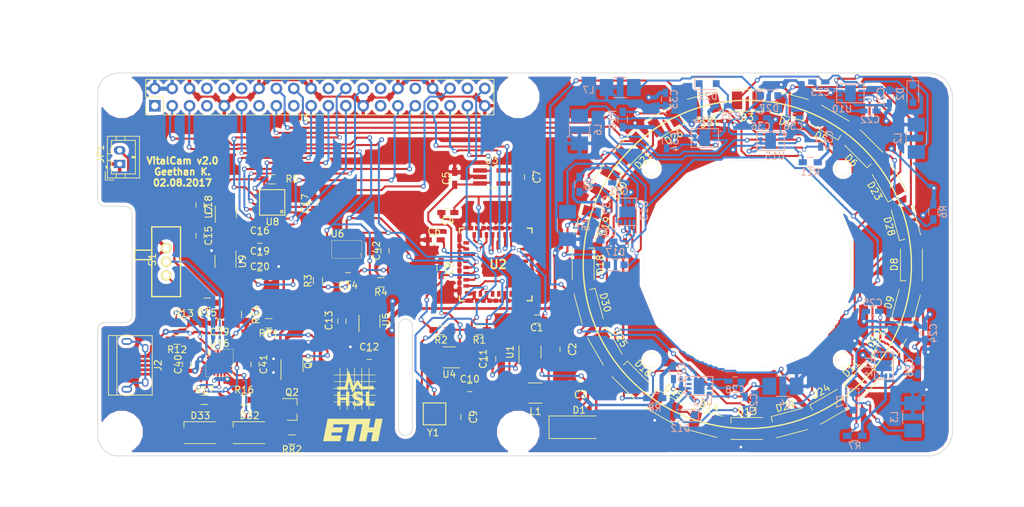
<source format=kicad_pcb>
(kicad_pcb (version 4) (host pcbnew 4.0.6)
  (title_block (title "Sensor Board PCB") (date 2017-07-23) (rev 1) (company "D-HEST ETH Zurich") (comment 1 "Geethan Karunaratne"))
  (layers (0 F.Cu signal) (31 B.Cu signal) (34 B.Paste user) (35 F.Paste user) (36 B.SilkS user) (37 F.SilkS user) (38 B.Mask user) (39 F.Mask user) (44 Edge.Cuts user))
  (net 0 "")
  (net 1 "Net-(J1-Pad38)")
  (net 2 "Net-(J1-Pad22)")
  (net 3 "Net-(J1-Pad32)")
  (net 4 "Net-(J1-Pad28)")
  (net 5 "Net-(J1-Pad10)")
  (net 6 "Net-(J1-Pad12)")
  (net 7 "Net-(J1-Pad8)")
  (net 8 "Net-(J1-Pad27)")
  (net 9 "Net-(J1-Pad17)")
  (net 10 "Net-(J1-Pad1)")
  (net 11 "Net-(J1-Pad7)")
  (net 12 "Net-(J1-Pad13)")
  (net 13 "Net-(J2-Pad2)")
  (net 14 "Net-(J2-Pad3)")
  (net 15 "Net-(J2-Pad4)")
  (net 16 "Net-(J2-Pad6)")
  (net 17 VDDC_TH)
  (net 18 GND)
  (net 19 /thermal_sense/VIN)
  (net 20 VDDIO_TH)
  (net 21 VDD_TH)
  (net 22 /thermal_sense/PWR_DWN_L)
  (net 23 V5_0)
  (net 24 VDD_DIST)
  (net 25 VDDIO_IMU)
  (net 26 VDDA_IMU)
  (net 27 "Net-(C22-Pad1)")
  (net 28 "Net-(C23-Pad1)")
  (net 29 "Net-(C25-Pad1)")
  (net 30 "Net-(C26-Pad1)")
  (net 31 "Net-(C28-Pad1)")
  (net 32 "Net-(C29-Pad1)")
  (net 33 "Net-(C31-Pad1)")
  (net 34 "Net-(C32-Pad1)")
  (net 35 "Net-(C34-Pad1)")
  (net 36 "Net-(C35-Pad1)")
  (net 37 "Net-(C37-Pad1)")
  (net 38 "Net-(C38-Pad1)")
  (net 39 VUSB)
  (net 40 +BATT)
  (net 41 "Net-(C41-Pad1)")
  (net 42 "Net-(D3-Pad1)")
  (net 43 "Net-(D4-Pad1)")
  (net 44 "Net-(D5-Pad1)")
  (net 45 "Net-(D6-Pad1)")
  (net 46 "Net-(D8-Pad1)")
  (net 47 "Net-(D10-Pad2)")
  (net 48 "Net-(D10-Pad1)")
  (net 49 "Net-(D11-Pad1)")
  (net 50 "Net-(D13-Pad1)")
  (net 51 "Net-(D14-Pad1)")
  (net 52 "Net-(D15-Pad1)")
  (net 53 "Net-(D16-Pad1)")
  (net 54 "Net-(D18-Pad1)")
  (net 55 "Net-(D19-Pad1)")
  (net 56 "Net-(D20-Pad1)")
  (net 57 "Net-(D21-Pad1)")
  (net 58 "Net-(D23-Pad1)")
  (net 59 "Net-(D24-Pad1)")
  (net 60 "Net-(D25-Pad1)")
  (net 61 "Net-(D26-Pad1)")
  (net 62 "Net-(D28-Pad1)")
  (net 63 "Net-(D29-Pad1)")
  (net 64 "Net-(D30-Pad1)")
  (net 65 "Net-(D31-Pad1)")
  (net 66 "Net-(D32-Pad1)")
  (net 67 "Net-(D32-Pad2)")
  (net 68 "Net-(D33-Pad1)")
  (net 69 "Net-(D33-Pad2)")
  (net 70 DIST_GPIO1)
  (net 71 SPI_CSL_TH)
  (net 72 LED_GPI_UV)
  (net 73 SPI_CS_IMU)
  (net 74 IMU_GPO2)
  (net 75 LED_GPI_WH)
  (net 76 SPI_CLK_TH)
  (net 77 SPI_MOSI_TH)
  (net 78 SPI_MISO_TH)
  (net 79 IMU_GPI1)
  (net 80 IMU_GPO1)
  (net 81 SPI_CLK_IMU)
  (net 82 SPI_MISO_IMU)
  (net 83 SPI_MOSI_IMU)
  (net 84 SDA)
  (net 85 SCL)
  (net 86 LED_GPI_IR)
  (net 87 DIST_GPIO2)
  (net 88 "Net-(L1-Pad2)")
  (net 89 "Net-(Q1-Pad1)")
  (net 90 "Net-(Q1-Pad2)")
  (net 91 /thermal_sense/RESET_L)
  (net 92 "Net-(R5-Pad2)")
  (net 93 "Net-(R12-Pad1)")
  (net 94 "Net-(R13-Pad1)")
  (net 95 "Net-(R14-Pad1)")
  (net 96 "Net-(R15-Pad2)")
  (net 97 /power_supply/SYS_OFF)
  (net 98 "Net-(U2-Pad2)")
  (net 99 "Net-(U2-Pad3)")
  (net 100 "Net-(U2-Pad4)")
  (net 101 "Net-(U2-Pad5)")
  (net 102 "Net-(U2-Pad26)")
  (net 103 "Net-(U2-Pad28)")
  (net 104 "Net-(U2-Pad29)")
  (net 105 "Net-(U2-Pad31)")
  (net 106 "Net-(U2-Pad32)")
  (net 107 "Net-(U3-Pad4)")
  (net 108 "Net-(U4-Pad4)")
  (net 109 "Net-(U5-Pad4)")
  (net 110 "Net-(U6-Pad8)")
  (net 111 "Net-(U7-Pad4)")
  (net 112 "Net-(U8-Pad4)")
  (net 113 "Net-(U8-Pad5)")
  (net 114 "Net-(U9-Pad4)")
  (net 115 /LED_Drive/IR_SET3/PWM_IN)
  (net 116 "Net-(U16-Pad14)")
  (net 117 "Net-(D2-Pad1)")
  (net 118 "Net-(D7-Pad1)")
  (net 119 "Net-(D12-Pad1)")
  (net 120 "Net-(D17-Pad1)")
  (net 121 "Net-(D22-Pad1)")
  (net 122 "Net-(D27-Pad1)")
  (module Myfootprints:LGA16 (layer F.Cu) (at 124.7 79.87 180)
    (fp_text reference U8 (at 1.35 -2.1 180) (layer F.SilkS))
    (fp_text value FIS1100)
    (pad 1 smd rect (at 0 0 180) (size 0.61 0.32) (layers F.Cu F.Paste F.Mask) (net 18 GND))
    (pad 2 smd rect (at 0 0.5 180) (size 0.61 0.32) (layers F.Cu F.Paste F.Mask) (net 26 VDDA_IMU))
    (pad 3 smd rect (at 0 1 180) (size 0.61 0.32) (layers F.Cu F.Paste F.Mask) (net 18 GND))
    (pad 4 smd rect (at 0 1.5 180) (size 0.61 0.32) (layers F.Cu F.Paste F.Mask) (net 112 "Net-(U8-Pad4)"))
    (pad 12 smd rect (at 2.79 0 180) (size 0.61 0.32) (layers F.Cu F.Paste F.Mask) (net 80 IMU_GPO1))
    (pad 11 smd rect (at 2.79 0.5 180) (size 0.61 0.32) (layers F.Cu F.Paste F.Mask) (net 74 IMU_GPO2))
    (pad 10 smd rect (at 2.79 1 180) (size 0.61 0.32) (layers F.Cu F.Paste F.Mask) (net 73 SPI_CS_IMU))
    (pad 9 smd rect (at 2.79 1.5 180) (size 0.61 0.32) (layers F.Cu F.Paste F.Mask) (net 82 SPI_MISO_IMU))
    (pad 5 smd rect (at 0.65 2.15 180) (size 0.32 0.61) (layers F.Cu F.Paste F.Mask) (net 113 "Net-(U8-Pad5)"))
    (pad 6 smd rect (at 1.15 2.15 180) (size 0.32 0.61) (layers F.Cu F.Paste F.Mask) (net 92 "Net-(R5-Pad2)"))
    (pad 7 smd rect (at 1.65 2.15 180) (size 0.32 0.61) (layers F.Cu F.Paste F.Mask) (net 92 "Net-(R5-Pad2)"))
    (pad 8 smd rect (at 2.15 2.15 180) (size 0.32 0.61) (layers F.Cu F.Paste F.Mask) (net 25 VDDIO_IMU))
    (pad 16 smd rect (at 0.65 -0.65 180) (size 0.32 0.61) (layers F.Cu F.Paste F.Mask) (net 79 IMU_GPI1))
    (pad 15 smd rect (at 1.15 -0.65 180) (size 0.32 0.61) (layers F.Cu F.Paste F.Mask) (net 18 GND))
    (pad 14 smd rect (at 1.65 -0.65 180) (size 0.32 0.61) (layers F.Cu F.Paste F.Mask) (net 81 SPI_CLK_IMU))
    (pad 13 smd rect (at 2.15 -0.65 180) (size 0.32 0.61) (layers F.Cu F.Paste F.Mask) (net 83 SPI_MOSI_IMU))
  )
  (module Connectors:1pin (layer F.Cu) (at 192.54 88.13)
    (fp_text reference REF** hide)
    (fp_text value 1pin)
    (pad "" np_thru_hole circle (at 0.25 0.06) (size 30.5 30.5) (drill 30.5) (layers *.Cu *.Mask))
  )
  (module RPi_Hat:RPi_Hat_Mounting_Hole (layer F.Cu) (at 159.29 63.69)
    (fp_text reference "" hide)
    (fp_text value "" hide)
    (pad "" np_thru_hole circle (at 0 0) (size 2.75 2.75) (drill 2.75) (layers *.Cu *.Mask) (clearance 1.725))
  )
  (module RPi_Hat:RPi_Hat_Mounting_Hole (layer F.Cu) (at 159.29 112.69)
    (fp_text reference "" hide)
    (fp_text value "" hide)
    (pad "" np_thru_hole circle (at 0 0) (size 2.75 2.75) (drill 2.75) (layers *.Cu *.Mask) (clearance 1.725))
  )
  (module RPi_Hat:RPi_Hat_Mounting_Hole (layer F.Cu) (at 101.29 112.69)
    (fp_text reference "" hide)
    (fp_text value "" hide)
    (pad "" np_thru_hole circle (at 0 0) (size 2.75 2.75) (drill 2.75) (layers *.Cu *.Mask) (clearance 1.725))
  )
  (module RPi_Hat:RPi_Hat_Mounting_Hole (layer F.Cu) (at 101.29 63.69)
    (fp_text reference "" hide)
    (fp_text value "" hide)
    (pad "" np_thru_hole circle (at 0 0) (size 2.75 2.75) (drill 2.75) (layers *.Cu *.Mask) (clearance 1.725))
  )
  (module Capacitors_SMD:C_0603_HandSoldering (layer F.Cu) (at 162 96.2 180)
    (fp_text reference C1 (at 0 -1.25 180) (layer F.SilkS))
    (fp_text value 10uF)
    (pad 1 smd rect (at -0.95 0 180) (size 1.2 0.75) (layers F.Cu F.Paste F.Mask) (net 17 VDDC_TH))
    (pad 2 smd rect (at 0.95 0 180) (size 1.2 0.75) (layers F.Cu F.Paste F.Mask) (net 18 GND))
  )
  (module Capacitors_SMD:C_0603_HandSoldering (layer F.Cu) (at 166 100.6 270)
    (fp_text reference C2 (at 0 -1.25 270) (layer F.SilkS))
    (fp_text value 0.1uF)
    (pad 1 smd rect (at -0.95 0 270) (size 1.2 0.75) (layers F.Cu F.Paste F.Mask) (net 17 VDDC_TH))
    (pad 2 smd rect (at 0.95 0 270) (size 1.2 0.75) (layers F.Cu F.Paste F.Mask) (net 18 GND))
  )
  (module Capacitors_SMD:C_0603_HandSoldering (layer F.Cu) (at 168.4 106 180)
    (fp_text reference C3 (at 0 -1.25 180) (layer F.SilkS))
    (fp_text value 4.7uF)
    (pad 1 smd rect (at -0.95 0 180) (size 1.2 0.75) (layers F.Cu F.Paste F.Mask) (net 19 /thermal_sense/VIN))
    (pad 2 smd rect (at 0.95 0 180) (size 1.2 0.75) (layers F.Cu F.Paste F.Mask) (net 18 GND))
  )
  (module Capacitors_SMD:C_0603_HandSoldering (layer F.Cu) (at 149 80.6 180)
    (fp_text reference C4 (at 0 -1.25 180) (layer F.SilkS))
    (fp_text value 0.1uF)
    (pad 1 smd rect (at -0.95 0 180) (size 1.2 0.75) (layers F.Cu F.Paste F.Mask) (net 20 VDDIO_TH))
    (pad 2 smd rect (at 0.95 0 180) (size 1.2 0.75) (layers F.Cu F.Paste F.Mask) (net 18 GND))
  )
  (module Capacitors_SMD:C_0603_HandSoldering (layer F.Cu) (at 150 75.6 90)
    (fp_text reference C5 (at 0 -1.25 90) (layer F.SilkS))
    (fp_text value 1uF)
    (pad 1 smd rect (at -0.95 0 90) (size 1.2 0.75) (layers F.Cu F.Paste F.Mask) (net 19 /thermal_sense/VIN))
    (pad 2 smd rect (at 0.95 0 90) (size 1.2 0.75) (layers F.Cu F.Paste F.Mask) (net 18 GND))
  )
  (module Capacitors_SMD:C_0603_HandSoldering (layer F.Cu) (at 147 84.6)
    (fp_text reference C6 (at 0 -1.25) (layer F.SilkS))
    (fp_text value 0.1uF)
    (pad 1 smd rect (at -0.95 0) (size 1.2 0.75) (layers F.Cu F.Paste F.Mask) (net 18 GND))
    (pad 2 smd rect (at 0.95 0) (size 1.2 0.75) (layers F.Cu F.Paste F.Mask) (net 21 VDD_TH))
  )
  (module Capacitors_SMD:C_0603_HandSoldering (layer F.Cu) (at 160.8 75.4 270)
    (fp_text reference C7 (at 0 -1.25 270) (layer F.SilkS))
    (fp_text value 1uF)
    (pad 1 smd rect (at -0.95 0 270) (size 1.2 0.75) (layers F.Cu F.Paste F.Mask) (net 20 VDDIO_TH))
    (pad 2 smd rect (at 0.95 0 270) (size 1.2 0.75) (layers F.Cu F.Paste F.Mask) (net 18 GND))
  )
  (module Capacitors_SMD:C_0603_HandSoldering (layer F.Cu) (at 148 88.8 270)
    (fp_text reference C8 (at 0 -1.25 270) (layer F.SilkS))
    (fp_text value 1uF)
    (pad 1 smd rect (at -0.95 0 270) (size 1.2 0.75) (layers F.Cu F.Paste F.Mask) (net 18 GND))
    (pad 2 smd rect (at 0.95 0 270) (size 1.2 0.75) (layers F.Cu F.Paste F.Mask) (net 22 /thermal_sense/PWR_DWN_L))
  )
  (module Capacitors_SMD:C_0603_HandSoldering (layer F.Cu) (at 151.5 110.5 270)
    (fp_text reference C9 (at 0 -1.25 270) (layer F.SilkS))
    (fp_text value 10nF)
    (pad 1 smd rect (at -0.95 0 270) (size 1.2 0.75) (layers F.Cu F.Paste F.Mask) (net 18 GND))
    (pad 2 smd rect (at 0.95 0 270) (size 1.2 0.75) (layers F.Cu F.Paste F.Mask) (net 20 VDDIO_TH))
  )
  (module Capacitors_SMD:C_0603_HandSoldering (layer F.Cu) (at 152.2 106.2)
    (fp_text reference C10 (at 0 -1.25) (layer F.SilkS))
    (fp_text value 1uF)
    (pad 1 smd rect (at -0.95 0) (size 1.2 0.75) (layers F.Cu F.Paste F.Mask) (net 21 VDD_TH))
    (pad 2 smd rect (at 0.95 0) (size 1.2 0.75) (layers F.Cu F.Paste F.Mask) (net 18 GND))
  )
  (module Capacitors_SMD:C_0603_HandSoldering (layer F.Cu) (at 155.4 102 90)
    (fp_text reference C11 (at 0 -1.25 90) (layer F.SilkS))
    (fp_text value 1uF)
    (pad 1 smd rect (at -0.95 0 90) (size 1.2 0.75) (layers F.Cu F.Paste F.Mask) (net 19 /thermal_sense/VIN))
    (pad 2 smd rect (at 0.95 0 90) (size 1.2 0.75) (layers F.Cu F.Paste F.Mask) (net 18 GND))
  )
  (module Capacitors_SMD:C_0603_HandSoldering (layer F.Cu) (at 137.5 101.5)
    (fp_text reference C12 (at 0 -1.25) (layer F.SilkS))
    (fp_text value 10uF)
    (pad 1 smd rect (at -0.95 0) (size 1.2 0.75) (layers F.Cu F.Paste F.Mask) (net 23 V5_0))
    (pad 2 smd rect (at 0.95 0) (size 1.2 0.75) (layers F.Cu F.Paste F.Mask) (net 18 GND))
  )
  (module Capacitors_SMD:C_0603_HandSoldering (layer F.Cu) (at 133.5 96.5 270)
    (fp_text reference C13 (at -0.11 1.9 270) (layer F.SilkS))
    (fp_text value 10uF)
    (pad 1 smd rect (at -0.95 0 270) (size 1.2 0.75) (layers F.Cu F.Paste F.Mask) (net 24 VDD_DIST))
    (pad 2 smd rect (at 0.95 0 270) (size 1.2 0.75) (layers F.Cu F.Paste F.Mask) (net 18 GND))
  )
  (module Capacitors_SMD:C_0603_HandSoldering (layer F.Cu) (at 134.4 90 180)
    (fp_text reference C14 (at 0 -1.25 180) (layer F.SilkS))
    (fp_text value 4.7u)
    (pad 1 smd rect (at -0.95 0 180) (size 1.2 0.75) (layers F.Cu F.Paste F.Mask) (net 24 VDD_DIST))
    (pad 2 smd rect (at 0.95 0 180) (size 1.2 0.75) (layers F.Cu F.Paste F.Mask) (net 18 GND))
  )
  (module Capacitors_SMD:C_0603_HandSoldering (layer F.Cu) (at 112.75 84 270)
    (fp_text reference C15 (at 0 -1.25 270) (layer F.SilkS))
    (fp_text value 1uF)
    (pad 1 smd rect (at -0.95 0 270) (size 1.2 0.75) (layers F.Cu F.Paste F.Mask) (net 23 V5_0))
    (pad 2 smd rect (at 0.95 0 270) (size 1.2 0.75) (layers F.Cu F.Paste F.Mask) (net 18 GND))
  )
  (module Capacitors_SMD:C_0603_HandSoldering (layer F.Cu) (at 121.5 84.5)
    (fp_text reference C16 (at 0 -1.25) (layer F.SilkS))
    (fp_text value 100nF)
    (pad 1 smd rect (at -0.95 0) (size 1.2 0.75) (layers F.Cu F.Paste F.Mask) (net 25 VDDIO_IMU))
    (pad 2 smd rect (at 0.95 0) (size 1.2 0.75) (layers F.Cu F.Paste F.Mask) (net 18 GND))
  )
  (module Capacitors_SMD:C_0603_HandSoldering (layer F.Cu) (at 129.38 79.28 90)
    (fp_text reference C17 (at 0 -1.25 90) (layer F.SilkS))
    (fp_text value 100nF)
    (pad 1 smd rect (at -0.95 0 90) (size 1.2 0.75) (layers F.Cu F.Paste F.Mask) (net 26 VDDA_IMU))
    (pad 2 smd rect (at 0.95 0 90) (size 1.2 0.75) (layers F.Cu F.Paste F.Mask) (net 18 GND))
  )
  (module Capacitors_SMD:C_0603_HandSoldering (layer F.Cu) (at 112.75 79.5 270)
    (fp_text reference C18 (at 0 -1.25 270) (layer F.SilkS))
    (fp_text value 1uF)
    (pad 1 smd rect (at -0.95 0 270) (size 1.2 0.75) (layers F.Cu F.Paste F.Mask) (net 25 VDDIO_IMU))
    (pad 2 smd rect (at 0.95 0 270) (size 1.2 0.75) (layers F.Cu F.Paste F.Mask) (net 18 GND))
  )
  (module Capacitors_SMD:C_0603_HandSoldering (layer F.Cu) (at 121.5 87.5)
    (fp_text reference C19 (at 0 -1.25) (layer F.SilkS))
    (fp_text value 1uF)
    (pad 1 smd rect (at -0.95 0) (size 1.2 0.75) (layers F.Cu F.Paste F.Mask) (net 23 V5_0))
    (pad 2 smd rect (at 0.95 0) (size 1.2 0.75) (layers F.Cu F.Paste F.Mask) (net 18 GND))
  )
  (module Capacitors_SMD:C_0603_HandSoldering (layer F.Cu) (at 121.5 89.75)
    (fp_text reference C20 (at 0 -1.25) (layer F.SilkS))
    (fp_text value 1uF)
    (pad 1 smd rect (at -0.95 0) (size 1.2 0.75) (layers F.Cu F.Paste F.Mask) (net 26 VDDA_IMU))
    (pad 2 smd rect (at 0.95 0) (size 1.2 0.75) (layers F.Cu F.Paste F.Mask) (net 18 GND))
  )
  (module Capacitors_SMD:C_0603_HandSoldering (layer B.Cu) (at 213.58 63.68 270)
    (fp_text reference C21 (at 0 1.25 270) (layer B.SilkS) (effects (justify mirror)))
    (fp_text value 2.2uF)
    (pad 1 smd rect (at -0.95 0 270) (size 1.2 0.75) (layers B.Cu B.Paste B.Mask) (net 23 V5_0))
    (pad 2 smd rect (at 0.95 0 270) (size 1.2 0.75) (layers B.Cu B.Paste B.Mask) (net 18 GND))
  )
  (module Capacitors_SMD:C_0603_HandSoldering (layer B.Cu) (at 210.75 65.75)
    (fp_text reference C22 (at 0 1.25) (layer B.SilkS) (effects (justify mirror)))
    (fp_text value 0.1uF)
    (pad 1 smd rect (at -0.95 0) (size 1.2 0.75) (layers B.Cu B.Paste B.Mask) (net 27 "Net-(C22-Pad1)"))
    (pad 2 smd rect (at 0.95 0) (size 1.2 0.75) (layers B.Cu B.Paste B.Mask) (net 18 GND))
  )
  (module Capacitors_SMD:C_0603_HandSoldering (layer B.Cu) (at 203.25 61.5 180)
    (fp_text reference C23 (at -0.25 -1.5 180) (layer B.SilkS) (effects (justify mirror)))
    (fp_text value 0.1uF)
    (pad 1 smd rect (at -0.95 0 180) (size 1.2 0.75) (layers B.Cu B.Paste B.Mask) (net 28 "Net-(C23-Pad1)"))
    (pad 2 smd rect (at 0.95 0 180) (size 1.2 0.75) (layers B.Cu B.Paste B.Mask) (net 18 GND))
  )
  (module Capacitors_SMD:C_0603_HandSoldering (layer B.Cu) (at 218.75 98.25 90)
    (fp_text reference C24 (at 0 1.25 90) (layer B.SilkS) (effects (justify mirror)))
    (fp_text value 2.2uF)
    (pad 1 smd rect (at -0.95 0 90) (size 1.2 0.75) (layers B.Cu B.Paste B.Mask) (net 23 V5_0))
    (pad 2 smd rect (at 0.95 0 90) (size 1.2 0.75) (layers B.Cu B.Paste B.Mask) (net 18 GND))
  )
  (module Capacitors_SMD:C_0603_HandSoldering (layer B.Cu) (at 211.12 95.05 180)
    (fp_text reference C25 (at 0 1.25 180) (layer B.SilkS) (effects (justify mirror)))
    (fp_text value 0.1uF)
    (pad 1 smd rect (at -0.95 0 180) (size 1.2 0.75) (layers B.Cu B.Paste B.Mask) (net 29 "Net-(C25-Pad1)"))
    (pad 2 smd rect (at 0.95 0 180) (size 1.2 0.75) (layers B.Cu B.Paste B.Mask) (net 18 GND))
  )
  (module Capacitors_SMD:C_0603_HandSoldering (layer B.Cu) (at 217.75 103.25 270)
    (fp_text reference C26 (at 0 1.25 270) (layer B.SilkS) (effects (justify mirror)))
    (fp_text value 0.1uF)
    (pad 1 smd rect (at -0.95 0 270) (size 1.2 0.75) (layers B.Cu B.Paste B.Mask) (net 30 "Net-(C26-Pad1)"))
    (pad 2 smd rect (at 0.95 0 270) (size 1.2 0.75) (layers B.Cu B.Paste B.Mask) (net 18 GND))
  )
  (module Capacitors_SMD:C_0603_HandSoldering (layer B.Cu) (at 192.5 108.5 90)
    (fp_text reference C27 (at 0 1.25 90) (layer B.SilkS) (effects (justify mirror)))
    (fp_text value 2.2uF)
    (pad 1 smd rect (at -0.95 0 90) (size 1.2 0.75) (layers B.Cu B.Paste B.Mask) (net 23 V5_0))
    (pad 2 smd rect (at 0.95 0 90) (size 1.2 0.75) (layers B.Cu B.Paste B.Mask) (net 18 GND))
  )
  (module Capacitors_SMD:C_0603_HandSoldering (layer B.Cu) (at 191 105.25)
    (fp_text reference C28 (at 0 1.25) (layer B.SilkS) (effects (justify mirror)))
    (fp_text value 0.1uF)
    (pad 1 smd rect (at -0.95 0) (size 1.2 0.75) (layers B.Cu B.Paste B.Mask) (net 31 "Net-(C28-Pad1)"))
    (pad 2 smd rect (at 0.95 0) (size 1.2 0.75) (layers B.Cu B.Paste B.Mask) (net 18 GND))
  )
  (module Capacitors_SMD:C_0603_HandSoldering (layer B.Cu) (at 182 104 90)
    (fp_text reference C29 (at 0 1.25 90) (layer B.SilkS) (effects (justify mirror)))
    (fp_text value 0.1uF)
    (pad 1 smd rect (at -0.95 0 90) (size 1.2 0.75) (layers B.Cu B.Paste B.Mask) (net 32 "Net-(C29-Pad1)"))
    (pad 2 smd rect (at 0.95 0 90) (size 1.2 0.75) (layers B.Cu B.Paste B.Mask) (net 18 GND))
  )
  (module Capacitors_SMD:C_0603_HandSoldering (layer B.Cu) (at 172.25 84.75 180)
    (fp_text reference C30 (at 0 1.25 180) (layer B.SilkS) (effects (justify mirror)))
    (fp_text value 2.2uF)
    (pad 1 smd rect (at -0.95 0 180) (size 1.2 0.75) (layers B.Cu B.Paste B.Mask) (net 23 V5_0))
    (pad 2 smd rect (at 0.95 0 180) (size 1.2 0.75) (layers B.Cu B.Paste B.Mask) (net 18 GND))
  )
  (module Capacitors_SMD:C_0603_HandSoldering (layer B.Cu) (at 174 76.25)
    (fp_text reference C31 (at 0 1.25) (layer B.SilkS) (effects (justify mirror)))
    (fp_text value 0.1uF)
    (pad 1 smd rect (at -0.95 0) (size 1.2 0.75) (layers B.Cu B.Paste B.Mask) (net 33 "Net-(C31-Pad1)"))
    (pad 2 smd rect (at 0.95 0) (size 1.2 0.75) (layers B.Cu B.Paste B.Mask) (net 18 GND))
  )
  (module Capacitors_SMD:C_0603_HandSoldering (layer B.Cu) (at 171 79.5 90)
    (fp_text reference C32 (at 0 1.25 90) (layer B.SilkS) (effects (justify mirror)))
    (fp_text value 0.1uF)
    (pad 1 smd rect (at -0.95 0 90) (size 1.2 0.75) (layers B.Cu B.Paste B.Mask) (net 34 "Net-(C32-Pad1)"))
    (pad 2 smd rect (at 0.95 0 90) (size 1.2 0.75) (layers B.Cu B.Paste B.Mask) (net 18 GND))
  )
  (module Capacitors_SMD:C_0603_HandSoldering (layer B.Cu) (at 180.83 64.04 90)
    (fp_text reference C33 (at 0 1.25 90) (layer B.SilkS) (effects (justify mirror)))
    (fp_text value 2.2uF)
    (pad 1 smd rect (at -0.95 0 90) (size 1.2 0.75) (layers B.Cu B.Paste B.Mask) (net 23 V5_0))
    (pad 2 smd rect (at 0.95 0 90) (size 1.2 0.75) (layers B.Cu B.Paste B.Mask) (net 18 GND))
  )
  (module Capacitors_SMD:C_0603_HandSoldering (layer B.Cu) (at 180.97 70.27 90)
    (fp_text reference C34 (at 0 1.25 90) (layer B.SilkS) (effects (justify mirror)))
    (fp_text value 0.1uF)
    (pad 1 smd rect (at -0.95 0 90) (size 1.2 0.75) (layers B.Cu B.Paste B.Mask) (net 35 "Net-(C34-Pad1)"))
    (pad 2 smd rect (at 0.95 0 90) (size 1.2 0.75) (layers B.Cu B.Paste B.Mask) (net 18 GND))
  )
  (module Capacitors_SMD:C_0603_HandSoldering (layer B.Cu) (at 189 65 180)
    (fp_text reference C35 (at -1.42 -1.47 180) (layer B.SilkS) (effects (justify mirror)))
    (fp_text value 0.1uF)
    (pad 1 smd rect (at -0.95 0 180) (size 1.2 0.75) (layers B.Cu B.Paste B.Mask) (net 36 "Net-(C35-Pad1)"))
    (pad 2 smd rect (at 0.95 0 180) (size 1.2 0.75) (layers B.Cu B.Paste B.Mask) (net 18 GND))
  )
  (module Capacitors_SMD:C_0603_HandSoldering (layer B.Cu) (at 194.75 66.75)
    (fp_text reference C36 (at 0 1.25) (layer B.SilkS) (effects (justify mirror)))
    (fp_text value 2.2uF)
    (pad 1 smd rect (at -0.95 0) (size 1.2 0.75) (layers B.Cu B.Paste B.Mask) (net 23 V5_0))
    (pad 2 smd rect (at 0.95 0) (size 1.2 0.75) (layers B.Cu B.Paste B.Mask) (net 18 GND))
  )
  (module Capacitors_SMD:C_0603_HandSoldering (layer B.Cu) (at 203.53 70.02 90)
    (fp_text reference C37 (at 0 1.25 90) (layer B.SilkS) (effects (justify mirror)))
    (fp_text value 0.1uF)
    (pad 1 smd rect (at -0.95 0 90) (size 1.2 0.75) (layers B.Cu B.Paste B.Mask) (net 37 "Net-(C37-Pad1)"))
    (pad 2 smd rect (at 0.95 0 90) (size 1.2 0.75) (layers B.Cu B.Paste B.Mask) (net 18 GND))
  )
  (module Capacitors_SMD:C_0603_HandSoldering (layer B.Cu) (at 199.5 66.75)
    (fp_text reference C38 (at 0 1.25) (layer B.SilkS) (effects (justify mirror)))
    (fp_text value 0.1uF)
    (pad 1 smd rect (at -0.95 0) (size 1.2 0.75) (layers B.Cu B.Paste B.Mask) (net 38 "Net-(C38-Pad1)"))
    (pad 2 smd rect (at 0.95 0) (size 1.2 0.75) (layers B.Cu B.Paste B.Mask) (net 18 GND))
  )
  (module Capacitors_SMD:C_0603_HandSoldering (layer F.Cu) (at 115.6 96.8 180)
    (fp_text reference C39 (at 0 -1.25 180) (layer F.SilkS))
    (fp_text value 1uF)
    (pad 1 smd rect (at -0.95 0 180) (size 1.2 0.75) (layers F.Cu F.Paste F.Mask) (net 39 VUSB))
    (pad 2 smd rect (at 0.95 0 180) (size 1.2 0.75) (layers F.Cu F.Paste F.Mask) (net 18 GND))
  )
  (module Capacitors_SMD:C_0603_HandSoldering (layer F.Cu) (at 110.8 102.8 90)
    (fp_text reference C40 (at 0 -1.25 90) (layer F.SilkS))
    (fp_text value 4.7uF)
    (pad 1 smd rect (at -0.95 0 90) (size 1.2 0.75) (layers F.Cu F.Paste F.Mask) (net 40 +BATT))
    (pad 2 smd rect (at 0.95 0 90) (size 1.2 0.75) (layers F.Cu F.Paste F.Mask) (net 18 GND))
  )
  (module Capacitors_SMD:C_0603_HandSoldering (layer F.Cu) (at 120.8 102.8 270)
    (fp_text reference C41 (at 0 -1.25 270) (layer F.SilkS))
    (fp_text value 4.7u)
    (pad 1 smd rect (at -0.95 0 270) (size 1.2 0.75) (layers F.Cu F.Paste F.Mask) (net 41 "Net-(C41-Pad1)"))
    (pad 2 smd rect (at 0.95 0 270) (size 1.2 0.75) (layers F.Cu F.Paste F.Mask) (net 18 GND))
  )
  (module Capacitors_SMD:C_0603_HandSoldering (layer F.Cu) (at 139.8 86.2 90)
    (fp_text reference C42 (at 0 -1.25 90) (layer F.SilkS))
    (fp_text value 100n)
    (pad 1 smd rect (at -0.95 0 90) (size 1.2 0.75) (layers F.Cu F.Paste F.Mask) (net 24 VDD_DIST))
    (pad 2 smd rect (at 0.95 0 90) (size 1.2 0.75) (layers F.Cu F.Paste F.Mask) (net 18 GND))
  )
  (module LEDs:LED_PLCC-2 (layer F.Cu) (at 192.79 64.19 180)
    (fp_text reference D3 (at 0 -2.5 180) (layer F.SilkS))
    (fp_text value LED)
    (pad 1 smd rect (at -1.5 0 180) (size 1.5 2.6) (layers F.Cu F.Paste F.Mask) (net 42 "Net-(D3-Pad1)"))
    (pad 2 smd rect (at 1.5 0 180) (size 1.5 2.6) (layers F.Cu F.Paste F.Mask) (net 28 "Net-(C23-Pad1)"))
  )
  (module LEDs:LED_PLCC-2 (layer F.Cu) (at 199 65 165)
    (fp_text reference D4 (at 0 -2.5 165) (layer F.SilkS))
    (fp_text value LED)
    (pad 1 smd rect (at -1.5 0 165) (size 1.5 2.6) (layers F.Cu F.Paste F.Mask) (net 43 "Net-(D4-Pad1)"))
    (pad 2 smd rect (at 1.5 0 165) (size 1.5 2.6) (layers F.Cu F.Paste F.Mask) (net 42 "Net-(D3-Pad1)"))
  )
  (module LEDs:LED_PLCC-2 (layer F.Cu) (at 204.79 67.40539 150)
    (fp_text reference D5 (at 0 -2.5 150) (layer F.SilkS))
    (fp_text value LED)
    (pad 1 smd rect (at -1.5 0 150) (size 1.5 2.6) (layers F.Cu F.Paste F.Mask) (net 44 "Net-(D5-Pad1)"))
    (pad 2 smd rect (at 1.5 0 150) (size 1.5 2.6) (layers F.Cu F.Paste F.Mask) (net 43 "Net-(D4-Pad1)"))
  )
  (module LEDs:LED_PLCC-2 (layer F.Cu) (at 209.760563 71.219437 135)
    (fp_text reference D6 (at 0 -2.5 135) (layer F.SilkS))
    (fp_text value LED)
    (pad 1 smd rect (at -1.5 0 135) (size 1.5 2.6) (layers F.Cu F.Paste F.Mask) (net 45 "Net-(D6-Pad1)"))
    (pad 2 smd rect (at 1.5 0 135) (size 1.5 2.6) (layers F.Cu F.Paste F.Mask) (net 44 "Net-(D5-Pad1)"))
  )
  (module LEDs:LED_PLCC-2 (layer F.Cu) (at 216.79 88.19 90)
    (fp_text reference D8 (at 0 -2.5 90) (layer F.SilkS))
    (fp_text value LED)
    (pad 1 smd rect (at -1.5 0 90) (size 1.5 2.6) (layers F.Cu F.Paste F.Mask) (net 46 "Net-(D8-Pad1)"))
    (pad 2 smd rect (at 1.5 0 90) (size 1.5 2.6) (layers F.Cu F.Paste F.Mask) (net 30 "Net-(C26-Pad1)"))
  )
  (module LEDs:LED_PLCC-2 (layer F.Cu) (at 215.97222 94.401657 75)
    (fp_text reference D9 (at 0 -2.5 75) (layer F.SilkS))
    (fp_text value LED)
    (pad 1 smd rect (at -1.5 0 75) (size 1.5 2.6) (layers F.Cu F.Paste F.Mask) (net 47 "Net-(D10-Pad2)"))
    (pad 2 smd rect (at 1.5 0 75) (size 1.5 2.6) (layers F.Cu F.Paste F.Mask) (net 46 "Net-(D8-Pad1)"))
  )
  (module LEDs:LED_PLCC-2 (layer F.Cu) (at 213.57461 100.19 60)
    (fp_text reference D10 (at 0 -2.5 60) (layer F.SilkS))
    (fp_text value LED)
    (pad 1 smd rect (at -1.5 0 60) (size 1.5 2.6) (layers F.Cu F.Paste F.Mask) (net 48 "Net-(D10-Pad1)"))
    (pad 2 smd rect (at 1.5 0 60) (size 1.5 2.6) (layers F.Cu F.Paste F.Mask) (net 47 "Net-(D10-Pad2)"))
  )
  (module LEDs:LED_PLCC-2 (layer F.Cu) (at 209.760563 105.160563 45)
    (fp_text reference D11 (at 0 -2.5 45) (layer F.SilkS))
    (fp_text value LED)
    (pad 1 smd rect (at -1.5 0 45) (size 1.5 2.6) (layers F.Cu F.Paste F.Mask) (net 49 "Net-(D11-Pad1)"))
    (pad 2 smd rect (at 1.5 0 45) (size 1.5 2.6) (layers F.Cu F.Paste F.Mask) (net 48 "Net-(D10-Pad1)"))
  )
  (module LEDs:LED_PLCC-2 (layer F.Cu) (at 192.79 112.19)
    (fp_text reference D13 (at 0 -2.5) (layer F.SilkS))
    (fp_text value LED)
    (pad 1 smd rect (at -1.5 0) (size 1.5 2.6) (layers F.Cu F.Paste F.Mask) (net 50 "Net-(D13-Pad1)"))
    (pad 2 smd rect (at 1.5 0) (size 1.5 2.6) (layers F.Cu F.Paste F.Mask) (net 32 "Net-(C29-Pad1)"))
  )
  (module LEDs:LED_PLCC-2 (layer F.Cu) (at 186.578343 111.37222 345)
    (fp_text reference D14 (at 0 -2.5 345) (layer F.SilkS))
    (fp_text value LED)
    (pad 1 smd rect (at -1.5 0 345) (size 1.5 2.6) (layers F.Cu F.Paste F.Mask) (net 51 "Net-(D14-Pad1)"))
    (pad 2 smd rect (at 1.5 0 345) (size 1.5 2.6) (layers F.Cu F.Paste F.Mask) (net 50 "Net-(D13-Pad1)"))
  )
  (module LEDs:LED_PLCC-2 (layer F.Cu) (at 180.79 108.97461 330)
    (fp_text reference D15 (at 0 -2.5 330) (layer F.SilkS))
    (fp_text value LED)
    (pad 1 smd rect (at -1.5 0 330) (size 1.5 2.6) (layers F.Cu F.Paste F.Mask) (net 52 "Net-(D15-Pad1)"))
    (pad 2 smd rect (at 1.5 0 330) (size 1.5 2.6) (layers F.Cu F.Paste F.Mask) (net 51 "Net-(D14-Pad1)"))
  )
  (module LEDs:LED_PLCC-2 (layer F.Cu) (at 175.819437 105.160563 315)
    (fp_text reference D16 (at 0 -2.5 315) (layer F.SilkS))
    (fp_text value LED)
    (pad 1 smd rect (at -1.5 0 315) (size 1.5 2.6) (layers F.Cu F.Paste F.Mask) (net 53 "Net-(D16-Pad1)"))
    (pad 2 smd rect (at 1.5 0 315) (size 1.5 2.6) (layers F.Cu F.Paste F.Mask) (net 52 "Net-(D15-Pad1)"))
  )
  (module LEDs:LED_PLCC-2 (layer F.Cu) (at 168.79 88.19 270)
    (fp_text reference D18 (at 0 -2.5 270) (layer F.SilkS))
    (fp_text value LED)
    (pad 1 smd rect (at -1.5 0 270) (size 1.5 2.6) (layers F.Cu F.Paste F.Mask) (net 54 "Net-(D18-Pad1)"))
    (pad 2 smd rect (at 1.5 0 270) (size 1.5 2.6) (layers F.Cu F.Paste F.Mask) (net 34 "Net-(C32-Pad1)"))
  )
  (module LEDs:LED_PLCC-2 (layer F.Cu) (at 169.60778 81.978343 255)
    (fp_text reference D19 (at 0 -2.5 255) (layer F.SilkS))
    (fp_text value LED)
    (pad 1 smd rect (at -1.5 0 255) (size 1.5 2.6) (layers F.Cu F.Paste F.Mask) (net 55 "Net-(D19-Pad1)"))
    (pad 2 smd rect (at 1.5 0 255) (size 1.5 2.6) (layers F.Cu F.Paste F.Mask) (net 54 "Net-(D18-Pad1)"))
  )
  (module LEDs:LED_PLCC-2 (layer F.Cu) (at 172.00539 76.19 240)
    (fp_text reference D20 (at 0 -2.5 240) (layer F.SilkS))
    (fp_text value LED)
    (pad 1 smd rect (at -1.5 0 240) (size 1.5 2.6) (layers F.Cu F.Paste F.Mask) (net 56 "Net-(D20-Pad1)"))
    (pad 2 smd rect (at 1.5 0 240) (size 1.5 2.6) (layers F.Cu F.Paste F.Mask) (net 55 "Net-(D19-Pad1)"))
  )
  (module LEDs:LED_PLCC-2 (layer F.Cu) (at 175.819437 71.219437 225)
    (fp_text reference D21 (at 0 -2.5 225) (layer F.SilkS))
    (fp_text value LED)
    (pad 1 smd rect (at -1.5 0 225) (size 1.5 2.6) (layers F.Cu F.Paste F.Mask) (net 57 "Net-(D21-Pad1)"))
    (pad 2 smd rect (at 1.5 0 225) (size 1.5 2.6) (layers F.Cu F.Paste F.Mask) (net 56 "Net-(D20-Pad1)"))
  )
  (module LEDs:LED_PLCC-2 (layer F.Cu) (at 213.57461 76.19 120)
    (fp_text reference D23 (at 0 -2.5 120) (layer F.SilkS))
    (fp_text value LED)
    (pad 1 smd rect (at -1.5 0 120) (size 1.5 2.6) (layers F.Cu F.Paste F.Mask) (net 58 "Net-(D23-Pad1)"))
    (pad 2 smd rect (at 1.5 0 120) (size 1.5 2.6) (layers F.Cu F.Paste F.Mask) (net 36 "Net-(C35-Pad1)"))
  )
  (module LEDs:LED_PLCC-2 (layer F.Cu) (at 204.79 108.97461 30)
    (fp_text reference D24 (at 0 -2.5 30) (layer F.SilkS))
    (fp_text value LED)
    (pad 1 smd rect (at -1.5 0 30) (size 1.5 2.6) (layers F.Cu F.Paste F.Mask) (net 59 "Net-(D24-Pad1)"))
    (pad 2 smd rect (at 1.5 0 30) (size 1.5 2.6) (layers F.Cu F.Paste F.Mask) (net 58 "Net-(D23-Pad1)"))
  )
  (module LEDs:LED_PLCC-2 (layer F.Cu) (at 172.00539 100.19 300)
    (fp_text reference D25 (at 0 -2.5 300) (layer F.SilkS))
    (fp_text value LED)
    (pad 1 smd rect (at -1.5 0 300) (size 1.5 2.6) (layers F.Cu F.Paste F.Mask) (net 60 "Net-(D25-Pad1)"))
    (pad 2 smd rect (at 1.5 0 300) (size 1.5 2.6) (layers F.Cu F.Paste F.Mask) (net 59 "Net-(D24-Pad1)"))
  )
  (module LEDs:LED_PLCC-2 (layer F.Cu) (at 180.79 67.40539 210)
    (fp_text reference D26 (at 0 -2.5 210) (layer F.SilkS))
    (fp_text value LED)
    (pad 1 smd rect (at -1.5 0 210) (size 1.5 2.6) (layers F.Cu F.Paste F.Mask) (net 61 "Net-(D26-Pad1)"))
    (pad 2 smd rect (at 1.5 0 210) (size 1.5 2.6) (layers F.Cu F.Paste F.Mask) (net 60 "Net-(D25-Pad1)"))
  )
  (module LEDs:LED_PLCC-2 (layer F.Cu) (at 215.97222 81.978343 105)
    (fp_text reference D28 (at 0 -2.5 105) (layer F.SilkS))
    (fp_text value LED)
    (pad 1 smd rect (at -1.5 0 105) (size 1.5 2.6) (layers F.Cu F.Paste F.Mask) (net 62 "Net-(D28-Pad1)"))
    (pad 2 smd rect (at 1.5 0 105) (size 1.5 2.6) (layers F.Cu F.Paste F.Mask) (net 38 "Net-(C38-Pad1)"))
  )
  (module LEDs:LED_PLCC-2 (layer F.Cu) (at 199.001657 111.37222 15)
    (fp_text reference D29 (at 0 -2.5 15) (layer F.SilkS))
    (fp_text value LED)
    (pad 1 smd rect (at -1.5 0 15) (size 1.5 2.6) (layers F.Cu F.Paste F.Mask) (net 63 "Net-(D29-Pad1)"))
    (pad 2 smd rect (at 1.5 0 15) (size 1.5 2.6) (layers F.Cu F.Paste F.Mask) (net 62 "Net-(D28-Pad1)"))
  )
  (module LEDs:LED_PLCC-2 (layer F.Cu) (at 169.60778 94.401657 285)
    (fp_text reference D30 (at 0 -2.5 285) (layer F.SilkS))
    (fp_text value LED)
    (pad 1 smd rect (at -1.5 0 285) (size 1.5 2.6) (layers F.Cu F.Paste F.Mask) (net 64 "Net-(D30-Pad1)"))
    (pad 2 smd rect (at 1.5 0 285) (size 1.5 2.6) (layers F.Cu F.Paste F.Mask) (net 63 "Net-(D29-Pad1)"))
  )
  (module LEDs:LED_PLCC-2 (layer F.Cu) (at 186.578343 65.00778 195)
    (fp_text reference D31 (at 0 -2.5 195) (layer F.SilkS))
    (fp_text value LED)
    (pad 1 smd rect (at -1.5 0 195) (size 1.5 2.6) (layers F.Cu F.Paste F.Mask) (net 65 "Net-(D31-Pad1)"))
    (pad 2 smd rect (at 1.5 0 195) (size 1.5 2.6) (layers F.Cu F.Paste F.Mask) (net 64 "Net-(D30-Pad1)"))
  )
  (module LEDs:LED_PLCC-2 (layer F.Cu) (at 120 112.8)
    (fp_text reference D32 (at 0 -2.5) (layer F.SilkS))
    (fp_text value LED)
    (pad 1 smd rect (at -1.5 0) (size 1.5 2.6) (layers F.Cu F.Paste F.Mask) (net 66 "Net-(D32-Pad1)"))
    (pad 2 smd rect (at 1.5 0) (size 1.5 2.6) (layers F.Cu F.Paste F.Mask) (net 67 "Net-(D32-Pad2)"))
  )
  (module LEDs:LED_PLCC-2 (layer F.Cu) (at 112.8 112.8)
    (fp_text reference D33 (at 0 -2.5) (layer F.SilkS))
    (fp_text value LED)
    (pad 1 smd rect (at -1.5 0) (size 1.5 2.6) (layers F.Cu F.Paste F.Mask) (net 68 "Net-(D33-Pad1)"))
    (pad 2 smd rect (at 1.5 0) (size 1.5 2.6) (layers F.Cu F.Paste F.Mask) (net 69 "Net-(D33-Pad2)"))
  )
  (module Pin_Headers:Pin_Header_Straight_2x20_Pitch2.54mm (layer F.Cu) (at 106.14 64.99 90)
    (fp_text reference J1 (at -1.79 21.83 180) (layer F.SilkS))
    (fp_text value "20x2 header")
    (pad 1 thru_hole rect (at 0 0 90) (size 1.7 1.7) (drill 1) (layers *.Cu *.Mask) (net 10 "Net-(J1-Pad1)"))
    (pad 2 thru_hole oval (at 2.54 0 90) (size 1.7 1.7) (drill 1) (layers *.Cu *.Mask) (net 23 V5_0))
    (pad 3 thru_hole oval (at 0 2.54 90) (size 1.7 1.7) (drill 1) (layers *.Cu *.Mask) (net 84 SDA))
    (pad 4 thru_hole oval (at 2.54 2.54 90) (size 1.7 1.7) (drill 1) (layers *.Cu *.Mask) (net 23 V5_0))
    (pad 5 thru_hole oval (at 0 5.08 90) (size 1.7 1.7) (drill 1) (layers *.Cu *.Mask) (net 85 SCL))
    (pad 6 thru_hole oval (at 2.54 5.08 90) (size 1.7 1.7) (drill 1) (layers *.Cu *.Mask) (net 18 GND))
    (pad 7 thru_hole oval (at 0 7.62 90) (size 1.7 1.7) (drill 1) (layers *.Cu *.Mask) (net 11 "Net-(J1-Pad7)"))
    (pad 8 thru_hole oval (at 2.54 7.62 90) (size 1.7 1.7) (drill 1) (layers *.Cu *.Mask) (net 7 "Net-(J1-Pad8)"))
    (pad 9 thru_hole oval (at 0 10.16 90) (size 1.7 1.7) (drill 1) (layers *.Cu *.Mask) (net 18 GND))
    (pad 10 thru_hole oval (at 2.54 10.16 90) (size 1.7 1.7) (drill 1) (layers *.Cu *.Mask) (net 5 "Net-(J1-Pad10)"))
    (pad 11 thru_hole oval (at 0 12.7 90) (size 1.7 1.7) (drill 1) (layers *.Cu *.Mask) (net 87 DIST_GPIO2))
    (pad 12 thru_hole oval (at 2.54 12.7 90) (size 1.7 1.7) (drill 1) (layers *.Cu *.Mask) (net 6 "Net-(J1-Pad12)"))
    (pad 13 thru_hole oval (at 0 15.24 90) (size 1.7 1.7) (drill 1) (layers *.Cu *.Mask) (net 12 "Net-(J1-Pad13)"))
    (pad 14 thru_hole oval (at 2.54 15.24 90) (size 1.7 1.7) (drill 1) (layers *.Cu *.Mask) (net 18 GND))
    (pad 15 thru_hole oval (at 0 17.78 90) (size 1.7 1.7) (drill 1) (layers *.Cu *.Mask) (net 86 LED_GPI_IR))
    (pad 16 thru_hole oval (at 2.54 17.78 90) (size 1.7 1.7) (drill 1) (layers *.Cu *.Mask) (net 75 LED_GPI_WH))
    (pad 17 thru_hole oval (at 0 20.32 90) (size 1.7 1.7) (drill 1) (layers *.Cu *.Mask) (net 9 "Net-(J1-Pad17)"))
    (pad 18 thru_hole oval (at 2.54 20.32 90) (size 1.7 1.7) (drill 1) (layers *.Cu *.Mask) (net 72 LED_GPI_UV))
    (pad 19 thru_hole oval (at 0 22.86 90) (size 1.7 1.7) (drill 1) (layers *.Cu *.Mask) (net 83 SPI_MOSI_IMU))
    (pad 20 thru_hole oval (at 2.54 22.86 90) (size 1.7 1.7) (drill 1) (layers *.Cu *.Mask) (net 18 GND))
    (pad 21 thru_hole oval (at 0 25.4 90) (size 1.7 1.7) (drill 1) (layers *.Cu *.Mask) (net 82 SPI_MISO_IMU))
    (pad 22 thru_hole oval (at 2.54 25.4 90) (size 1.7 1.7) (drill 1) (layers *.Cu *.Mask) (net 2 "Net-(J1-Pad22)"))
    (pad 23 thru_hole oval (at 0 27.94 90) (size 1.7 1.7) (drill 1) (layers *.Cu *.Mask) (net 81 SPI_CLK_IMU))
    (pad 24 thru_hole oval (at 2.54 27.94 90) (size 1.7 1.7) (drill 1) (layers *.Cu *.Mask) (net 73 SPI_CS_IMU))
    (pad 25 thru_hole oval (at 0 30.48 90) (size 1.7 1.7) (drill 1) (layers *.Cu *.Mask) (net 18 GND))
    (pad 26 thru_hole oval (at 2.54 30.48 90) (size 1.7 1.7) (drill 1) (layers *.Cu *.Mask) (net 74 IMU_GPO2))
    (pad 27 thru_hole oval (at 0 33.02 90) (size 1.7 1.7) (drill 1) (layers *.Cu *.Mask) (net 8 "Net-(J1-Pad27)"))
    (pad 28 thru_hole oval (at 2.54 33.02 90) (size 1.7 1.7) (drill 1) (layers *.Cu *.Mask) (net 4 "Net-(J1-Pad28)"))
    (pad 29 thru_hole oval (at 0 35.56 90) (size 1.7 1.7) (drill 1) (layers *.Cu *.Mask) (net 79 IMU_GPI1))
    (pad 30 thru_hole oval (at 2.54 35.56 90) (size 1.7 1.7) (drill 1) (layers *.Cu *.Mask) (net 18 GND))
    (pad 31 thru_hole oval (at 0 38.1 90) (size 1.7 1.7) (drill 1) (layers *.Cu *.Mask) (net 80 IMU_GPO1))
    (pad 32 thru_hole oval (at 2.54 38.1 90) (size 1.7 1.7) (drill 1) (layers *.Cu *.Mask) (net 3 "Net-(J1-Pad32)"))
    (pad 33 thru_hole oval (at 0 40.64 90) (size 1.7 1.7) (drill 1) (layers *.Cu *.Mask) (net 77 SPI_MOSI_TH))
    (pad 34 thru_hole oval (at 2.54 40.64 90) (size 1.7 1.7) (drill 1) (layers *.Cu *.Mask) (net 18 GND))
    (pad 35 thru_hole oval (at 0 43.18 90) (size 1.7 1.7) (drill 1) (layers *.Cu *.Mask) (net 78 SPI_MISO_TH))
    (pad 36 thru_hole oval (at 2.54 43.18 90) (size 1.7 1.7) (drill 1) (layers *.Cu *.Mask) (net 70 DIST_GPIO1))
    (pad 37 thru_hole oval (at 0 45.72 90) (size 1.7 1.7) (drill 1) (layers *.Cu *.Mask) (net 76 SPI_CLK_TH))
    (pad 38 thru_hole oval (at 2.54 45.72 90) (size 1.7 1.7) (drill 1) (layers *.Cu *.Mask) (net 1 "Net-(J1-Pad38)"))
    (pad 39 thru_hole oval (at 0 48.26 90) (size 1.7 1.7) (drill 1) (layers *.Cu *.Mask) (net 18 GND))
    (pad 40 thru_hole oval (at 2.54 48.26 90) (size 1.7 1.7) (drill 1) (layers *.Cu *.Mask) (net 71 SPI_CSL_TH))
  )
  (module Connectors:USB_Micro-B (layer F.Cu) (at 103.39 102.95 270)
    (fp_text reference J2 (at 0 -3.24 270) (layer F.SilkS))
    (fp_text value USB_OTG)
    (pad 1 smd rect (at -1.3 -1.35) (size 1.35 0.4) (layers F.Cu F.Paste F.Mask) (net 39 VUSB))
    (pad 2 smd rect (at -0.65 -1.35) (size 1.35 0.4) (layers F.Cu F.Paste F.Mask) (net 13 "Net-(J2-Pad2)"))
    (pad 3 smd rect (at 0 -1.35) (size 1.35 0.4) (layers F.Cu F.Paste F.Mask) (net 14 "Net-(J2-Pad3)"))
    (pad 4 smd rect (at 0.65 -1.35) (size 1.35 0.4) (layers F.Cu F.Paste F.Mask) (net 15 "Net-(J2-Pad4)"))
    (pad 5 smd rect (at 1.3 -1.35) (size 1.35 0.4) (layers F.Cu F.Paste F.Mask) (net 18 GND))
    (pad 6 thru_hole oval (at -2.5 -1.35) (size 0.95 1.25) (drill oval 0.55 0.85) (layers *.Cu *.Mask) (net 16 "Net-(J2-Pad6)"))
    (pad 6 thru_hole oval (at 2.5 -1.35) (size 0.95 1.25) (drill oval 0.55 0.85) (layers *.Cu *.Mask) (net 16 "Net-(J2-Pad6)"))
    (pad 6 thru_hole oval (at -3.5 1.35) (size 1.55 1) (drill oval 1.15 0.5) (layers *.Cu *.Mask) (net 16 "Net-(J2-Pad6)"))
    (pad 6 thru_hole oval (at 3.5 1.35) (size 1.55 1) (drill oval 1.15 0.5) (layers *.Cu *.Mask) (net 16 "Net-(J2-Pad6)"))
  )
  (module Connectors_JST:JST_PH_B2B-PH-K_02x2.00mm_Straight (layer F.Cu) (at 101 73.5 90)
    (fp_text reference JP1 (at 1.5 -2.8 90) (layer F.SilkS))
    (fp_text value JST_2MM_MALE)
    (pad 1 thru_hole rect (at 0 0 90) (size 1.2 1.7) (drill 0.75) (layers *.Cu *.Mask) (net 18 GND))
    (pad 2 thru_hole oval (at 2 0 90) (size 1.2 1.7) (drill 0.75) (layers *.Cu *.Mask) (net 40 +BATT))
  )
  (module Inductors_SMD:L_1210_HandSoldering (layer F.Cu) (at 161.8 107 180)
    (fp_text reference L1 (at 0 -2.7 180) (layer F.SilkS))
    (fp_text value 10uH)
    (pad 1 smd rect (at -2 0 180) (size 2 2.5) (layers F.Cu F.Paste F.Mask) (net 17 VDDC_TH))
    (pad 2 smd rect (at 2 0 180) (size 2 2.5) (layers F.Cu F.Paste F.Mask) (net 88 "Net-(L1-Pad2)"))
  )
  (module Inductors_SMD:L_1210_HandSoldering (layer B.Cu) (at 217.5 69.75 270)
    (fp_text reference L2 (at 0 2.7 270) (layer B.SilkS) (effects (justify mirror)))
    (fp_text value 47uH)
    (pad 1 smd rect (at -2 0 270) (size 2 2.5) (layers B.Cu B.Paste B.Mask) (net 23 V5_0))
    (pad 2 smd rect (at 2 0 270) (size 2 2.5) (layers B.Cu B.Paste B.Mask) (net 117 "Net-(D2-Pad1)"))
  )
  (module Inductors_SMD:L_1210_HandSoldering (layer B.Cu) (at 217 110.5 270)
    (fp_text reference L3 (at 0 2.7 270) (layer B.SilkS) (effects (justify mirror)))
    (fp_text value 47uH)
    (pad 1 smd rect (at -2 0 270) (size 2 2.5) (layers B.Cu B.Paste B.Mask) (net 23 V5_0))
    (pad 2 smd rect (at 2 0 270) (size 2 2.5) (layers B.Cu B.Paste B.Mask) (net 118 "Net-(D7-Pad1)"))
  )
  (module Inductors_SMD:L_1210_HandSoldering (layer B.Cu) (at 198 106 180)
    (fp_text reference L4 (at -0.26 -2.55 180) (layer B.SilkS) (effects (justify mirror)))
    (fp_text value 47uH)
    (pad 1 smd rect (at -2 0 180) (size 2 2.5) (layers B.Cu B.Paste B.Mask) (net 23 V5_0))
    (pad 2 smd rect (at 2 0 180) (size 2 2.5) (layers B.Cu B.Paste B.Mask) (net 119 "Net-(D12-Pad1)"))
  )
  (module Inductors_SMD:L_1210_HandSoldering (layer B.Cu) (at 166.5 82.5 90)
    (fp_text reference L5 (at 0 2.7 90) (layer B.SilkS) (effects (justify mirror)))
    (fp_text value 47uH)
    (pad 1 smd rect (at -2 0 90) (size 2 2.5) (layers B.Cu B.Paste B.Mask) (net 23 V5_0))
    (pad 2 smd rect (at 2 0 90) (size 2 2.5) (layers B.Cu B.Paste B.Mask) (net 120 "Net-(D17-Pad1)"))
  )
  (module Inductors_SMD:L_1210_HandSoldering (layer B.Cu) (at 168.25 68.48 90)
    (fp_text reference L6 (at 0 2.7 90) (layer B.SilkS) (effects (justify mirror)))
    (fp_text value 47uH)
    (pad 1 smd rect (at -2 0 90) (size 2 2.5) (layers B.Cu B.Paste B.Mask) (net 23 V5_0))
    (pad 2 smd rect (at 2 0 90) (size 2 2.5) (layers B.Cu B.Paste B.Mask) (net 121 "Net-(D22-Pad1)"))
  )
  (module Inductors_SMD:L_1210_HandSoldering (layer B.Cu) (at 174.2 62.32)
    (fp_text reference L7 (at -4.61 0.37) (layer B.SilkS) (effects (justify mirror)))
    (fp_text value 47uH)
    (pad 1 smd rect (at -2 0) (size 2 2.5) (layers B.Cu B.Paste B.Mask) (net 23 V5_0))
    (pad 2 smd rect (at 2 0) (size 2 2.5) (layers B.Cu B.Paste B.Mask) (net 122 "Net-(D27-Pad1)"))
  )
  (module TO_SOT_Packages_SMD:SOT-23-6_Handsoldering (layer F.Cu) (at 126.2 103 90)
    (fp_text reference Q1 (at 0.52 2.38 90) (layer F.SilkS))
    (fp_text value DMMT5401)
    (pad 1 smd rect (at -1.35 -0.95 90) (size 1.56 0.65) (layers F.Cu F.Paste F.Mask) (net 89 "Net-(Q1-Pad1)"))
    (pad 2 smd rect (at -1.35 0 90) (size 1.56 0.65) (layers F.Cu F.Paste F.Mask) (net 90 "Net-(Q1-Pad2)"))
    (pad 3 smd rect (at -1.35 0.95 90) (size 1.56 0.65) (layers F.Cu F.Paste F.Mask) (net 90 "Net-(Q1-Pad2)"))
    (pad 4 smd rect (at 1.35 0.95 90) (size 1.56 0.65) (layers F.Cu F.Paste F.Mask) (net 90 "Net-(Q1-Pad2)"))
    (pad 6 smd rect (at 1.35 -0.95 90) (size 1.56 0.65) (layers F.Cu F.Paste F.Mask) (net 23 V5_0))
    (pad 5 smd rect (at 1.35 0 90) (size 1.56 0.65) (layers F.Cu F.Paste F.Mask) (net 41 "Net-(C41-Pad1)"))
  )
  (module TO_SOT_Packages_SMD:SOT-23 (layer F.Cu) (at 126.2 109.4)
    (fp_text reference Q2 (at 0 -2.5) (layer F.SilkS))
    (fp_text value DMG2305UX)
    (pad 1 smd rect (at -1 -0.95) (size 0.9 0.8) (layers F.Cu F.Paste F.Mask) (net 89 "Net-(Q1-Pad1)"))
    (pad 2 smd rect (at -1 0.95) (size 0.9 0.8) (layers F.Cu F.Paste F.Mask) (net 23 V5_0))
    (pad 3 smd rect (at 1 0) (size 0.9 0.8) (layers F.Cu F.Paste F.Mask) (net 41 "Net-(C41-Pad1)"))
  )
  (module Resistors_SMD:R_0603_HandSoldering (layer F.Cu) (at 153.6 97.8 180)
    (fp_text reference R1 (at 0 -1.45 180) (layer F.SilkS))
    (fp_text value 10K)
    (pad 1 smd rect (at -1.1 0 180) (size 1.2 0.9) (layers F.Cu F.Paste F.Mask) (net 91 /thermal_sense/RESET_L))
    (pad 2 smd rect (at 1.1 0 180) (size 1.2 0.9) (layers F.Cu F.Paste F.Mask) (net 21 VDD_TH))
  )
  (module Resistors_SMD:R_0603_HandSoldering (layer F.Cu) (at 148 97.8 180)
    (fp_text reference R2 (at 0 -1.45 180) (layer F.SilkS))
    (fp_text value 100K)
    (pad 1 smd rect (at -1.1 0 180) (size 1.2 0.9) (layers F.Cu F.Paste F.Mask) (net 21 VDD_TH))
    (pad 2 smd rect (at 1.1 0 180) (size 1.2 0.9) (layers F.Cu F.Paste F.Mask) (net 22 /thermal_sense/PWR_DWN_L))
  )
  (module Resistors_SMD:R_0603_HandSoldering (layer F.Cu) (at 130 90.6 90)
    (fp_text reference R3 (at 0 -1.45 90) (layer F.SilkS))
    (fp_text value 10K)
    (pad 1 smd rect (at -1.1 0 90) (size 1.2 0.9) (layers F.Cu F.Paste F.Mask) (net 24 VDD_DIST))
    (pad 2 smd rect (at 1.1 0 90) (size 1.2 0.9) (layers F.Cu F.Paste F.Mask) (net 70 DIST_GPIO1))
  )
  (module Resistors_SMD:R_0603_HandSoldering (layer F.Cu) (at 139.2 90.8 180)
    (fp_text reference R4 (at 0 -1.45 180) (layer F.SilkS))
    (fp_text value 10K)
    (pad 1 smd rect (at -1.1 0 180) (size 1.2 0.9) (layers F.Cu F.Paste F.Mask) (net 24 VDD_DIST))
    (pad 2 smd rect (at 1.1 0 180) (size 1.2 0.9) (layers F.Cu F.Paste F.Mask) (net 87 DIST_GPIO2))
  )
  (module Resistors_SMD:R_0603_HandSoldering (layer F.Cu) (at 123.24 75.74)
    (fp_text reference R5 (at 2.998 -0.048) (layer F.SilkS))
    (fp_text value 10K)
    (pad 1 smd rect (at -1.1 0) (size 1.2 0.9) (layers F.Cu F.Paste F.Mask) (net 25 VDDIO_IMU))
    (pad 2 smd rect (at 1.1 0) (size 1.2 0.9) (layers F.Cu F.Paste F.Mask) (net 92 "Net-(R5-Pad2)"))
  )
  (module Resistors_SMD:R_0603_HandSoldering (layer B.Cu) (at 220 80.5 90)
    (fp_text reference R6 (at 0 1.45 90) (layer B.SilkS) (effects (justify mirror)))
    (fp_text value 7.5)
    (pad 1 smd rect (at -1.1 0 90) (size 1.2 0.9) (layers B.Cu B.Paste B.Mask) (net 45 "Net-(D6-Pad1)"))
    (pad 2 smd rect (at 1.1 0 90) (size 1.2 0.9) (layers B.Cu B.Paste B.Mask) (net 18 GND))
  )
  (module Resistors_SMD:R_0603_HandSoldering (layer B.Cu) (at 208.5 113.25)
    (fp_text reference R7 (at 0 1.45) (layer B.SilkS) (effects (justify mirror)))
    (fp_text value 7.5)
    (pad 1 smd rect (at -1.1 0) (size 1.2 0.9) (layers B.Cu B.Paste B.Mask) (net 49 "Net-(D11-Pad1)"))
    (pad 2 smd rect (at 1.1 0) (size 1.2 0.9) (layers B.Cu B.Paste B.Mask) (net 18 GND))
  )
  (module Resistors_SMD:R_0603_HandSoldering (layer B.Cu) (at 179.25 107.75)
    (fp_text reference R8 (at 0 1.45) (layer B.SilkS) (effects (justify mirror)))
    (fp_text value 7.5)
    (pad 1 smd rect (at -1.1 0) (size 1.2 0.9) (layers B.Cu B.Paste B.Mask) (net 53 "Net-(D16-Pad1)"))
    (pad 2 smd rect (at 1.1 0) (size 1.2 0.9) (layers B.Cu B.Paste B.Mask) (net 18 GND))
  )
  (module Resistors_SMD:R_0603_HandSoldering (layer B.Cu) (at 168.25 76.5 90)
    (fp_text reference R9 (at 0 1.45 90) (layer B.SilkS) (effects (justify mirror)))
    (fp_text value 7.5)
    (pad 1 smd rect (at -1.1 0 90) (size 1.2 0.9) (layers B.Cu B.Paste B.Mask) (net 57 "Net-(D21-Pad1)"))
    (pad 2 smd rect (at 1.1 0 90) (size 1.2 0.9) (layers B.Cu B.Paste B.Mask) (net 18 GND))
  )
  (module Resistors_SMD:R_0603_HandSoldering (layer B.Cu) (at 174.57 67 270)
    (fp_text reference R10 (at 0 1.45 270) (layer B.SilkS) (effects (justify mirror)))
    (fp_text value 7.5)
    (pad 1 smd rect (at -1.1 0 270) (size 1.2 0.9) (layers B.Cu B.Paste B.Mask) (net 61 "Net-(D26-Pad1)"))
    (pad 2 smd rect (at 1.1 0 270) (size 1.2 0.9) (layers B.Cu B.Paste B.Mask) (net 18 GND))
  )
  (module Resistors_SMD:R_0603_HandSoldering (layer B.Cu) (at 202 73.25)
    (fp_text reference R11 (at 0 1.45) (layer B.SilkS) (effects (justify mirror)))
    (fp_text value 7.5)
    (pad 1 smd rect (at -1.1 0) (size 1.2 0.9) (layers B.Cu B.Paste B.Mask) (net 65 "Net-(D31-Pad1)"))
    (pad 2 smd rect (at 1.1 0) (size 1.2 0.9) (layers B.Cu B.Paste B.Mask) (net 18 GND))
  )
  (module Resistors_SMD:R_0603_HandSoldering (layer F.Cu) (at 109.4 99.2 180)
    (fp_text reference R12 (at 0 -1.45 180) (layer F.SilkS))
    (fp_text value 10K)
    (pad 1 smd rect (at -1.1 0 180) (size 1.2 0.9) (layers F.Cu F.Paste F.Mask) (net 93 "Net-(R12-Pad1)"))
    (pad 2 smd rect (at 1.1 0 180) (size 1.2 0.9) (layers F.Cu F.Paste F.Mask) (net 18 GND))
  )
  (module Resistors_SMD:R_0603_HandSoldering (layer F.Cu) (at 110.4 96.8)
    (fp_text reference R13 (at 0 -1.45) (layer F.SilkS))
    (fp_text value 1.13K)
    (pad 1 smd rect (at -1.1 0) (size 1.2 0.9) (layers F.Cu F.Paste F.Mask) (net 94 "Net-(R13-Pad1)"))
    (pad 2 smd rect (at 1.1 0) (size 1.2 0.9) (layers F.Cu F.Paste F.Mask) (net 18 GND))
  )
  (module Resistors_SMD:R_0603_HandSoldering (layer F.Cu) (at 119.5 95.5 270)
    (fp_text reference R14 (at 0 -1.45 270) (layer F.SilkS))
    (fp_text value 1.18K)
    (pad 1 smd rect (at -1.1 0 270) (size 1.2 0.9) (layers F.Cu F.Paste F.Mask) (net 95 "Net-(R14-Pad1)"))
    (pad 2 smd rect (at 1.1 0 270) (size 1.2 0.9) (layers F.Cu F.Paste F.Mask) (net 18 GND))
  )
  (module Resistors_SMD:R_0603_HandSoldering (layer F.Cu) (at 113.8 93.8 180)
    (fp_text reference R15 (at 0 -1.45 180) (layer F.SilkS))
    (fp_text value 100K)
    (pad 1 smd rect (at -1.1 0 180) (size 1.2 0.9) (layers F.Cu F.Paste F.Mask) (net 40 +BATT))
    (pad 2 smd rect (at 1.1 0 180) (size 1.2 0.9) (layers F.Cu F.Paste F.Mask) (net 96 "Net-(R15-Pad2)"))
  )
  (module Resistors_SMD:R_0603_HandSoldering (layer F.Cu) (at 119.2 108)
    (fp_text reference R16 (at 0 -1.45) (layer F.SilkS))
    (fp_text value 1.5K)
    (pad 1 smd rect (at -1.1 0) (size 1.2 0.9) (layers F.Cu F.Paste F.Mask) (net 41 "Net-(C41-Pad1)"))
    (pad 2 smd rect (at 1.1 0) (size 1.2 0.9) (layers F.Cu F.Paste F.Mask) (net 67 "Net-(D32-Pad2)"))
  )
  (module Resistors_SMD:R_0603_HandSoldering (layer F.Cu) (at 113.4 108)
    (fp_text reference R17 (at 0 -1.45) (layer F.SilkS))
    (fp_text value 1.5K)
    (pad 1 smd rect (at -1.1 0) (size 1.2 0.9) (layers F.Cu F.Paste F.Mask) (net 41 "Net-(C41-Pad1)"))
    (pad 2 smd rect (at 1.1 0) (size 1.2 0.9) (layers F.Cu F.Paste F.Mask) (net 69 "Net-(D33-Pad2)"))
  )
  (module Resistors_SMD:R_0603_HandSoldering (layer F.Cu) (at 122.8 96.8 180)
    (fp_text reference RR1 (at 0 -1.45 180) (layer F.SilkS))
    (fp_text value 10K)
    (pad 1 smd rect (at -1.1 0 180) (size 1.2 0.9) (layers F.Cu F.Paste F.Mask) (net 90 "Net-(Q1-Pad2)"))
    (pad 2 smd rect (at 1.1 0 180) (size 1.2 0.9) (layers F.Cu F.Paste F.Mask) (net 18 GND))
  )
  (module Resistors_SMD:R_0603_HandSoldering (layer F.Cu) (at 126.2 113.8 180)
    (fp_text reference RR2 (at 0 -1.45 180) (layer F.SilkS))
    (fp_text value 47K)
    (pad 1 smd rect (at -1.1 0 180) (size 1.2 0.9) (layers F.Cu F.Paste F.Mask) (net 89 "Net-(Q1-Pad1)"))
    (pad 2 smd rect (at 1.1 0 180) (size 1.2 0.9) (layers F.Cu F.Paste F.Mask) (net 18 GND))
  )
  (module Switches:DPST_TE_SSJ12R04 (layer F.Cu) (at 107.8 87.8 90)
    (fp_text reference S1 (at 0.29 -2.02 90) (layer F.SilkS) (effects (font (size 1.016 1.016) (thickness 0.1524))))
    (fp_text value SWITCH hide)
    (pad 1 thru_hole circle (at -1.99898 0 90) (size 1.524 1.524) (drill 0.97028) (layers *.Cu *.Mask F.SilkS) (net 96 "Net-(R15-Pad2)"))
    (pad 2 thru_hole circle (at 0 0 90) (size 1.524 1.524) (drill 0.97028) (layers *.Cu *.Mask F.SilkS) (net 97 /power_supply/SYS_OFF))
    (pad 3 thru_hole circle (at 1.99898 0 90) (size 1.524 1.524) (drill 0.97028) (layers *.Cu *.Mask F.SilkS) (net 18 GND))
  )
  (module TO_SOT_Packages_SMD:SOT-23-5_HandSoldering (layer F.Cu) (at 161 101 90)
    (fp_text reference U1 (at 0 -2.9 90) (layer F.SilkS))
    (fp_text value LM3670SOT23-5)
    (pad 1 smd rect (at -1.35 -0.95 90) (size 1.56 0.65) (layers F.Cu F.Paste F.Mask) (net 19 /thermal_sense/VIN))
    (pad 2 smd rect (at -1.35 0 90) (size 1.56 0.65) (layers F.Cu F.Paste F.Mask) (net 18 GND))
    (pad 3 smd rect (at -1.35 0.95 90) (size 1.56 0.65) (layers F.Cu F.Paste F.Mask) (net 19 /thermal_sense/VIN))
    (pad 4 smd rect (at 1.35 0.95 90) (size 1.56 0.65) (layers F.Cu F.Paste F.Mask) (net 17 VDDC_TH))
    (pad 5 smd rect (at 1.35 -0.95 90) (size 1.56 0.65) (layers F.Cu F.Paste F.Mask) (net 88 "Net-(L1-Pad2)"))
  )
  (module TO_SOT_Packages_SMD:TSOT-23-5_HandSoldering (layer F.Cu) (at 155.4 75.4)
    (fp_text reference U3 (at 0 -2.45) (layer F.SilkS))
    (fp_text value ADP150AUJZ-3.3-R7)
    (pad 1 smd rect (at -1.71 -0.95) (size 2 0.65) (layers F.Cu F.Paste F.Mask) (net 19 /thermal_sense/VIN))
    (pad 2 smd rect (at -1.71 0) (size 2 0.65) (layers F.Cu F.Paste F.Mask) (net 18 GND))
    (pad 3 smd rect (at -1.71 0.95) (size 2 0.65) (layers F.Cu F.Paste F.Mask) (net 19 /thermal_sense/VIN))
    (pad 4 smd rect (at 1.71 0.95) (size 2 0.65) (layers F.Cu F.Paste F.Mask) (net 107 "Net-(U3-Pad4)"))
    (pad 5 smd rect (at 1.71 -0.95) (size 2 0.65) (layers F.Cu F.Paste F.Mask) (net 20 VDDIO_TH))
  )
  (module TO_SOT_Packages_SMD:TSOT-23-5_HandSoldering (layer F.Cu) (at 149.2 101.8 180)
    (fp_text reference U4 (at 0 -2.45 180) (layer F.SilkS))
    (fp_text value ADP150AUJZ-2.8-R7)
    (pad 1 smd rect (at -1.71 -0.95 180) (size 2 0.65) (layers F.Cu F.Paste F.Mask) (net 19 /thermal_sense/VIN))
    (pad 2 smd rect (at -1.71 0 180) (size 2 0.65) (layers F.Cu F.Paste F.Mask) (net 18 GND))
    (pad 3 smd rect (at -1.71 0.95 180) (size 2 0.65) (layers F.Cu F.Paste F.Mask) (net 19 /thermal_sense/VIN))
    (pad 4 smd rect (at 1.71 0.95 180) (size 2 0.65) (layers F.Cu F.Paste F.Mask) (net 108 "Net-(U4-Pad4)"))
    (pad 5 smd rect (at 1.71 -0.95 180) (size 2 0.65) (layers F.Cu F.Paste F.Mask) (net 21 VDD_TH))
  )
  (module TO_SOT_Packages_SMD:TSOT-23-5_HandSoldering (layer F.Cu) (at 137.5 96.5 90)
    (fp_text reference U5 (at 0.26 2.48 90) (layer F.SilkS))
    (fp_text value ADP150AUJZ-3.3-R7)
    (pad 1 smd rect (at -1.71 -0.95 90) (size 2 0.65) (layers F.Cu F.Paste F.Mask) (net 23 V5_0))
    (pad 2 smd rect (at -1.71 0 90) (size 2 0.65) (layers F.Cu F.Paste F.Mask) (net 18 GND))
    (pad 3 smd rect (at -1.71 0.95 90) (size 2 0.65) (layers F.Cu F.Paste F.Mask) (net 23 V5_0))
    (pad 4 smd rect (at 1.71 0.95 90) (size 2 0.65) (layers F.Cu F.Paste F.Mask) (net 109 "Net-(U5-Pad4)"))
    (pad 5 smd rect (at 1.71 -0.95 90) (size 2 0.65) (layers F.Cu F.Paste F.Mask) (net 24 VDD_DIST))
  )
  (module Myfootprints:Optical_LGA12 (layer F.Cu) (at 135.8 86.8)
    (fp_text reference U6 (at -2.95 -3.085) (layer F.SilkS))
    (fp_text value VL53L0X)
    (pad 1 smd rect (at 0 0) (size 0.5 0.5) (layers F.Cu F.Paste F.Mask) (net 24 VDD_DIST))
    (pad 2 smd rect (at -0.8 0) (size 0.5 0.5) (layers F.Cu F.Paste F.Mask) (net 18 GND))
    (pad 3 smd rect (at -1.6 0) (size 0.5 0.5) (layers F.Cu F.Paste F.Mask) (net 18 GND))
    (pad 4 smd rect (at -2.4 0) (size 0.5 0.5) (layers F.Cu F.Paste F.Mask) (net 18 GND))
    (pad 5 smd rect (at -3.2 0) (size 0.5 0.5) (layers F.Cu F.Paste F.Mask) (net 70 DIST_GPIO1))
    (pad 6 smd rect (at -3.2 -0.8) (size 0.5 0.5) (layers F.Cu F.Paste F.Mask) (net 18 GND))
    (pad 12 smd rect (at 0 -0.8) (size 0.5 0.5) (layers F.Cu F.Paste F.Mask) (net 18 GND))
    (pad 7 smd rect (at -3.2 -1.6) (size 0.5 0.5) (layers F.Cu F.Paste F.Mask) (net 87 DIST_GPIO2))
    (pad 8 smd rect (at -2.4 -1.6) (size 0.5 0.5) (layers F.Cu F.Paste F.Mask) (net 110 "Net-(U6-Pad8)"))
    (pad 9 smd rect (at -1.6 -1.6) (size 0.5 0.5) (layers F.Cu F.Paste F.Mask) (net 84 SDA))
    (pad 10 smd rect (at -0.8 -1.6) (size 0.5 0.5) (layers F.Cu F.Paste F.Mask) (net 85 SCL))
    (pad 11 smd rect (at 0 -1.6) (size 0.5 0.5) (layers F.Cu F.Paste F.Mask) (net 24 VDD_DIST))
  )
  (module TO_SOT_Packages_SMD:TSOT-23-5_HandSoldering (layer F.Cu) (at 116.5 80.5 90)
    (fp_text reference U7 (at 0 -2.45 90) (layer F.SilkS))
    (fp_text value ADP150AUJZ-3.3-R7)
    (pad 1 smd rect (at -1.71 -0.95 90) (size 2 0.65) (layers F.Cu F.Paste F.Mask) (net 23 V5_0))
    (pad 2 smd rect (at -1.71 0 90) (size 2 0.65) (layers F.Cu F.Paste F.Mask) (net 18 GND))
    (pad 3 smd rect (at -1.71 0.95 90) (size 2 0.65) (layers F.Cu F.Paste F.Mask) (net 23 V5_0))
    (pad 4 smd rect (at 1.71 0.95 90) (size 2 0.65) (layers F.Cu F.Paste F.Mask) (net 111 "Net-(U7-Pad4)"))
    (pad 5 smd rect (at 1.71 -0.95 90) (size 2 0.65) (layers F.Cu F.Paste F.Mask) (net 25 VDDIO_IMU))
  )
  (module TO_SOT_Packages_SMD:TSOT-23-5_HandSoldering (layer F.Cu) (at 116.5 87.75 270)
    (fp_text reference U9 (at 0 -2.45 270) (layer F.SilkS))
    (fp_text value ADP150AUJZ-1.8-R7)
    (pad 1 smd rect (at -1.71 -0.95 270) (size 2 0.65) (layers F.Cu F.Paste F.Mask) (net 23 V5_0))
    (pad 2 smd rect (at -1.71 0 270) (size 2 0.65) (layers F.Cu F.Paste F.Mask) (net 18 GND))
    (pad 3 smd rect (at -1.71 0.95 270) (size 2 0.65) (layers F.Cu F.Paste F.Mask) (net 23 V5_0))
    (pad 4 smd rect (at 1.71 0.95 270) (size 2 0.65) (layers F.Cu F.Paste F.Mask) (net 114 "Net-(U9-Pad4)"))
    (pad 5 smd rect (at 1.71 -0.95 270) (size 2 0.65) (layers F.Cu F.Paste F.Mask) (net 26 VDDA_IMU))
  )
  (module Myfootprints:5X3.2-CRYSTAL (layer F.Cu) (at 146 111)
    (fp_text reference Y1 (at 0.85 1.8) (layer F.SilkS))
    (fp_text value ASFLMB-25MHZ)
    (pad 1 smd rect (at 0 0) (size 0.9 1) (layers F.Cu F.Paste F.Mask) (net 20 VDDIO_TH))
    (pad 2 smd rect (at 2.1 0) (size 0.9 1) (layers F.Cu F.Paste F.Mask) (net 18 GND))
    (pad 4 smd rect (at 0 -1.9) (size 0.9 1) (layers F.Cu F.Paste F.Mask) (net 20 VDDIO_TH))
    (pad 3 smd rect (at 2.1 -1.9) (size 0.9 1) (layers F.Cu F.Paste F.Mask) (net 102 "Net-(U2-Pad26)"))
    (pad 1 smd trapezoid (at 0.6 0.2 270) (size 0.5 0.3) (rect_delta 0 0.1) (layers F.Cu F.Paste F.Mask) (net 20 VDDIO_TH))
  )
  (module Myfootprints:QFN-16-1EP_3x3mm_Pitch0.5mm (layer F.Cu) (at 115.6 102.6)
    (fp_text reference U16 (at 0 -2.85) (layer F.SilkS))
    (fp_text value BQ24075RGTR)
    (pad 1 smd rect (at -1.475 -0.75) (size 0.75 0.3) (layers F.Cu F.Paste F.Mask) (net 93 "Net-(R12-Pad1)"))
    (pad 2 smd rect (at -1.475 -0.25) (size 0.75 0.3) (layers F.Cu F.Paste F.Mask) (net 40 +BATT))
    (pad 3 smd rect (at -1.475 0.25) (size 0.75 0.3) (layers F.Cu F.Paste F.Mask) (net 40 +BATT))
    (pad 4 smd rect (at -1.475 0.75) (size 0.75 0.3) (layers F.Cu F.Paste F.Mask) (net 18 GND))
    (pad 5 smd rect (at -0.75 1.475 90) (size 0.75 0.3) (layers F.Cu F.Paste F.Mask) (net 41 "Net-(C41-Pad1)"))
    (pad 6 smd rect (at -0.25 1.475 90) (size 0.75 0.3) (layers F.Cu F.Paste F.Mask) (net 18 GND))
    (pad 7 smd rect (at 0.25 1.475 90) (size 0.75 0.3) (layers F.Cu F.Paste F.Mask) (net 68 "Net-(D33-Pad1)"))
    (pad 8 smd rect (at 0.75 1.475 90) (size 0.75 0.3) (layers F.Cu F.Paste F.Mask) (net 18 GND))
    (pad 9 smd rect (at 1.475 0.75) (size 0.75 0.3) (layers F.Cu F.Paste F.Mask) (net 66 "Net-(D32-Pad1)"))
    (pad 10 smd rect (at 1.475 0.25) (size 0.75 0.3) (layers F.Cu F.Paste F.Mask) (net 41 "Net-(C41-Pad1)"))
    (pad 11 smd rect (at 1.475 -0.25) (size 0.75 0.3) (layers F.Cu F.Paste F.Mask) (net 41 "Net-(C41-Pad1)"))
    (pad 12 smd rect (at 1.475 -0.75) (size 0.75 0.3) (layers F.Cu F.Paste F.Mask) (net 95 "Net-(R14-Pad1)"))
    (pad 13 smd rect (at 0.75 -1.475 90) (size 0.75 0.3) (layers F.Cu F.Paste F.Mask) (net 39 VUSB))
    (pad 14 smd rect (at 0.25 -1.475 90) (size 0.75 0.3) (layers F.Cu F.Paste F.Mask) (net 116 "Net-(U16-Pad14)"))
    (pad 15 smd rect (at -0.25 -1.475 90) (size 0.75 0.3) (layers F.Cu F.Paste F.Mask) (net 97 /power_supply/SYS_OFF))
    (pad 16 smd rect (at -0.75 -1.475 90) (size 0.75 0.3) (layers F.Cu F.Paste F.Mask) (net 94 "Net-(R13-Pad1)"))
    (pad EP smd rect (at 0.45 0.45) (size 0.9 0.9) (layers F.Cu F.Paste F.Mask) (net 18 GND))
    (pad EP smd rect (at 0.45 -0.45) (size 0.9 0.9) (layers F.Cu F.Paste F.Mask) (net 18 GND))
    (pad EP smd rect (at -0.45 0.45) (size 0.9 0.9) (layers F.Cu F.Paste F.Mask) (net 18 GND))
    (pad EP smd rect (at -0.45 -0.45) (size 0.9 0.9) (layers F.Cu F.Paste F.Mask) (net 18 GND))
  )
  (module Myfootprints:1pin_2mm (layer F.Cu) (at 178.79 74.19)
    (fp_text reference REF** hide)
    (fp_text value 1pin)
    (pad "" np_thru_hole circle (at 0 0) (size 2 2) (drill 2) (layers *.Cu *.Mask))
  )
  (module Myfootprints:1pin_2mm (layer F.Cu) (at 206.79 74.19)
    (fp_text reference REF** hide)
    (fp_text value 1pin)
    (pad "" np_thru_hole circle (at 0 0) (size 2 2) (drill 2) (layers *.Cu *.Mask))
  )
  (module Myfootprints:1pin_2mm (layer F.Cu) (at 206.79 102.19)
    (fp_text reference REF** hide)
    (fp_text value 1pin)
    (pad "" np_thru_hole circle (at 0 0) (size 2 2) (drill 2) (layers *.Cu *.Mask))
  )
  (module Myfootprints:1pin_2mm (layer F.Cu) (at 178.79 102.19)
    (fp_text reference REF** hide)
    (fp_text value 1pin)
    (pad "" np_thru_hole circle (at 0 0) (size 2 2) (drill 2) (layers *.Cu *.Mask))
  )
  (module Diodes_SMD:D_SOD-323_HandSoldering (layer B.Cu) (at 217 63.25 270)
    (fp_text reference D2 (at 0 1.85 270) (layer B.SilkS) (effects (justify mirror)))
    (fp_text value CMDSH2-3)
    (pad 1 smd rect (at -1.25 0 270) (size 1 1) (layers B.Cu B.Paste B.Mask) (net 117 "Net-(D2-Pad1)"))
    (pad 2 smd rect (at 1.25 0 270) (size 1 1) (layers B.Cu B.Paste B.Mask) (net 28 "Net-(C23-Pad1)"))
  )
  (module Diodes_SMD:D_SOD-323_HandSoldering (layer B.Cu) (at 208.25 108.25 270)
    (fp_text reference D7 (at 0 1.85 270) (layer B.SilkS) (effects (justify mirror)))
    (fp_text value CMDSH2-3)
    (pad 1 smd rect (at -1.25 0 270) (size 1 1) (layers B.Cu B.Paste B.Mask) (net 118 "Net-(D7-Pad1)"))
    (pad 2 smd rect (at 1.25 0 270) (size 1 1) (layers B.Cu B.Paste B.Mask) (net 30 "Net-(C26-Pad1)"))
  )
  (module Diodes_SMD:D_SOD-323_HandSoldering (layer B.Cu) (at 183.75 110.25 180)
    (fp_text reference D12 (at 0.74 -1.93 180) (layer B.SilkS) (effects (justify mirror)))
    (fp_text value CMDSH2-3)
    (pad 1 smd rect (at -1.25 0 180) (size 1 1) (layers B.Cu B.Paste B.Mask) (net 119 "Net-(D12-Pad1)"))
    (pad 2 smd rect (at 1.25 0 180) (size 1 1) (layers B.Cu B.Paste B.Mask) (net 32 "Net-(C29-Pad1)"))
  )
  (module Diodes_SMD:D_SOD-323_HandSoldering (layer B.Cu) (at 173.5 88.25 180)
    (fp_text reference D17 (at 0 1.85 180) (layer B.SilkS) (effects (justify mirror)))
    (fp_text value CMDSH2-3)
    (pad 1 smd rect (at -1.25 0 180) (size 1 1) (layers B.Cu B.Paste B.Mask) (net 120 "Net-(D17-Pad1)"))
    (pad 2 smd rect (at 1.25 0 180) (size 1 1) (layers B.Cu B.Paste B.Mask) (net 34 "Net-(C32-Pad1)"))
  )
  (module Diodes_SMD:D_SOD-323_HandSoldering (layer B.Cu) (at 187 61.75)
    (fp_text reference D22 (at 0 1.85) (layer B.SilkS) (effects (justify mirror)))
    (fp_text value CMDSH2-3)
    (pad 1 smd rect (at -1.25 0) (size 1 1) (layers B.Cu B.Paste B.Mask) (net 121 "Net-(D22-Pad1)"))
    (pad 2 smd rect (at 1.25 0) (size 1 1) (layers B.Cu B.Paste B.Mask) (net 36 "Net-(C35-Pad1)"))
  )
  (module Diodes_SMD:D_SOD-323_HandSoldering (layer B.Cu) (at 196 63.5)
    (fp_text reference D27 (at 0 1.85) (layer B.SilkS) (effects (justify mirror)))
    (fp_text value CMDSH2-3)
    (pad 1 smd rect (at -1.25 0) (size 1 1) (layers B.Cu B.Paste B.Mask) (net 122 "Net-(D27-Pad1)"))
    (pad 2 smd rect (at 1.25 0) (size 1 1) (layers B.Cu B.Paste B.Mask) (net 38 "Net-(C38-Pad1)"))
  )
  (module Myfootprints:D_SMA_Handsoldering_AC (layer F.Cu) (at 168.2 112)
    (fp_text reference D1 (at 0 -2.5) (layer F.SilkS))
    (fp_text value B340A)
    (pad C smd rect (at -2.5 0) (size 3.5 1.8) (layers F.Cu F.Paste F.Mask) (net 19 /thermal_sense/VIN))
    (pad A smd rect (at 2.5 0) (size 3.5 1.8) (layers F.Cu F.Paste F.Mask) (net 23 V5_0))
  )
  (module Myfootprints:105028-1001 (layer F.Cu) (at 156 88.19 180)
    (fp_text reference U2 (at -0.351 0.001 180) (layer F.SilkS) (effects (font (size 1.27 1.27) (thickness 0.254))))
    (fp_text value "Molex 1052028-1001" hide)
    (pad 1 smd rect (at -4.31 -3.15 270) (size 0.5 0.84) (layers F.Cu F.Paste F.Mask) (net 18 GND))
    (pad 2 smd rect (at -4.31 -2.25 270) (size 0.5 0.84) (layers F.Cu F.Paste F.Mask) (net 98 "Net-(U2-Pad2)"))
    (pad 3 smd rect (at -4.31 -1.35 270) (size 0.5 0.84) (layers F.Cu F.Paste F.Mask) (net 99 "Net-(U2-Pad3)"))
    (pad 4 smd rect (at -4.31 -0.45 270) (size 0.5 0.84) (layers F.Cu F.Paste F.Mask) (net 100 "Net-(U2-Pad4)"))
    (pad 5 smd rect (at -4.31 0.45 270) (size 0.5 0.84) (layers F.Cu F.Paste F.Mask) (net 101 "Net-(U2-Pad5)"))
    (pad 6 smd rect (at -4.31 1.35 270) (size 0.5 0.84) (layers F.Cu F.Paste F.Mask) (net 18 GND))
    (pad 7 smd rect (at -4.31 2.25 270) (size 0.5 0.84) (layers F.Cu F.Paste F.Mask) (net 17 VDDC_TH))
    (pad 8 smd rect (at -4.31 3.15 270) (size 0.5 0.84) (layers F.Cu F.Paste F.Mask) (net 18 GND))
    (pad 9 smd rect (at -3.15 4.31 180) (size 0.5 0.84) (layers F.Cu F.Paste F.Mask) (net 20 VDDIO_TH))
    (pad 10 smd rect (at -2.25 4.31 180) (size 0.5 0.84) (layers F.Cu F.Paste F.Mask) (net 20 VDDIO_TH))
    (pad 11 smd rect (at -1.35 4.31 180) (size 0.5 0.84) (layers F.Cu F.Paste F.Mask) (net 77 SPI_MOSI_TH))
    (pad 12 smd rect (at -0.45 4.31 180) (size 0.5 0.84) (layers F.Cu F.Paste F.Mask) (net 78 SPI_MISO_TH))
    (pad 13 smd rect (at 0.45 4.31 180) (size 0.5 0.84) (layers F.Cu F.Paste F.Mask) (net 76 SPI_CLK_TH))
    (pad 14 smd rect (at 1.35 4.31 180) (size 0.5 0.84) (layers F.Cu F.Paste F.Mask) (net 71 SPI_CSL_TH))
    (pad 15 smd rect (at 2.25 4.31 180) (size 0.5 0.84) (layers F.Cu F.Paste F.Mask) (net 18 GND))
    (pad 16 smd rect (at 3.15 4.31 180) (size 0.5 0.84) (layers F.Cu F.Paste F.Mask) (net 20 VDDIO_TH))
    (pad 17 smd rect (at 4.31 3.15 270) (size 0.5 0.84) (layers F.Cu F.Paste F.Mask))
    (pad 18 smd rect (at 4.31 2.25 270) (size 0.5 0.84) (layers F.Cu F.Paste F.Mask) (net 18 GND))
    (pad 19 smd rect (at 4.31 1.35 270) (size 0.5 0.84) (layers F.Cu F.Paste F.Mask) (net 21 VDD_TH))
    (pad 20 smd rect (at 4.31 0.45 270) (size 0.5 0.84) (layers F.Cu F.Paste F.Mask) (net 18 GND))
    (pad 21 smd rect (at 4.31 -0.45 270) (size 0.5 0.84) (layers F.Cu F.Paste F.Mask) (net 85 SCL))
    (pad 22 smd rect (at 4.31 -1.35 270) (size 0.5 0.84) (layers F.Cu F.Paste F.Mask) (net 84 SDA))
    (pad 23 smd rect (at 4.31 -2.25 270) (size 0.5 0.84) (layers F.Cu F.Paste F.Mask) (net 22 /thermal_sense/PWR_DWN_L))
    (pad 24 smd rect (at 4.31 -3.15 270) (size 0.5 0.84) (layers F.Cu F.Paste F.Mask) (net 91 /thermal_sense/RESET_L))
    (pad 25 smd rect (at 3.15 -4.31 180) (size 0.5 0.84) (layers F.Cu F.Paste F.Mask) (net 18 GND))
    (pad 26 smd rect (at 2.25 -4.31 180) (size 0.5 0.84) (layers F.Cu F.Paste F.Mask) (net 102 "Net-(U2-Pad26)"))
    (pad 27 smd rect (at 1.35 -4.31 180) (size 0.5 0.84) (layers F.Cu F.Paste F.Mask) (net 18 GND))
    (pad 28 smd rect (at 0.45 -4.31 180) (size 0.5 0.84) (layers F.Cu F.Paste F.Mask) (net 103 "Net-(U2-Pad28)"))
    (pad 29 smd rect (at -0.45 -4.31 180) (size 0.5 0.84) (layers F.Cu F.Paste F.Mask) (net 104 "Net-(U2-Pad29)"))
    (pad 30 smd rect (at -1.35 -4.31 180) (size 0.5 0.84) (layers F.Cu F.Paste F.Mask) (net 18 GND))
    (pad 31 smd rect (at -2.25 -4.31 180) (size 0.5 0.84) (layers F.Cu F.Paste F.Mask) (net 105 "Net-(U2-Pad31)"))
    (pad 32 smd rect (at -3.15 -4.31 180) (size 0.5 0.84) (layers F.Cu F.Paste F.Mask) (net 106 "Net-(U2-Pad32)"))
    (pad 30 smd rect (at -5.305 -3.825 180) (size 0.65 1.1) (layers F.Cu F.Paste F.Mask) (net 18 GND))
    (pad 30 smd rect (at -5.305 -2.7 270) (size 0.65 0.65) (layers F.Cu F.Paste F.Mask) (net 18 GND))
    (pad 30 smd rect (at -5.305 -1.8 270) (size 0.65 0.65) (layers F.Cu F.Paste F.Mask) (net 18 GND))
    (pad 30 smd rect (at -5.305 -0.9 270) (size 0.65 0.65) (layers F.Cu F.Paste F.Mask) (net 18 GND))
    (pad 30 smd rect (at -5.305 0 270) (size 0.65 0.65) (layers F.Cu F.Paste F.Mask) (net 18 GND))
    (pad 30 smd rect (at -5.305 0.9 270) (size 0.65 0.65) (layers F.Cu F.Paste F.Mask) (net 18 GND))
    (pad 30 smd rect (at -5.305 1.8 270) (size 0.65 0.65) (layers F.Cu F.Paste F.Mask) (net 18 GND))
    (pad 30 smd rect (at -5.305 2.7 270) (size 0.65 0.65) (layers F.Cu F.Paste F.Mask) (net 18 GND))
    (pad 30 smd rect (at -5.305 3.825 180) (size 0.65 1.1) (layers F.Cu F.Paste F.Mask) (net 18 GND))
    (pad 30 smd rect (at -3.825 5.305 270) (size 0.65 1.1) (layers F.Cu F.Paste F.Mask) (net 18 GND))
    (pad 30 smd rect (at -2.7 5.305 270) (size 0.65 0.65) (layers F.Cu F.Paste F.Mask) (net 18 GND))
    (pad 30 smd rect (at -1.8 5.305 270) (size 0.65 0.65) (layers F.Cu F.Paste F.Mask) (net 18 GND))
    (pad 30 smd rect (at -0.9 5.305 270) (size 0.65 0.65) (layers F.Cu F.Paste F.Mask) (net 18 GND))
    (pad 30 smd rect (at 0 5.305 270) (size 0.65 0.65) (layers F.Cu F.Paste F.Mask) (net 18 GND))
    (pad 30 smd rect (at 0.9 5.305 270) (size 0.65 0.65) (layers F.Cu F.Paste F.Mask) (net 18 GND))
    (pad 30 smd rect (at 1.8 5.305 270) (size 0.65 0.65) (layers F.Cu F.Paste F.Mask) (net 18 GND))
    (pad 30 smd rect (at 2.7 5.305 270) (size 0.65 0.65) (layers F.Cu F.Paste F.Mask) (net 18 GND))
    (pad 30 smd rect (at 3.825 5.305 270) (size 0.65 1.1) (layers F.Cu F.Paste F.Mask) (net 18 GND))
    (pad 30 smd rect (at 5.305 3.825 180) (size 0.65 1.1) (layers F.Cu F.Paste F.Mask) (net 18 GND))
    (pad 30 smd rect (at 5.305 2.7 270) (size 0.65 0.65) (layers F.Cu F.Paste F.Mask) (net 18 GND))
    (pad 30 smd rect (at 5.305 1.8 270) (size 0.65 0.65) (layers F.Cu F.Paste F.Mask) (net 18 GND))
    (pad 30 smd rect (at 5.305 0.9 270) (size 0.65 0.65) (layers F.Cu F.Paste F.Mask) (net 18 GND))
    (pad 30 smd rect (at 5.305 0 270) (size 0.65 0.65) (layers F.Cu F.Paste F.Mask) (net 18 GND))
    (pad 30 smd rect (at 5.305 -0.9 270) (size 0.65 0.65) (layers F.Cu F.Paste F.Mask) (net 18 GND))
    (pad 30 smd rect (at 5.305 -1.8 270) (size 0.65 0.65) (layers F.Cu F.Paste F.Mask) (net 18 GND))
    (pad 30 smd rect (at 5.305 -2.7 270) (size 0.65 0.65) (layers F.Cu F.Paste F.Mask) (net 18 GND))
    (pad 30 smd rect (at 5.305 -3.825 180) (size 0.65 1.1) (layers F.Cu F.Paste F.Mask) (net 18 GND))
    (pad 30 smd rect (at 3.825 -5.305 270) (size 0.65 1.1) (layers F.Cu F.Paste F.Mask) (net 18 GND))
    (pad 30 smd rect (at 2.7 -5.305 270) (size 0.65 0.65) (layers F.Cu F.Paste F.Mask) (net 18 GND))
    (pad 30 smd rect (at 1.8 -5.305 270) (size 0.65 0.65) (layers F.Cu F.Paste F.Mask) (net 18 GND))
    (pad 30 smd rect (at 0.9 -5.305 270) (size 0.65 0.65) (layers F.Cu F.Paste F.Mask) (net 18 GND))
    (pad 30 smd rect (at 0 -5.305 270) (size 0.65 0.65) (layers F.Cu F.Paste F.Mask) (net 18 GND))
    (pad 30 smd rect (at -0.9 -5.305 270) (size 0.65 0.65) (layers F.Cu F.Paste F.Mask) (net 18 GND))
    (pad 30 smd rect (at -1.8 -5.305 270) (size 0.65 0.65) (layers F.Cu F.Paste F.Mask) (net 18 GND))
    (pad 30 smd rect (at -2.7 -5.305 270) (size 0.65 0.65) (layers F.Cu F.Paste F.Mask) (net 18 GND))
    (pad 30 smd rect (at -3.825 -5.305 270) (size 0.65 1.1) (layers F.Cu F.Paste F.Mask) (net 18 GND))
  )
  (module SparkFun-PowerIC:8-TDFN-EP (layer B.Cu) (at 185.75 106)
    (fp_text reference U12 (at 0.55 2.3) (layer B.SilkS) (effects (justify mirror)))
    (fp_text value MAX1561 hide)
    (pad 1 smd rect (at -1.475 0.95) (size 0.7 0.35) (layers B.Cu B.Paste B.Mask) (net 32 "Net-(C29-Pad1)"))
    (pad 2 smd rect (at -1.475 0.325) (size 0.7 0.35) (layers B.Cu B.Paste B.Mask) (net 23 V5_0))
    (pad 3 smd rect (at -1.475 -0.325) (size 0.7 0.35) (layers B.Cu B.Paste B.Mask) (net 115 /LED_Drive/IR_SET3/PWM_IN))
    (pad 4 smd rect (at -1.475 -0.975) (size 0.7 0.35) (layers B.Cu B.Paste B.Mask) (net 53 "Net-(D16-Pad1)"))
    (pad 5 smd rect (at 1.475 -0.975) (size 0.7 0.35) (layers B.Cu B.Paste B.Mask) (net 31 "Net-(C28-Pad1)"))
    (pad 6 smd rect (at 1.475 -0.325) (size 0.7 0.35) (layers B.Cu B.Paste B.Mask) (net 18 GND))
    (pad 7 smd rect (at 1.475 0.325) (size 0.7 0.35) (layers B.Cu B.Paste B.Mask) (net 18 GND))
    (pad 8 smd rect (at 1.475 0.975) (size 0.7 0.35) (layers B.Cu B.Paste B.Mask) (net 119 "Net-(D12-Pad1)"))
    (pad 9 smd rect (at 0 0) (size 1.58 2.35) (layers B.Cu B.Paste B.Mask) (net 18 GND))
  )
  (module SparkFun-PowerIC:8-TDFN-EP (layer B.Cu) (at 212.75 103 270)
    (fp_text reference U11 (at 0.16 2.21 270) (layer B.SilkS) (effects (justify mirror)))
    (fp_text value MAX1561 hide)
    (pad 1 smd rect (at -1.475 0.95 270) (size 0.7 0.35) (layers B.Cu B.Paste B.Mask) (net 30 "Net-(C26-Pad1)"))
    (pad 2 smd rect (at -1.475 0.325 270) (size 0.7 0.35) (layers B.Cu B.Paste B.Mask) (net 23 V5_0))
    (pad 3 smd rect (at -1.475 -0.325 270) (size 0.7 0.35) (layers B.Cu B.Paste B.Mask) (net 86 LED_GPI_IR))
    (pad 4 smd rect (at -1.475 -0.975 270) (size 0.7 0.35) (layers B.Cu B.Paste B.Mask) (net 49 "Net-(D11-Pad1)"))
    (pad 5 smd rect (at 1.475 -0.975 270) (size 0.7 0.35) (layers B.Cu B.Paste B.Mask) (net 29 "Net-(C25-Pad1)"))
    (pad 6 smd rect (at 1.475 -0.325 270) (size 0.7 0.35) (layers B.Cu B.Paste B.Mask) (net 18 GND))
    (pad 7 smd rect (at 1.475 0.325 270) (size 0.7 0.35) (layers B.Cu B.Paste B.Mask) (net 18 GND))
    (pad 8 smd rect (at 1.475 0.975 270) (size 0.7 0.35) (layers B.Cu B.Paste B.Mask) (net 118 "Net-(D7-Pad1)"))
    (pad 9 smd rect (at 0 0 270) (size 1.58 2.35) (layers B.Cu B.Paste B.Mask) (net 18 GND))
  )
  (module SparkFun-PowerIC:8-TDFN-EP (layer B.Cu) (at 175.25 80.5 90)
    (fp_text reference U13 (at 0.21 2.5 90) (layer B.SilkS) (effects (justify mirror)))
    (fp_text value MAX1561 hide)
    (pad 1 smd rect (at -1.475 0.95 90) (size 0.7 0.35) (layers B.Cu B.Paste B.Mask) (net 34 "Net-(C32-Pad1)"))
    (pad 2 smd rect (at -1.475 0.325 90) (size 0.7 0.35) (layers B.Cu B.Paste B.Mask) (net 23 V5_0))
    (pad 3 smd rect (at -1.475 -0.325 90) (size 0.7 0.35) (layers B.Cu B.Paste B.Mask) (net 86 LED_GPI_IR))
    (pad 4 smd rect (at -1.475 -0.975 90) (size 0.7 0.35) (layers B.Cu B.Paste B.Mask) (net 57 "Net-(D21-Pad1)"))
    (pad 5 smd rect (at 1.475 -0.975 90) (size 0.7 0.35) (layers B.Cu B.Paste B.Mask) (net 33 "Net-(C31-Pad1)"))
    (pad 6 smd rect (at 1.475 -0.325 90) (size 0.7 0.35) (layers B.Cu B.Paste B.Mask) (net 18 GND))
    (pad 7 smd rect (at 1.475 0.325 90) (size 0.7 0.35) (layers B.Cu B.Paste B.Mask) (net 18 GND))
    (pad 8 smd rect (at 1.475 0.975 90) (size 0.7 0.35) (layers B.Cu B.Paste B.Mask) (net 120 "Net-(D17-Pad1)"))
    (pad 9 smd rect (at 0 0 90) (size 1.58 2.35) (layers B.Cu B.Paste B.Mask) (net 18 GND))
  )
  (module SparkFun-PowerIC:8-TDFN-EP (layer B.Cu) (at 186.58 69.68 180)
    (fp_text reference U14 (at 0.21 2.5 180) (layer B.SilkS) (effects (justify mirror)))
    (fp_text value MAX1561 hide)
    (pad 1 smd rect (at -1.475 0.95 180) (size 0.7 0.35) (layers B.Cu B.Paste B.Mask) (net 36 "Net-(C35-Pad1)"))
    (pad 2 smd rect (at -1.475 0.325 180) (size 0.7 0.35) (layers B.Cu B.Paste B.Mask) (net 23 V5_0))
    (pad 3 smd rect (at -1.475 -0.325 180) (size 0.7 0.35) (layers B.Cu B.Paste B.Mask) (net 75 LED_GPI_WH))
    (pad 4 smd rect (at -1.475 -0.975 180) (size 0.7 0.35) (layers B.Cu B.Paste B.Mask) (net 61 "Net-(D26-Pad1)"))
    (pad 5 smd rect (at 1.475 -0.975 180) (size 0.7 0.35) (layers B.Cu B.Paste B.Mask) (net 35 "Net-(C34-Pad1)"))
    (pad 6 smd rect (at 1.475 -0.325 180) (size 0.7 0.35) (layers B.Cu B.Paste B.Mask) (net 18 GND))
    (pad 7 smd rect (at 1.475 0.325 180) (size 0.7 0.35) (layers B.Cu B.Paste B.Mask) (net 18 GND))
    (pad 8 smd rect (at 1.475 0.975 180) (size 0.7 0.35) (layers B.Cu B.Paste B.Mask) (net 121 "Net-(D22-Pad1)"))
    (pad 9 smd rect (at 0 0 180) (size 1.58 2.35) (layers B.Cu B.Paste B.Mask) (net 18 GND))
  )
  (module SparkFun-PowerIC:8-TDFN-EP (layer B.Cu) (at 196.19 70.13 180)
    (fp_text reference U15 (at -0.63 -2.21 180) (layer B.SilkS) (effects (justify mirror)))
    (fp_text value MAX1561 hide)
    (pad 1 smd rect (at -1.475 0.95 180) (size 0.7 0.35) (layers B.Cu B.Paste B.Mask) (net 38 "Net-(C38-Pad1)"))
    (pad 2 smd rect (at -1.475 0.325 180) (size 0.7 0.35) (layers B.Cu B.Paste B.Mask) (net 23 V5_0))
    (pad 3 smd rect (at -1.475 -0.325 180) (size 0.7 0.35) (layers B.Cu B.Paste B.Mask) (net 72 LED_GPI_UV))
    (pad 4 smd rect (at -1.475 -0.975 180) (size 0.7 0.35) (layers B.Cu B.Paste B.Mask) (net 65 "Net-(D31-Pad1)"))
    (pad 5 smd rect (at 1.475 -0.975 180) (size 0.7 0.35) (layers B.Cu B.Paste B.Mask) (net 37 "Net-(C37-Pad1)"))
    (pad 6 smd rect (at 1.475 -0.325 180) (size 0.7 0.35) (layers B.Cu B.Paste B.Mask) (net 18 GND))
    (pad 7 smd rect (at 1.475 0.325 180) (size 0.7 0.35) (layers B.Cu B.Paste B.Mask) (net 18 GND))
    (pad 8 smd rect (at 1.475 0.975 180) (size 0.7 0.35) (layers B.Cu B.Paste B.Mask) (net 122 "Net-(D27-Pad1)"))
    (pad 9 smd rect (at 0 0 180) (size 1.58 2.35) (layers B.Cu B.Paste B.Mask) (net 18 GND))
  )
  (module SparkFun-PowerIC:8-TDFN-EP (layer B.Cu) (at 207.87 63.14 180)
    (fp_text reference U10 (at 1.22 -2.31 180) (layer B.SilkS) (effects (justify mirror)))
    (fp_text value MAX1561 hide)
    (pad 1 smd rect (at -1.475 0.95 180) (size 0.7 0.35) (layers B.Cu B.Paste B.Mask) (net 28 "Net-(C23-Pad1)"))
    (pad 2 smd rect (at -1.475 0.325 180) (size 0.7 0.35) (layers B.Cu B.Paste B.Mask) (net 23 V5_0))
    (pad 3 smd rect (at -1.475 -0.325 180) (size 0.7 0.35) (layers B.Cu B.Paste B.Mask) (net 86 LED_GPI_IR))
    (pad 4 smd rect (at -1.475 -0.975 180) (size 0.7 0.35) (layers B.Cu B.Paste B.Mask) (net 45 "Net-(D6-Pad1)"))
    (pad 5 smd rect (at 1.475 -0.975 180) (size 0.7 0.35) (layers B.Cu B.Paste B.Mask) (net 27 "Net-(C22-Pad1)"))
    (pad 6 smd rect (at 1.475 -0.325 180) (size 0.7 0.35) (layers B.Cu B.Paste B.Mask) (net 18 GND))
    (pad 7 smd rect (at 1.475 0.325 180) (size 0.7 0.35) (layers B.Cu B.Paste B.Mask) (net 18 GND))
    (pad 8 smd rect (at 1.475 0.975 180) (size 0.7 0.35) (layers B.Cu B.Paste B.Mask) (net 117 "Net-(D2-Pad1)"))
    (pad 9 smd rect (at 0 0 180) (size 1.58 2.35) (layers B.Cu B.Paste B.Mask) (net 18 GND))
  )
  (module logo:eth_logo_exported (layer F.Cu) (at 135.38 112.52)
    (fp_text reference G*** hide)
    (fp_text value LOGO hide)
  )
  (module logo:mhsl_exported (layer F.Cu) (at 135.4 106.4)
    (fp_text reference G*** hide)
    (fp_text value LOGO hide)
  )
  (gr_text "VitalCam v2.0\nGeethan K.\n02.08.2017" (at 110.19 74.64) (layer F.SilkS) (effects (font (size 1 1) (thickness 0.25))))
  (gr_circle (center 192.79 88.19) (end 207.25 92.9) (layer Edge.Cuts) (width 0.1))
  (gr_circle (center 192.79 88.19) (end 192.79 64.19) (layer F.SilkS) (width 0.2))
  (gr_line (start 97.79 78.7) (end 97.79 63.18) (angle 90) (layer Edge.Cuts) (width 0.1))
  (gr_arc (start 219.29 112.69) (end 222.79 112.69) (angle 90) (layer Edge.Cuts) (width 0.1))
  (gr_line (start 219.290291 116.19) (end 159.79 116.19) (angle 90) (layer Edge.Cuts) (width 0.1))
  (gr_arc (start 219.29 63.69) (end 219.29 60.19) (angle 90.16368611) (layer Edge.Cuts) (width 0.1))
  (gr_line (start 222.79 63.697979) (end 222.79 112.692121) (angle 90) (layer Edge.Cuts) (width 0.1))
  (gr_line (start 159.29 60.19) (end 219.290203 60.19) (angle 90) (layer Edge.Cuts) (width 0.1))
  (gr_line (start 100.79 60.19) (end 159.29 60.19) (angle 90) (layer Edge.Cuts) (width 0.1))
  (gr_arc (start 100.79 63.19) (end 97.79 63.19) (angle 90) (layer Edge.Cuts) (width 0.1))
  (gr_arc (start 142.79 112.19) (end 141.79 112.19) (angle -180) (layer Edge.Cuts) (width 0.1))
  (gr_arc (start 142.79 97.19) (end 141.79 97.19) (angle 180) (layer Edge.Cuts) (width 0.1))
  (gr_line (start 143.79 97.19) (end 143.79 112.19) (angle 90) (layer Edge.Cuts) (width 0.1))
  (gr_line (start 141.79 97.19) (end 141.79 112.19) (angle 90) (layer Edge.Cuts) (width 0.1))
  (gr_arc (start 98.79 97.69) (end 97.79 97.69) (angle 90) (layer Edge.Cuts) (width 0.1))
  (gr_arc (start 101.79 95.69) (end 102.79 95.69) (angle 90) (layer Edge.Cuts) (width 0.1))
  (gr_arc (start 101.79 80.69) (end 101.79 79.69) (angle 90) (layer Edge.Cuts) (width 0.1))
  (gr_arc (start 98.79 78.69) (end 98.79 79.69) (angle 90) (layer Edge.Cuts) (width 0.1))
  (gr_arc (start 100.79 113.19) (end 100.79 116.19) (angle 90) (layer Edge.Cuts) (width 0.1))
  (gr_line (start 97.79 97.69) (end 97.79 113.19) (layer Edge.Cuts) (width 0.1))
  (gr_line (start 98.79 96.69) (end 101.79 96.69) (layer Edge.Cuts) (width 0.1))
  (gr_line (start 98.79 79.69) (end 101.79 79.69) (layer Edge.Cuts) (width 0.1))
  (gr_line (start 102.79 80.69) (end 102.79 95.69) (layer Edge.Cuts) (width 0.1))
  (gr_line (start 100.79 116.19) (end 159.79 116.19) (angle 90) (layer Edge.Cuts) (width 0.1))
  (segment (start 104.74 100.45) (end 104.75 100.5) (width 0.3) (layer B.Cu) (net 16))
  (segment (start 104.75 100.5) (end 103.75 99.5) (width 0.3) (layer B.Cu) (net 16))
  (segment (start 103.75 99.5) (end 102 99.5) (width 0.3) (layer B.Cu) (net 16))
  (segment (start 102 99.5) (end 102.04 99.45) (width 0.3) (layer B.Cu) (net 16))
  (segment (start 102.04 106.45) (end 102 106.5) (width 0.3) (layer B.Cu) (net 16))
  (segment (start 102 106.5) (end 103 105.5) (width 0.3) (layer B.Cu) (net 16))
  (segment (start 103 105.5) (end 104.75 105.5) (width 0.3) (layer B.Cu) (net 16))
  (segment (start 104.75 105.5) (end 104.74 105.45) (width 0.3) (layer B.Cu) (net 16))
  (segment (start 104.75 105.5) (end 104.75 100.5) (width 0.3) (layer B.Cu) (net 16))
  (via (at 163.239998 95.34001) (size 0.6) (drill 0.4) (layers F.Cu B.Cu) (net 17))
  (segment (start 163.08499 95.34001) (end 163.239998 95.34001) (width 0.3) (layer F.Cu) (net 17))
  (segment (start 163.239998 89.939998) (end 163.239998 95.34001) (width 0.3) (layer B.Cu) (net 17))
  (segment (start 159.39 86.09) (end 163.239998 89.939998) (width 0.3) (layer B.Cu) (net 17))
  (segment (start 162.95 96.2) (end 162.95 95.475) (width 0.3) (layer F.Cu) (net 17))
  (segment (start 162.95 95.475) (end 163.08499 95.34001) (width 0.3) (layer F.Cu) (net 17))
  (via (at 159.39 86.09) (size 0.6) (drill 0.4) (layers F.Cu B.Cu) (net 17))
  (segment (start 160.31 85.94) (end 159.54 85.94) (width 0.3) (layer F.Cu) (net 17))
  (segment (start 159.54 85.94) (end 159.39 86.09) (width 0.3) (layer F.Cu) (net 17))
  (segment (start 161.95 99.65) (end 162 99.75) (width 0.3) (layer F.Cu) (net 17))
  (segment (start 162 99.75) (end 162.5 100.25) (width 0.3) (layer F.Cu) (net 17))
  (segment (start 162.5 100.25) (end 162.5 100.5) (width 0.3) (layer F.Cu) (net 17))
  (segment (start 162.5 100.5) (end 163.75 101.75) (width 0.3) (layer F.Cu) (net 17))
  (segment (start 163.75 101.75) (end 163.75 107) (width 0.3) (layer F.Cu) (net 17))
  (segment (start 163.75 107) (end 163.8 107) (width 0.3) (layer F.Cu) (net 17))
  (segment (start 162.95 96.2) (end 162.75 96.5) (width 0.3) (layer F.Cu) (net 17))
  (segment (start 162.75 96.5) (end 162 97.25) (width 0.3) (layer F.Cu) (net 17))
  (segment (start 162 97.25) (end 162 99.75) (width 0.3) (layer F.Cu) (net 17))
  (segment (start 162 99.75) (end 161.95 99.65) (width 0.3) (layer F.Cu) (net 17))
  (segment (start 161.95 99.65) (end 162 99.75) (width 0.3) (layer F.Cu) (net 17))
  (segment (start 162 99.75) (end 166 99.75) (width 0.3) (layer F.Cu) (net 17))
  (segment (start 166 99.75) (end 166 99.65) (width 0.3) (layer F.Cu) (net 17))
  (segment (start 218.025 97.3) (end 218.75 97.3) (width 0.6) (layer B.Cu) (net 18))
  (segment (start 217.370001 96.645001) (end 218.025 97.3) (width 0.6) (layer B.Cu) (net 18))
  (segment (start 211.895001 96.645001) (end 217.370001 96.645001) (width 0.35) (layer B.Cu) (net 18))
  (segment (start 211.75 96.5) (end 211.895001 96.645001) (width 0.35) (layer B.Cu) (net 18))
  (segment (start 175.27 78.12) (end 175.75 77.64) (width 0.6) (layer B.Cu) (net 18))
  (via (at 175.75 77.64) (size 0.9) (drill 0.4) (layers F.Cu B.Cu) (net 18))
  (segment (start 175 79) (end 175 78.12) (width 0.35) (layer B.Cu) (net 18))
  (segment (start 175 78.12) (end 175.27 78.12) (width 0.35) (layer B.Cu) (net 18))
  (segment (start 175 78.12) (end 175 76.25) (width 0.35) (layer B.Cu) (net 18))
  (segment (start 129.38 78.33) (end 128.705 78.33) (width 0.6) (layer F.Cu) (net 18))
  (segment (start 128.705 78.33) (end 128.625 78.41) (width 0.6) (layer F.Cu) (net 18))
  (segment (start 128.625 78.41) (end 125.715 78.41) (width 0.3) (layer F.Cu) (net 18))
  (segment (start 213.88 71.25) (end 219.360001 76.730001) (width 0.3) (layer B.Cu) (net 18))
  (segment (start 219.360001 76.730001) (end 219.780001 76.730001) (width 0.6) (layer B.Cu) (net 18))
  (segment (start 219.780001 76.730001) (end 220.08 77.03) (width 0.6) (layer B.Cu) (net 18))
  (segment (start 213.03 70.4) (end 213.88 71.25) (width 0.6) (layer F.Cu) (net 18))
  (via (at 213.88 71.25) (size 0.9) (drill 0.4) (layers F.Cu B.Cu) (net 18))
  (segment (start 213.12 67.22) (end 213.03 70.4) (width 0.6) (layer F.Cu) (net 18))
  (via (at 213.12 67.22) (size 0.9) (drill 0.4) (layers F.Cu B.Cu) (net 18))
  (segment (start 213.03 66.08) (end 213.12 67.22) (width 0.3) (layer B.Cu) (net 18))
  (segment (start 213.58 64.63) (end 213.58 65.53) (width 0.6) (layer B.Cu) (net 18))
  (segment (start 213.58 65.53) (end 213.03 66.08) (width 0.6) (layer B.Cu) (net 18))
  (segment (start 191.3 70.84) (end 190.72 71.42) (width 0.3) (layer B.Cu) (net 18))
  (segment (start 194.715 70.455) (end 194.065 70.455) (width 0.3) (layer B.Cu) (net 18))
  (segment (start 190.5 71.27) (end 190.65 71.42) (width 0.6) (layer F.Cu) (net 18))
  (via (at 190.72 71.42) (size 0.9) (drill 0.4) (layers F.Cu B.Cu) (net 18))
  (segment (start 190.65 71.42) (end 190.72 71.42) (width 0.6) (layer F.Cu) (net 18))
  (segment (start 194.065 70.455) (end 193.68 70.84) (width 0.3) (layer B.Cu) (net 18))
  (segment (start 193.68 70.84) (end 191.3 70.84) (width 0.3) (layer B.Cu) (net 18))
  (segment (start 203.1 73.25) (end 204.59 71.76) (width 0.4) (layer B.Cu) (net 18))
  (segment (start 204.59 71.76) (end 204.59 70.355) (width 0.4) (layer B.Cu) (net 18))
  (segment (start 204.59 70.355) (end 203.53 69.295) (width 0.4) (layer B.Cu) (net 18))
  (segment (start 203.53 69.295) (end 203.53 69.07) (width 0.6) (layer B.Cu) (net 18))
  (segment (start 205.140491 67.089509) (end 203.723767 68.506233) (width 0.3) (layer F.Cu) (net 18))
  (segment (start 203.723767 68.506233) (end 201.856233 68.506233) (width 0.3) (layer F.Cu) (net 18))
  (segment (start 201.856233 68.506233) (end 201.14 67.79) (width 0.6) (layer F.Cu) (net 18))
  (segment (start 205 63.08) (end 205 63.504264) (width 0.3) (layer F.Cu) (net 18))
  (segment (start 205 63.504264) (end 205.140491 63.644755) (width 0.6) (layer F.Cu) (net 18))
  (segment (start 205.140491 63.644755) (end 205.140491 67.089509) (width 0.3) (layer F.Cu) (net 18))
  (via (at 182.13 70.03) (size 0.9) (drill 0.4) (layers F.Cu B.Cu) (net 18))
  (segment (start 182.13 69.355) (end 181.005 69.355) (width 0.6) (layer B.Cu) (net 18))
  (segment (start 185.105 69.355) (end 182.13 69.355) (width 0.4) (layer B.Cu) (net 18))
  (segment (start 182.13 69.355) (end 182.13 70.03) (width 0.6) (layer B.Cu) (net 18))
  (segment (start 203.53 69.07) (end 202.42 69.07) (width 0.6) (layer B.Cu) (net 18))
  (segment (start 202.42 69.07) (end 201.14 67.79) (width 0.6) (layer B.Cu) (net 18))
  (segment (start 199.38 68.48) (end 198.39 68.48) (width 0.3) (layer F.Cu) (net 18))
  (segment (start 198.39 68.48) (end 196.9 66.99) (width 0.3) (layer F.Cu) (net 18))
  (segment (start 200.07 67.79) (end 199.38 68.48) (width 0.3) (layer F.Cu) (net 18))
  (segment (start 201.14 67.79) (end 200.07 67.79) (width 0.3) (layer F.Cu) (net 18))
  (segment (start 200.815 67.79) (end 201.14 67.79) (width 0.6) (layer B.Cu) (net 18))
  (via (at 201.14 67.79) (size 0.9) (drill 0.4) (layers F.Cu B.Cu) (net 18))
  (segment (start 200.45 66.75) (end 200.45 67.425) (width 0.6) (layer B.Cu) (net 18))
  (segment (start 200.45 67.425) (end 200.815 67.79) (width 0.6) (layer B.Cu) (net 18))
  (segment (start 185.85 69.68) (end 185.85 69.96) (width 0.35) (layer B.Cu) (net 18))
  (segment (start 185.85 69.96) (end 185.805 70.005) (width 0.35) (layer B.Cu) (net 18))
  (segment (start 185.805 70.005) (end 185.105 70.005) (width 0.35) (layer B.Cu) (net 18))
  (segment (start 186.58 69.68) (end 185.85 69.68) (width 0.6) (layer B.Cu) (net 18))
  (segment (start 200.5 66.75) (end 200.45 66.75) (width 0.6) (layer B.Cu) (net 18))
  (segment (start 160.95 104.29) (end 161 104.24) (width 0.6) (layer F.Cu) (net 18))
  (segment (start 161 104.24) (end 161 102.35) (width 0.35) (layer F.Cu) (net 18))
  (segment (start 161.92 105.26) (end 160.95 104.29) (width 0.6) (layer F.Cu) (net 18))
  (segment (start 161.92 108.56) (end 161.92 105.26) (width 0.6) (layer F.Cu) (net 18))
  (segment (start 162.32 108.96) (end 161.92 108.56) (width 0.6) (layer F.Cu) (net 18))
  (segment (start 162.834998 108.96) (end 162.32 108.96) (width 0.35) (layer F.Cu) (net 18))
  (segment (start 164.6 109.48) (end 163.354998 109.48) (width 0.6) (layer F.Cu) (net 18))
  (segment (start 163.354998 109.48) (end 162.834998 108.96) (width 0.35) (layer F.Cu) (net 18))
  (segment (start 165.69 108.39) (end 164.6 109.48) (width 0.35) (layer F.Cu) (net 18))
  (segment (start 165.69 102.81) (end 165.69 108.39) (width 0.6) (layer F.Cu) (net 18))
  (segment (start 166 101.55) (end 166 102.5) (width 0.6) (layer F.Cu) (net 18))
  (segment (start 166 102.5) (end 165.69 102.81) (width 0.6) (layer F.Cu) (net 18))
  (segment (start 140.91 97.325738) (end 140.91 93.57) (width 0.6) (layer B.Cu) (net 18))
  (via (at 140.91 93.57) (size 0.9) (drill 0.4) (layers F.Cu B.Cu) (net 18))
  (segment (start 140.83 97.830002) (end 140.83 97.405738) (width 0.6) (layer B.Cu) (net 18))
  (segment (start 140.83 97.405738) (end 140.91 97.325738) (width 0.6) (layer B.Cu) (net 18))
  (via (at 140.83 97.830002) (size 0.9) (drill 0.4) (layers F.Cu B.Cu) (net 18))
  (segment (start 137.5 98.21) (end 137.5 99.56) (width 0.35) (layer F.Cu) (net 18))
  (segment (start 137.525001 99.585001) (end 139.075001 99.585001) (width 0.35) (layer F.Cu) (net 18))
  (segment (start 137.5 99.56) (end 137.525001 99.585001) (width 0.35) (layer F.Cu) (net 18))
  (segment (start 139.075001 99.585001) (end 140.83 97.830002) (width 0.35) (layer F.Cu) (net 18))
  (segment (start 158.7 93.495) (end 159.825 93.495) (width 0.35) (layer F.Cu) (net 18))
  (segment (start 157.8 93.495) (end 158.7 93.495) (width 0.35) (layer F.Cu) (net 18))
  (segment (start 156.9 93.495) (end 157.35 93.045) (width 0.35) (layer F.Cu) (net 18))
  (segment (start 157.35 93.045) (end 157.35 92.5) (width 0.35) (layer F.Cu) (net 18))
  (segment (start 156 93.495) (end 156.9 93.495) (width 0.35) (layer F.Cu) (net 18))
  (segment (start 155.1 93.495) (end 156 93.495) (width 0.35) (layer F.Cu) (net 18))
  (segment (start 154.2 93.495) (end 154.65 93.045) (width 0.35) (layer F.Cu) (net 18))
  (segment (start 154.65 93.045) (end 154.65 92.5) (width 0.35) (layer F.Cu) (net 18))
  (segment (start 153.3 93.495) (end 154.2 93.495) (width 0.35) (layer F.Cu) (net 18))
  (segment (start 152.175 93.495) (end 152.4 93.495) (width 0.6) (layer F.Cu) (net 18))
  (segment (start 152.4 93.495) (end 152.85 93.045) (width 0.35) (layer F.Cu) (net 18))
  (segment (start 150.695 90.89) (end 150.695 92.015) (width 0.35) (layer F.Cu) (net 18))
  (segment (start 151.12 87.47) (end 150.875 87.47) (width 0.35) (layer F.Cu) (net 18))
  (segment (start 150.875 87.47) (end 150.695 87.29) (width 0.35) (layer F.Cu) (net 18))
  (segment (start 151.39 87.74) (end 151.12 87.47) (width 0.35) (layer F.Cu) (net 18))
  (segment (start 151.69 87.74) (end 151.39 87.74) (width 0.35) (layer F.Cu) (net 18))
  (segment (start 151.335001 85.665001) (end 150.969999 85.665001) (width 0.35) (layer F.Cu) (net 18))
  (segment (start 150.969999 85.665001) (end 150.794998 85.49) (width 0.35) (layer F.Cu) (net 18))
  (segment (start 150.794998 85.49) (end 150.695 85.49) (width 0.35) (layer F.Cu) (net 18))
  (segment (start 151.61 85.94) (end 151.335001 85.665001) (width 0.35) (layer F.Cu) (net 18))
  (segment (start 151.69 85.94) (end 151.61 85.94) (width 0.35) (layer F.Cu) (net 18))
  (segment (start 150.695 85.49) (end 150.695 86.39) (width 0.35) (layer F.Cu) (net 18))
  (segment (start 150.695 89.99) (end 150.695 90.89) (width 0.35) (layer F.Cu) (net 18))
  (segment (start 150.695 89.09) (end 150.695 89.99) (width 0.35) (layer F.Cu) (net 18))
  (segment (start 150.695 88.19) (end 150.695 89.09) (width 0.35) (layer F.Cu) (net 18))
  (segment (start 150.695 87.29) (end 150.695 88.19) (width 0.35) (layer F.Cu) (net 18))
  (segment (start 150.695 86.39) (end 150.695 87.29) (width 0.35) (layer F.Cu) (net 18))
  (segment (start 158.7 82.885) (end 159.825 82.885) (width 0.35) (layer F.Cu) (net 18))
  (segment (start 157.8 82.885) (end 158.7 82.885) (width 0.35) (layer F.Cu) (net 18))
  (segment (start 156.9 82.885) (end 157.8 82.885) (width 0.35) (layer F.Cu) (net 18))
  (segment (start 156 82.885) (end 156.9 82.885) (width 0.35) (layer F.Cu) (net 18))
  (segment (start 155.1 82.885) (end 156 82.885) (width 0.35) (layer F.Cu) (net 18))
  (segment (start 154.2 82.885) (end 155.1 82.885) (width 0.35) (layer F.Cu) (net 18))
  (segment (start 153.75 83.88) (end 153.75 83.335) (width 0.35) (layer F.Cu) (net 18))
  (segment (start 153.75 83.335) (end 153.3 82.885) (width 0.35) (layer F.Cu) (net 18))
  (segment (start 153.75 83.335) (end 154.2 82.885) (width 0.35) (layer F.Cu) (net 18))
  (segment (start 150.695 85.49) (end 150.695 84.365) (width 0.35) (layer F.Cu) (net 18))
  (segment (start 160.31 85.04) (end 160.855 85.04) (width 0.35) (layer F.Cu) (net 18))
  (segment (start 160.855 85.04) (end 161.305 85.49) (width 0.35) (layer F.Cu) (net 18))
  (segment (start 161.305 85.49) (end 161.305 84.365) (width 0.35) (layer F.Cu) (net 18))
  (segment (start 161.305 89.99) (end 161.305 89.09) (width 0.35) (layer F.Cu) (net 18))
  (segment (start 161.305 90.89) (end 161.305 88.19) (width 0.35) (layer F.Cu) (net 18))
  (segment (start 160.31 91.34) (end 160.855 91.34) (width 0.35) (layer F.Cu) (net 18))
  (segment (start 160.855 91.34) (end 161.305 90.89) (width 0.35) (layer F.Cu) (net 18))
  (segment (start 160.31 86.84) (end 161.08 86.84) (width 0.35) (layer F.Cu) (net 18))
  (segment (start 161.08 86.84) (end 161.305 87.065) (width 0.35) (layer F.Cu) (net 18))
  (segment (start 161.305 87.065) (end 161.305 90.215) (width 0.35) (layer F.Cu) (net 18))
  (segment (start 161.305 90.215) (end 161.305 90.89) (width 0.35) (layer F.Cu) (net 18))
  (segment (start 159.825 93.495) (end 160.725 93.495) (width 0.35) (layer F.Cu) (net 18))
  (segment (start 160.725 93.495) (end 161.305 92.915) (width 0.6) (layer F.Cu) (net 18))
  (segment (start 161.305 92.915) (end 161.305 92.015) (width 0.6) (layer F.Cu) (net 18))
  (segment (start 157.8 93.495) (end 157.35 93.045) (width 0.35) (layer F.Cu) (net 18))
  (segment (start 155.1 93.495) (end 154.65 93.045) (width 0.35) (layer F.Cu) (net 18))
  (segment (start 153.3 93.495) (end 152.85 93.045) (width 0.35) (layer F.Cu) (net 18))
  (segment (start 152.85 93.045) (end 152.85 92.5) (width 0.35) (layer F.Cu) (net 18))
  (segment (start 160.31 86.84) (end 160.855 86.84) (width 0.35) (layer F.Cu) (net 18))
  (segment (start 160.855 86.84) (end 161.305 86.39) (width 0.35) (layer F.Cu) (net 18))
  (segment (start 161.305 86.39) (end 161.305 84.365) (width 0.35) (layer F.Cu) (net 18))
  (segment (start 161.305 84.365) (end 160.63 85.04) (width 0.35) (layer F.Cu) (net 18))
  (segment (start 160.63 85.04) (end 160.31 85.04) (width 0.35) (layer F.Cu) (net 18))
  (segment (start 211.7 65.75) (end 211.7 64.975) (width 0.4) (layer B.Cu) (net 18))
  (segment (start 211.7 64.975) (end 211.775 64.9) (width 0.4) (layer B.Cu) (net 18))
  (segment (start 211.775 64.9) (end 212.525 64.9) (width 0.4) (layer B.Cu) (net 18))
  (segment (start 196.4 67.49) (end 196.9 66.99) (width 0.4) (layer B.Cu) (net 18))
  (via (at 196.9 66.99) (size 0.9) (drill 0.4) (layers F.Cu B.Cu) (net 18))
  (segment (start 196.25 67.49) (end 196.25 67.25) (width 0.6) (layer B.Cu) (net 18))
  (segment (start 196.25 70.25) (end 196.25 67.49) (width 0.6) (layer B.Cu) (net 18))
  (segment (start 196.25 67.49) (end 196.4 67.49) (width 0.6) (layer B.Cu) (net 18))
  (via (at 205 63.08) (size 0.9) (drill 0.4) (layers F.Cu B.Cu) (net 18))
  (segment (start 205 62.5) (end 206.37 62.89) (width 0.35) (layer B.Cu) (net 18))
  (segment (start 203 62.5) (end 205 62.5) (width 0.35) (layer B.Cu) (net 18))
  (segment (start 205 62.5) (end 205 63.08) (width 0.4) (layer B.Cu) (net 18))
  (segment (start 176.42 68.1) (end 174.57 68.1) (width 0.6) (layer B.Cu) (net 18))
  (segment (start 176.42 68.1) (end 176.368453 68.048453) (width 0.6) (layer B.Cu) (net 18))
  (segment (start 176.368453 68.048453) (end 176.368453 67.501191) (width 0.4) (layer B.Cu) (net 18))
  (segment (start 178.975 68.1) (end 176.42 68.1) (width 0.6) (layer B.Cu) (net 18))
  (segment (start 176.030017 66.456019) (end 176.394017 66.820019) (width 0.4) (layer F.Cu) (net 18))
  (segment (start 177.975736 63.77) (end 176.030017 65.715719) (width 0.4) (layer F.Cu) (net 18))
  (segment (start 176.394017 67.475627) (end 176.368453 67.501191) (width 0.6) (layer F.Cu) (net 18))
  (via (at 176.368453 67.501191) (size 0.6) (drill 0.4) (layers F.Cu B.Cu) (net 18))
  (segment (start 176.394017 66.820019) (end 176.394017 67.475627) (width 0.4) (layer F.Cu) (net 18))
  (segment (start 178.4 63.77) (end 177.975736 63.77) (width 0.6) (layer F.Cu) (net 18))
  (segment (start 176.030017 65.715719) (end 176.030017 66.456019) (width 0.4) (layer F.Cu) (net 18))
  (segment (start 179.375 63.77) (end 178.4 63.77) (width 0.6) (layer B.Cu) (net 18))
  (via (at 178.4 63.77) (size 0.9) (drill 0.4) (layers F.Cu B.Cu) (net 18))
  (segment (start 180.83 63.09) (end 180.055 63.09) (width 0.6) (layer B.Cu) (net 18))
  (segment (start 180.055 63.09) (end 179.375 63.77) (width 0.6) (layer B.Cu) (net 18))
  (segment (start 180.97 69.32) (end 180.195 69.32) (width 0.6) (layer B.Cu) (net 18))
  (segment (start 180.195 69.32) (end 178.975 68.1) (width 0.6) (layer B.Cu) (net 18))
  (segment (start 171.3 83.636074) (end 171.54999 83.386084) (width 0.6) (layer B.Cu) (net 18))
  (segment (start 171.3 84.75) (end 171.3 83.636074) (width 0.6) (layer B.Cu) (net 18))
  (segment (start 171.54999 81.28001) (end 171.54999 83.386084) (width 0.35) (layer F.Cu) (net 18))
  (segment (start 172.52 80.31) (end 171.54999 81.28001) (width 0.35) (layer F.Cu) (net 18))
  (via (at 171.54999 83.386084) (size 0.9) (drill 0.4) (layers F.Cu B.Cu) (net 18))
  (via (at 220.08 77.03) (size 0.9) (drill 0.4) (layers F.Cu B.Cu) (net 18))
  (segment (start 220.08 78.32) (end 220.08 77.03) (width 0.6) (layer B.Cu) (net 18))
  (segment (start 220 79.4) (end 220 78.4) (width 0.6) (layer B.Cu) (net 18))
  (segment (start 220 78.4) (end 220.08 78.32) (width 0.6) (layer B.Cu) (net 18))
  (segment (start 186.76 69.19) (end 187.21 68.74) (width 0.4) (layer B.Cu) (net 18))
  (segment (start 187.21 68.74) (end 187.21 65.84) (width 0.4) (layer B.Cu) (net 18))
  (segment (start 187.21 65.84) (end 188.05 65) (width 0.6) (layer B.Cu) (net 18))
  (segment (start 185.105 70.005) (end 185.105 69.355) (width 0.4) (layer B.Cu) (net 18))
  (segment (start 181.005 69.355) (end 180.97 69.32) (width 0.6) (layer B.Cu) (net 18))
  (segment (start 213.58 64.855) (end 213.58 64.63) (width 0.6) (layer B.Cu) (net 18))
  (segment (start 208 64.275) (end 208.625 64.9) (width 0.35) (layer B.Cu) (net 18))
  (segment (start 208.625 64.9) (end 212.525 64.9) (width 0.35) (layer B.Cu) (net 18))
  (segment (start 207.87 63.14) (end 208 64.275) (width 0.6) (layer B.Cu) (net 18))
  (segment (start 212.525 64.9) (end 213.58 64.855) (width 0.6) (layer B.Cu) (net 18))
  (segment (start 168.25 75.4) (end 168.25 75.55) (width 0.6) (layer B.Cu) (net 18))
  (segment (start 167.969998 79.09) (end 170.685 79.09) (width 0.4) (layer B.Cu) (net 18))
  (segment (start 170.685 79.09) (end 171 78.775) (width 0.4) (layer B.Cu) (net 18))
  (segment (start 168.25 75.55) (end 167.35 76.45) (width 0.4) (layer B.Cu) (net 18))
  (segment (start 167.35 76.45) (end 167.35 78.470002) (width 0.4) (layer B.Cu) (net 18))
  (segment (start 167.35 78.470002) (end 167.969998 79.09) (width 0.4) (layer B.Cu) (net 18))
  (segment (start 171 78.775) (end 171 78.55) (width 0.6) (layer B.Cu) (net 18))
  (segment (start 169.809998 74.27) (end 169.23 74.27) (width 0.4) (layer B.Cu) (net 18))
  (segment (start 169.23 74.27) (end 168.25 75.25) (width 0.4) (layer B.Cu) (net 18))
  (segment (start 168.25 75.25) (end 168.25 75.4) (width 0.6) (layer B.Cu) (net 18))
  (segment (start 172.565002 74.07) (end 170.009998 74.07) (width 0.4) (layer B.Cu) (net 18))
  (segment (start 170.009998 74.07) (end 169.809998 74.27) (width 0.4) (layer B.Cu) (net 18))
  (segment (start 174.925 79.025) (end 174.925 76.429998) (width 0.4) (layer B.Cu) (net 18))
  (segment (start 174.925 76.429998) (end 172.565002 74.07) (width 0.4) (layer B.Cu) (net 18))
  (segment (start 172.52 80.295) (end 172.52 80.31) (width 0.6) (layer B.Cu) (net 18))
  (via (at 172.52 80.31) (size 0.9) (drill 0.4) (layers F.Cu B.Cu) (net 18))
  (segment (start 171 78.775) (end 172.52 80.295) (width 0.35) (layer B.Cu) (net 18))
  (segment (start 209.69 101.45) (end 209.15 101.25) (width 0.6) (layer F.Cu) (net 18))
  (segment (start 209.15 101.25) (end 207.41 99.51) (width 0.35) (layer F.Cu) (net 18))
  (segment (start 209.550001 96.819999) (end 209.85 96.52) (width 0.6) (layer F.Cu) (net 18))
  (segment (start 207.41 99.51) (end 207.41 98.45) (width 0.35) (layer F.Cu) (net 18))
  (segment (start 207.41 98.45) (end 209.040001 96.819999) (width 0.6) (layer F.Cu) (net 18))
  (segment (start 209.040001 96.819999) (end 209.550001 96.819999) (width 0.6) (layer F.Cu) (net 18))
  (segment (start 211.70999 96.52) (end 209.85 96.52) (width 0.35) (layer B.Cu) (net 18))
  (via (at 209.85 96.52) (size 0.9) (drill 0.4) (layers F.Cu B.Cu) (net 18))
  (segment (start 211.72999 96.5) (end 211.70999 96.52) (width 0.35) (layer B.Cu) (net 18))
  (segment (start 209.73 95.56) (end 210.17 95.12) (width 0.6) (layer B.Cu) (net 18))
  (segment (start 210.17 95.12) (end 210.17 95.05) (width 0.6) (layer B.Cu) (net 18))
  (segment (start 209.73 96.24) (end 209.73 95.56) (width 0.6) (layer B.Cu) (net 18))
  (segment (start 209.99 96.5) (end 209.73 96.24) (width 0.4) (layer B.Cu) (net 18))
  (segment (start 211.72999 96.5) (end 209.99 96.5) (width 0.4) (layer B.Cu) (net 18))
  (segment (start 209.6 113.25) (end 209.6 111.39) (width 0.4) (layer B.Cu) (net 18))
  (segment (start 209.6 111.39) (end 213 107.99) (width 0.4) (layer B.Cu) (net 18))
  (segment (start 213 107.99) (end 213 105.25) (width 0.4) (layer B.Cu) (net 18))
  (segment (start 211.75 96.5) (end 211.72999 96.5) (width 0.35) (layer B.Cu) (net 18))
  (segment (start 127.82 82.25) (end 127.82 81.42) (width 0.25) (layer F.Cu) (net 18))
  (segment (start 149.05 81.56) (end 148.385 81.56) (width 0.25) (layer F.Cu) (net 18))
  (segment (start 148.385 81.56) (end 148.05 81.225) (width 0.25) (layer F.Cu) (net 18))
  (segment (start 148.05 81.225) (end 148.05 80.6) (width 0.6) (layer F.Cu) (net 18))
  (segment (start 138.325 100.815) (end 137.5 99.99) (width 0.6) (layer F.Cu) (net 18))
  (segment (start 137.5 99.99) (end 137.5 98.21) (width 0.25) (layer F.Cu) (net 18))
  (segment (start 138.39 100.815) (end 138.325 100.815) (width 0.6) (layer F.Cu) (net 18))
  (segment (start 138.45 101.5) (end 138.45 100.875) (width 0.6) (layer F.Cu) (net 18))
  (segment (start 138.45 100.875) (end 138.39 100.815) (width 0.6) (layer F.Cu) (net 18))
  (segment (start 126.01 83.55) (end 126.52 83.55) (width 0.25) (layer F.Cu) (net 18))
  (segment (start 127.36 80.62) (end 125.04 80.62) (width 0.25) (layer F.Cu) (net 18))
  (segment (start 126.52 83.55) (end 127.82 82.25) (width 0.25) (layer F.Cu) (net 18))
  (segment (start 127.82 82.25) (end 127.82 81.08) (width 0.25) (layer F.Cu) (net 18))
  (segment (start 127.82 81.08) (end 127.36 80.62) (width 0.25) (layer F.Cu) (net 18))
  (segment (start 125.04 80.62) (end 124.7 80.28) (width 0.25) (layer F.Cu) (net 18))
  (segment (start 124.7 80.28) (end 124.7 79.87) (width 0.25) (layer F.Cu) (net 18))
  (segment (start 124.25 83.55) (end 126.01 83.55) (width 0.6) (layer F.Cu) (net 18))
  (segment (start 126.01 83.55) (end 126.185992 83.55) (width 0.6) (layer F.Cu) (net 18))
  (segment (start 122.45 84.5) (end 123.3 84.5) (width 0.6) (layer F.Cu) (net 18))
  (segment (start 123.3 84.5) (end 124.25 83.55) (width 0.6) (layer F.Cu) (net 18))
  (segment (start 124.069999 79.794999) (end 123.720001 79.794999) (width 0.25) (layer F.Cu) (net 18))
  (segment (start 123.720001 79.794999) (end 123.55 79.965) (width 0.25) (layer F.Cu) (net 18))
  (segment (start 123.55 79.965) (end 123.55 80.52) (width 0.25) (layer F.Cu) (net 18))
  (segment (start 124.7 79.87) (end 124.145 79.87) (width 0.25) (layer F.Cu) (net 18))
  (segment (start 124.145 79.87) (end 124.069999 79.794999) (width 0.25) (layer F.Cu) (net 18))
  (segment (start 124.069999 79.794999) (end 124.069999 78.945001) (width 0.25) (layer F.Cu) (net 18))
  (segment (start 124.069999 78.945001) (end 124.145 78.87) (width 0.25) (layer F.Cu) (net 18))
  (segment (start 124.145 78.87) (end 124.7 78.87) (width 0.25) (layer F.Cu) (net 18))
  (segment (start 146.78 62.45) (end 147.980001 63.650001) (width 0.6) (layer F.Cu) (net 18))
  (segment (start 147.980001 63.650001) (end 153.060001 63.650001) (width 0.3) (layer F.Cu) (net 18))
  (segment (start 153.060001 63.650001) (end 154.4 64.99) (width 0.6) (layer F.Cu) (net 18))
  (segment (start 141.7 62.45) (end 142.900001 61.249999) (width 0.6) (layer F.Cu) (net 18))
  (segment (start 145.579999 61.249999) (end 146.78 62.45) (width 0.6) (layer F.Cu) (net 18))
  (segment (start 142.900001 61.249999) (end 145.579999 61.249999) (width 0.3) (layer F.Cu) (net 18))
  (segment (start 136.62 64.99) (end 137.820001 63.789999) (width 0.6) (layer F.Cu) (net 18))
  (segment (start 137.820001 63.789999) (end 140.360001 63.789999) (width 0.3) (layer F.Cu) (net 18))
  (segment (start 140.360001 63.789999) (end 141.7 62.45) (width 0.6) (layer F.Cu) (net 18))
  (segment (start 129 62.45) (end 130.200001 63.650001) (width 0.6) (layer F.Cu) (net 18))
  (segment (start 135.280001 63.650001) (end 136.62 64.99) (width 0.6) (layer F.Cu) (net 18))
  (segment (start 130.200001 63.650001) (end 135.280001 63.650001) (width 0.3) (layer F.Cu) (net 18))
  (segment (start 121.38 62.45) (end 122.580001 61.249999) (width 0.6) (layer F.Cu) (net 18))
  (segment (start 122.580001 61.249999) (end 127.799999 61.249999) (width 0.3) (layer F.Cu) (net 18))
  (segment (start 127.799999 61.249999) (end 129 62.45) (width 0.6) (layer F.Cu) (net 18))
  (segment (start 116.3 64.99) (end 117.500001 63.789999) (width 0.6) (layer F.Cu) (net 18))
  (segment (start 117.500001 63.789999) (end 120.040001 63.789999) (width 0.3) (layer F.Cu) (net 18))
  (segment (start 120.040001 63.789999) (end 121.38 62.45) (width 0.6) (layer F.Cu) (net 18))
  (segment (start 111.22 62.45) (end 112.420001 63.650001) (width 0.6) (layer F.Cu) (net 18))
  (segment (start 112.420001 63.650001) (end 114.960001 63.650001) (width 0.3) (layer F.Cu) (net 18))
  (segment (start 114.960001 63.650001) (end 116.3 64.99) (width 0.6) (layer F.Cu) (net 18))
  (segment (start 124.7 78.87) (end 125.255 78.87) (width 0.25) (layer F.Cu) (net 18))
  (segment (start 125.255 78.87) (end 125.715 78.41) (width 0.25) (layer F.Cu) (net 18))
  (segment (start 112.86 87.74) (end 112.75 87.63) (width 0.6) (layer F.Cu) (net 18))
  (segment (start 112.75 87.63) (end 112.75 84.95) (width 0.6) (layer F.Cu) (net 18))
  (segment (start 116.12 87.74) (end 112.86 87.74) (width 0.3) (layer F.Cu) (net 18))
  (segment (start 116.51 87.35) (end 116.12 87.74) (width 0.3) (layer F.Cu) (net 18))
  (segment (start 116.5 86.04) (end 116.5 87.34) (width 0.3) (layer F.Cu) (net 18))
  (segment (start 116.5 87.34) (end 116.51 87.35) (width 0.3) (layer F.Cu) (net 18))
  (segment (start 116.5 86.04) (end 116.5 82.21) (width 0.3) (layer F.Cu) (net 18))
  (segment (start 109.49 102.28) (end 109.92 101.85) (width 0.6) (layer F.Cu) (net 18))
  (segment (start 109.92 101.85) (end 110.8 101.85) (width 0.6) (layer F.Cu) (net 18))
  (segment (start 109.49 103.265) (end 109.49 102.28) (width 0.6) (layer F.Cu) (net 18))
  (segment (start 109.55 104.91) (end 109.55 103.325) (width 0.6) (layer F.Cu) (net 18))
  (segment (start 109.55 103.325) (end 109.49 103.265) (width 0.6) (layer F.Cu) (net 18))
  (segment (start 109.82 105.18) (end 109.55 104.91) (width 0.6) (layer F.Cu) (net 18))
  (segment (start 111.99 105.18) (end 109.82 105.18) (width 0.6) (layer F.Cu) (net 18))
  (segment (start 112.97 104.2) (end 111.99 105.18) (width 0.3) (layer F.Cu) (net 18))
  (segment (start 112.97 103.83) (end 112.97 104.2) (width 0.3) (layer F.Cu) (net 18))
  (segment (start 114.125 103.35) (end 113.45 103.35) (width 0.3) (layer F.Cu) (net 18))
  (segment (start 113.45 103.35) (end 112.97 103.83) (width 0.3) (layer F.Cu) (net 18))
  (segment (start 117.705 105.08) (end 116.7 104.075) (width 0.25) (layer F.Cu) (net 18))
  (segment (start 119.695 105.08) (end 117.705 105.08) (width 0.25) (layer F.Cu) (net 18))
  (segment (start 120.8 103.975) (end 119.695 105.08) (width 0.25) (layer F.Cu) (net 18))
  (segment (start 120.8 103.75) (end 120.8 103.975) (width 0.6) (layer F.Cu) (net 18))
  (segment (start 116.7 104.075) (end 116.35 104.075) (width 0.25) (layer F.Cu) (net 18))
  (segment (start 115.35 104.075) (end 115.35 104.589326) (width 0.25) (layer F.Cu) (net 18))
  (segment (start 115.35 104.589326) (end 115.099991 104.839335) (width 0.25) (layer F.Cu) (net 18))
  (segment (start 115.099991 104.839335) (end 115.099991 104.920009) (width 0.2) (layer F.Cu) (net 18))
  (segment (start 115.099991 104.920009) (end 114.82 105.2) (width 0.25) (layer F.Cu) (net 18))
  (via (at 114.82 105.2) (size 0.6) (drill 0.4) (layers F.Cu B.Cu) (net 18))
  (segment (start 115.05 104.97) (end 114.82 105.2) (width 0.3) (layer B.Cu) (net 18))
  (segment (start 116.75 104.97) (end 115.05 104.97) (width 0.6) (layer B.Cu) (net 18))
  (segment (start 116.57 104.97) (end 116.75 104.97) (width 0.3) (layer F.Cu) (net 18))
  (via (at 116.75 104.97) (size 0.9) (drill 0.4) (layers F.Cu B.Cu) (net 18))
  (segment (start 116.35 104.075) (end 116.35 104.75) (width 0.3) (layer F.Cu) (net 18))
  (segment (start 116.35 104.75) (end 116.57 104.97) (width 0.3) (layer F.Cu) (net 18))
  (segment (start 115.35 104.075) (end 115.35 103.25) (width 0.25) (layer F.Cu) (net 18))
  (segment (start 115.35 103.25) (end 115.15 103.05) (width 0.2) (layer F.Cu) (net 18))
  (segment (start 114.125 103.35) (end 114.85 103.35) (width 0.25) (layer F.Cu) (net 18))
  (segment (start 114.85 103.35) (end 115.15 103.05) (width 0.2) (layer F.Cu) (net 18))
  (segment (start 115.15 102.15) (end 115.15 103.05) (width 0.35) (layer F.Cu) (net 18))
  (segment (start 115.15 103.05) (end 116.05 103.05) (width 0.35) (layer F.Cu) (net 18))
  (segment (start 116.05 103.05) (end 116.05 102.15) (width 0.35) (layer F.Cu) (net 18))
  (segment (start 116.05 102.15) (end 115.15 102.15) (width 0.35) (layer F.Cu) (net 18))
  (segment (start 107 103.25) (end 109.25 103.25) (width 0.6) (layer F.Cu) (net 18))
  (segment (start 104.74 104.25) (end 106 104.25) (width 0.35) (layer F.Cu) (net 18))
  (segment (start 107 103.25) (end 106 104.25) (width 0.35) (layer F.Cu) (net 18))
  (segment (start 109.25 103.25) (end 110.75 101.75) (width 0.35) (layer F.Cu) (net 18))
  (segment (start 112.75 80.45) (end 112.75 80.5) (width 0.6) (layer F.Cu) (net 18))
  (segment (start 112.75 80.5) (end 112.5 80.5) (width 0.6) (layer F.Cu) (net 18))
  (segment (start 120.8 103.75) (end 120.75 103.75) (width 0.6) (layer F.Cu) (net 18))
  (segment (start 120.75 103.75) (end 123.25 106.25) (width 0.6) (layer F.Cu) (net 18))
  (segment (start 123.25 106.25) (end 123.25 109.5) (width 0.6) (layer F.Cu) (net 18))
  (segment (start 123.25 109.5) (end 123.5 109.75) (width 0.35) (layer F.Cu) (net 18))
  (segment (start 123.5 109.75) (end 123.5 110) (width 0.35) (layer F.Cu) (net 18))
  (segment (start 123.5 110) (end 124.25 110.75) (width 0.35) (layer F.Cu) (net 18))
  (segment (start 124.25 110.75) (end 124.25 111.25) (width 0.35) (layer F.Cu) (net 18))
  (segment (start 124.25 111.25) (end 125 112) (width 0.35) (layer F.Cu) (net 18))
  (segment (start 125 112) (end 125 113.75) (width 0.6) (layer F.Cu) (net 18))
  (segment (start 125 113.75) (end 125.1 113.8) (width 0.6) (layer F.Cu) (net 18))
  (segment (start 218.75 97.3) (end 218.75 96.25) (width 0.6) (layer B.Cu) (net 18))
  (segment (start 218.75 96.25) (end 219.5 95.5) (width 0.6) (layer B.Cu) (net 18))
  (via (at 219.5 95.5) (size 0.9) (drill 0.4) (layers F.Cu B.Cu) (net 18))
  (segment (start 219.5 95.5) (end 219.25 95.25) (width 0.35) (layer F.Cu) (net 18))
  (segment (start 219.25 95.25) (end 219.25 87.75) (width 0.35) (layer F.Cu) (net 18))
  (segment (start 219.25 87.75) (end 218.5 87) (width 0.35) (layer F.Cu) (net 18))
  (segment (start 218.5 87) (end 218.5 81) (width 0.35) (layer F.Cu) (net 18))
  (via (at 218.5 81) (size 0.9) (drill 0.4) (layers F.Cu B.Cu) (net 18))
  (segment (start 218.5 81) (end 220 79.5) (width 0.35) (layer B.Cu) (net 18))
  (segment (start 220 79.5) (end 220 79.4) (width 0.6) (layer B.Cu) (net 18))
  (segment (start 167.45 106) (end 167.5 106) (width 0.6) (layer F.Cu) (net 18))
  (segment (start 167.5 106) (end 168.25 106.75) (width 0.35) (layer F.Cu) (net 18))
  (segment (start 168.25 106.75) (end 168.25 107) (width 0.35) (layer F.Cu) (net 18))
  (segment (start 168.25 107) (end 168.75 107.5) (width 0.35) (layer F.Cu) (net 18))
  (via (at 168.75 107.5) (size 0.6) (layers F.Cu B.Cu) (net 18))
  (segment (start 168.75 107.5) (end 170 108.75) (width 0.6) (layer B.Cu) (net 18))
  (segment (start 170 108.75) (end 179.25 108.75) (width 0.35) (layer B.Cu) (net 18))
  (segment (start 179.25 108.75) (end 180.25 107.75) (width 0.35) (layer B.Cu) (net 18))
  (segment (start 180.25 107.75) (end 180.35 107.75) (width 0.6) (layer B.Cu) (net 18))
  (segment (start 182 103.05) (end 182 103) (width 0.6) (layer B.Cu) (net 18))
  (segment (start 182 103) (end 182.25 102.75) (width 0.6) (layer B.Cu) (net 18))
  (segment (start 182.25 102.75) (end 183.75 102.75) (width 0.35) (layer B.Cu) (net 18))
  (segment (start 183.75 102.75) (end 184.75 103.75) (width 0.35) (layer B.Cu) (net 18))
  (segment (start 184.75 103.75) (end 185 103.75) (width 0.35) (layer B.Cu) (net 18))
  (segment (start 185 103.75) (end 185 104) (width 0.35) (layer B.Cu) (net 18))
  (segment (start 185 104) (end 185.25 104.25) (width 0.35) (layer B.Cu) (net 18))
  (segment (start 185.25 104.25) (end 185.25 105.5) (width 0.35) (layer B.Cu) (net 18))
  (segment (start 185.25 105.5) (end 185.75 106) (width 0.35) (layer B.Cu) (net 18))
  (segment (start 154.4 64.99) (end 154.5 65) (width 0.6) (layer B.Cu) (net 18))
  (segment (start 146.75 62.5) (end 146.78 62.45) (width 0.6) (layer B.Cu) (net 18))
  (segment (start 136.62 64.99) (end 136.5 65) (width 0.6) (layer B.Cu) (net 18))
  (segment (start 129 62.5) (end 129 62.45) (width 0.6) (layer B.Cu) (net 18))
  (segment (start 110.8 101.85) (end 110.75 101.75) (width 0.6) (layer F.Cu) (net 18))
  (segment (start 108.3 99.2) (end 108.5 99.5) (width 0.6) (layer F.Cu) (net 18))
  (segment (start 108.5 99.5) (end 110.75 101.75) (width 0.6) (layer F.Cu) (net 18))
  (segment (start 110.75 101.75) (end 110.8 101.85) (width 0.6) (layer F.Cu) (net 18))
  (segment (start 141.7 62.45) (end 141.5 62.75) (width 0.6) (layer B.Cu) (net 18))
  (segment (start 121.38 62.45) (end 121.5 62.5) (width 0.6) (layer B.Cu) (net 18))
  (segment (start 116.25 65) (end 116.3 64.99) (width 0.6) (layer B.Cu) (net 18))
  (segment (start 111.25 62.5) (end 111.22 62.45) (width 0.6) (layer B.Cu) (net 18))
  (segment (start 111.5 96.8) (end 111.5 96.75) (width 0.6) (layer F.Cu) (net 18))
  (segment (start 111.5 96.75) (end 110.5 97.75) (width 0.35) (layer F.Cu) (net 18))
  (segment (start 110.5 97.75) (end 109.75 97.75) (width 0.35) (layer F.Cu) (net 18))
  (segment (start 109.75 97.75) (end 108.3 99.2) (width 0.35) (layer F.Cu) (net 18))
  (segment (start 148.05 80.6) (end 148 80.5) (width 0.6) (layer F.Cu) (net 18))
  (segment (start 150 74.75) (end 150 74.65) (width 0.6) (layer F.Cu) (net 18))
  (segment (start 180.97 69.27) (end 180.97 69.32) (width 0.6) (layer B.Cu) (net 18))
  (segment (start 146.05 84.6) (end 146 84.5) (width 0.6) (layer F.Cu) (net 18))
  (segment (start 133.25 89.75) (end 133.5 90) (width 0.6) (layer F.Cu) (net 18))
  (segment (start 133.5 90) (end 133.45 90) (width 0.6) (layer F.Cu) (net 18))
  (segment (start 146.05 84.6) (end 146 84.5) (width 0.6) (layer F.Cu) (net 18))
  (segment (start 180.25 107.75) (end 180.25 104.5) (width 0.6) (layer B.Cu) (net 18))
  (segment (start 180.25 104.5) (end 181.75 103) (width 0.6) (layer B.Cu) (net 18))
  (segment (start 181.75 103) (end 182 103) (width 0.6) (layer B.Cu) (net 18))
  (segment (start 153.15 106.2) (end 153.25 106.25) (width 0.6) (layer F.Cu) (net 18))
  (segment (start 153.25 106.25) (end 151.5 108) (width 0.35) (layer F.Cu) (net 18))
  (segment (start 151.5 108) (end 151.5 109.55) (width 0.6) (layer F.Cu) (net 18))
  (segment (start 166 101.55) (end 166 101.5) (width 0.6) (layer F.Cu) (net 18))
  (segment (start 166 101.5) (end 167.5 103) (width 0.6) (layer F.Cu) (net 18))
  (segment (start 167.5 103) (end 167.5 106) (width 0.35) (layer F.Cu) (net 18))
  (segment (start 212.75 103) (end 212.25 102.5) (width 0.35) (layer B.Cu) (net 18))
  (segment (start 212.25 102.5) (end 211 102.5) (width 0.35) (layer B.Cu) (net 18))
  (segment (start 211 102.5) (end 209.69 101.45) (width 0.35) (layer B.Cu) (net 18))
  (via (at 209.69 101.45) (size 0.9) (drill 0.4) (layers F.Cu B.Cu) (net 18))
  (segment (start 160.8 76.35) (end 160.75 76.25) (width 0.6) (layer F.Cu) (net 18))
  (segment (start 168.25 75.5) (end 168.25 75.4) (width 0.6) (layer B.Cu) (net 18))
  (segment (start 121.7 96.8) (end 122.5 96) (width 0.6) (layer F.Cu) (net 18))
  (segment (start 122.5 96) (end 122.5 89.75) (width 0.6) (layer F.Cu) (net 18))
  (segment (start 122.5 89.75) (end 122.45 89.75) (width 0.6) (layer F.Cu) (net 18))
  (segment (start 151.5 109.55) (end 151.5 109.5) (width 0.6) (layer F.Cu) (net 18))
  (segment (start 151.5 109.5) (end 149.5 109.5) (width 0.6) (layer F.Cu) (net 18))
  (segment (start 149.5 109.5) (end 148 111) (width 0.35) (layer F.Cu) (net 18))
  (segment (start 148 111) (end 148.1 111) (width 0.6) (layer F.Cu) (net 18))
  (segment (start 213.58 64.63) (end 213.58 64.93) (width 0.6) (layer B.Cu) (net 18))
  (segment (start 211.75 65.75) (end 211.7 65.75) (width 0.6) (layer B.Cu) (net 18))
  (segment (start 146 84.5) (end 146.05 84.6) (width 0.6) (layer F.Cu) (net 18))
  (segment (start 133.45 90) (end 133.5 90) (width 0.6) (layer F.Cu) (net 18))
  (segment (start 133.5 97.5) (end 133.5 97.45) (width 0.6) (layer F.Cu) (net 18))
  (segment (start 202.3 61.5) (end 202.25 61.5) (width 0.35) (layer B.Cu) (net 18))
  (segment (start 202.25 61.5) (end 203 62.25) (width 0.35) (layer B.Cu) (net 18))
  (segment (start 203 62.25) (end 203 62.5) (width 0.35) (layer B.Cu) (net 18))
  (segment (start 206.37 62.89) (end 206.395 62.815) (width 0.35) (layer B.Cu) (net 18))
  (segment (start 112.75 84.95) (end 112.75 85) (width 0.6) (layer F.Cu) (net 18))
  (segment (start 107.75 85.75) (end 107.8 85.80102) (width 0.6) (layer B.Cu) (net 18))
  (segment (start 160.31 91.34) (end 160.25 91.25) (width 0.35) (layer F.Cu) (net 18))
  (segment (start 161 96.25) (end 161.05 96.2) (width 0.6) (layer F.Cu) (net 18))
  (segment (start 155.4 101.05) (end 155.5 101) (width 0.6) (layer F.Cu) (net 18))
  (segment (start 155.5 101) (end 153.25 101) (width 0.6) (layer F.Cu) (net 18))
  (segment (start 153.25 101) (end 152.5 101.75) (width 0.6) (layer F.Cu) (net 18))
  (segment (start 152.5 101.75) (end 151 101.75) (width 0.35) (layer F.Cu) (net 18))
  (segment (start 151 101.75) (end 150.91 101.8) (width 0.35) (layer F.Cu) (net 18))
  (segment (start 194.75 70.5) (end 194.715 70.455) (width 0.35) (layer B.Cu) (net 18))
  (segment (start 150 74.75) (end 151.75 74.75) (width 0.6) (layer F.Cu) (net 18))
  (segment (start 151.75 74.75) (end 152.25 75.25) (width 0.35) (layer F.Cu) (net 18))
  (segment (start 152.25 75.25) (end 153.5 75.25) (width 0.35) (layer F.Cu) (net 18))
  (segment (start 153.5 75.25) (end 153.75 75.5) (width 0.35) (layer F.Cu) (net 18))
  (segment (start 153.75 75.5) (end 153.69 75.4) (width 0.35) (layer F.Cu) (net 18))
  (segment (start 187.225 105.675) (end 187.25 105.75) (width 0.35) (layer B.Cu) (net 18))
  (segment (start 187.25 105.75) (end 188 105.75) (width 0.35) (layer B.Cu) (net 18))
  (segment (start 188 105.75) (end 188.5 106.25) (width 0.35) (layer B.Cu) (net 18))
  (segment (start 188.5 106.25) (end 191.25 106.25) (width 0.35) (layer B.Cu) (net 18))
  (segment (start 191.25 106.25) (end 191.25 106) (width 0.35) (layer B.Cu) (net 18))
  (segment (start 191.25 106) (end 192 105.25) (width 0.35) (layer B.Cu) (net 18))
  (segment (start 192 105.25) (end 191.95 105.25) (width 0.6) (layer B.Cu) (net 18))
  (segment (start 213.075 104.475) (end 213 104.5) (width 0.35) (layer B.Cu) (net 18))
  (segment (start 213 104.5) (end 213 105.25) (width 0.35) (layer B.Cu) (net 18))
  (segment (start 213 105.25) (end 214.5 105.25) (width 0.35) (layer B.Cu) (net 18))
  (segment (start 214.5 105.25) (end 215.5 104.25) (width 0.35) (layer B.Cu) (net 18))
  (segment (start 215.5 104.25) (end 217.75 104.25) (width 0.35) (layer B.Cu) (net 18))
  (segment (start 217.75 104.25) (end 217.75 104.2) (width 0.6) (layer B.Cu) (net 18))
  (segment (start 114.65 96.8) (end 114.75 96.75) (width 0.6) (layer F.Cu) (net 18))
  (segment (start 114.75 96.75) (end 115.5 96) (width 0.35) (layer F.Cu) (net 18))
  (segment (start 115.5 96) (end 116 96) (width 0.35) (layer F.Cu) (net 18))
  (segment (start 116 96) (end 116.25 95.75) (width 0.35) (layer F.Cu) (net 18))
  (segment (start 116.25 95.75) (end 118.75 95.75) (width 0.35) (layer F.Cu) (net 18))
  (segment (start 118.75 95.75) (end 119.5 96.5) (width 0.6) (layer F.Cu) (net 18))
  (segment (start 119.5 96.5) (end 119.5 96.6) (width 0.6) (layer F.Cu) (net 18))
  (segment (start 120.75 103.75) (end 120.8 103.75) (width 0.6) (layer F.Cu) (net 18))
  (segment (start 196.19 70.13) (end 196.25 70.25) (width 0.6) (layer B.Cu) (net 18))
  (segment (start 196.25 67.25) (end 195.75 66.75) (width 0.6) (layer B.Cu) (net 18))
  (segment (start 195.75 66.75) (end 195.7 66.75) (width 0.6) (layer B.Cu) (net 18))
  (segment (start 135 86.8) (end 135 86) (width 0.35) (layer F.Cu) (net 18))
  (segment (start 135 86) (end 135.8 86) (width 0.35) (layer F.Cu) (net 18))
  (segment (start 133.4 86.8) (end 133.5 86.75) (width 0.35) (layer F.Cu) (net 18))
  (segment (start 133.5 86.75) (end 133.25 86.5) (width 0.35) (layer F.Cu) (net 18))
  (segment (start 133.25 86.5) (end 133.25 86) (width 0.35) (layer F.Cu) (net 18))
  (segment (start 133.25 86) (end 132.6 86) (width 0.35) (layer F.Cu) (net 18))
  (segment (start 192 105.25) (end 192 107) (width 0.6) (layer B.Cu) (net 18))
  (segment (start 192 107) (end 192.5 107.5) (width 0.6) (layer B.Cu) (net 18))
  (segment (start 192.5 107.5) (end 192.5 107.55) (width 0.6) (layer B.Cu) (net 18))
  (segment (start 180.83 63.04) (end 180.83 63.09) (width 0.6) (layer B.Cu) (net 18))
  (segment (start 111.5 96.75) (end 114.75 96.75) (width 0.6) (layer F.Cu) (net 18))
  (segment (start 133.45 90) (end 133.5 90) (width 0.6) (layer F.Cu) (net 18))
  (segment (start 133.5 90) (end 133.5 86.75) (width 0.35) (layer F.Cu) (net 18))
  (segment (start 133.5 86.75) (end 133.4 86.8) (width 0.35) (layer F.Cu) (net 18))
  (segment (start 122.45 87.5) (end 122.5 87.5) (width 0.6) (layer F.Cu) (net 18))
  (segment (start 122.5 87.5) (end 122.5 84.5) (width 0.35) (layer F.Cu) (net 18))
  (segment (start 122.5 84.5) (end 122.45 84.5) (width 0.6) (layer F.Cu) (net 18))
  (segment (start 119.5 96.5) (end 121.5 96.5) (width 0.6) (layer F.Cu) (net 18))
  (segment (start 121.5 96.5) (end 121.75 96.75) (width 0.6) (layer F.Cu) (net 18))
  (segment (start 121.75 96.75) (end 121.7 96.8) (width 0.6) (layer F.Cu) (net 18))
  (segment (start 174.925 79.025) (end 175 79) (width 0.35) (layer B.Cu) (net 18))
  (segment (start 175 76.25) (end 174.95 76.25) (width 0.6) (layer B.Cu) (net 18))
  (segment (start 206.395 62.815) (end 206.37 62.89) (width 0.35) (layer B.Cu) (net 18))
  (segment (start 206.37 62.89) (end 207.37 62.89) (width 0.35) (layer B.Cu) (net 18))
  (segment (start 207.37 62.89) (end 207.62 63.14) (width 0.6) (layer B.Cu) (net 18))
  (segment (start 207.62 63.14) (end 207.87 63.14) (width 0.6) (layer B.Cu) (net 18))
  (segment (start 212.425 104.475) (end 212.5 104.5) (width 0.35) (layer B.Cu) (net 18))
  (segment (start 212.5 104.5) (end 212.5 103.25) (width 0.35) (layer B.Cu) (net 18))
  (segment (start 212.5 103.25) (end 212.75 103) (width 0.6) (layer B.Cu) (net 18))
  (segment (start 174.925 79.025) (end 175 79) (width 0.35) (layer B.Cu) (net 18))
  (segment (start 175 79) (end 175 80.25) (width 0.35) (layer B.Cu) (net 18))
  (segment (start 175 80.25) (end 175.25 80.5) (width 0.6) (layer B.Cu) (net 18))
  (segment (start 194.715 70.455) (end 194.75 70.5) (width 0.35) (layer B.Cu) (net 18))
  (segment (start 194.75 70.5) (end 195.5 70.5) (width 0.35) (layer B.Cu) (net 18))
  (segment (start 195.5 70.5) (end 195.75 70.25) (width 0.35) (layer B.Cu) (net 18))
  (segment (start 195.75 70.25) (end 196.25 70.25) (width 0.6) (layer B.Cu) (net 18))
  (segment (start 185.75 106) (end 186 105.75) (width 0.6) (layer B.Cu) (net 18))
  (segment (start 186 105.75) (end 187.25 105.75) (width 0.35) (layer B.Cu) (net 18))
  (segment (start 187.25 105.75) (end 187.225 105.675) (width 0.35) (layer B.Cu) (net 18))
  (segment (start 122.5 89.75) (end 122.5 87.5) (width 0.6) (layer F.Cu) (net 18))
  (segment (start 152.85 92.5) (end 152.75 92.5) (width 0.35) (layer F.Cu) (net 18))
  (segment (start 152.75 92.5) (end 153 92.25) (width 0.35) (layer F.Cu) (net 18))
  (segment (start 154.75 92.5) (end 154.65 92.5) (width 0.35) (layer F.Cu) (net 18))
  (segment (start 160.31 86.84) (end 160.25 86.75) (width 0.35) (layer F.Cu) (net 18))
  (segment (start 160.25 85) (end 160.31 85.04) (width 0.35) (layer F.Cu) (net 18))
  (segment (start 151.69 87.74) (end 151.75 87.75) (width 0.35) (layer F.Cu) (net 18))
  (segment (start 151.75 86) (end 151.69 85.94) (width 0.35) (layer F.Cu) (net 18))
  (segment (start 115.15 103.05) (end 115.25 103) (width 0.35) (layer F.Cu) (net 18))
  (segment (start 115.25 103) (end 116 103) (width 0.35) (layer F.Cu) (net 18))
  (segment (start 116 103) (end 116.05 103.05) (width 0.35) (layer F.Cu) (net 18))
  (segment (start 115.15 102.15) (end 115.25 102.25) (width 0.35) (layer F.Cu) (net 18))
  (segment (start 115.25 102.25) (end 115.25 102) (width 0.35) (layer F.Cu) (net 18))
  (segment (start 115.25 102) (end 116 102) (width 0.35) (layer F.Cu) (net 18))
  (segment (start 116 102) (end 116 102.25) (width 0.35) (layer F.Cu) (net 18))
  (segment (start 116 102.25) (end 116.05 102.15) (width 0.35) (layer F.Cu) (net 18))
  (segment (start 115.15 102.15) (end 115.25 102.25) (width 0.35) (layer F.Cu) (net 18))
  (segment (start 115.25 102.25) (end 115 102.25) (width 0.35) (layer F.Cu) (net 18))
  (segment (start 115 102.25) (end 115 103) (width 0.35) (layer F.Cu) (net 18))
  (segment (start 115 103) (end 115.25 103) (width 0.35) (layer F.Cu) (net 18))
  (segment (start 115.25 103) (end 115.15 103.05) (width 0.35) (layer F.Cu) (net 18))
  (segment (start 133.4 86.8) (end 133.5 86.75) (width 0.35) (layer F.Cu) (net 18))
  (segment (start 133.5 86.75) (end 134.25 86.75) (width 0.35) (layer F.Cu) (net 18))
  (segment (start 134.25 86.75) (end 134.2 86.8) (width 0.6) (layer F.Cu) (net 18))
  (segment (start 134.25 86.75) (end 135 86.75) (width 0.35) (layer F.Cu) (net 18))
  (segment (start 135 86.75) (end 135 86.8) (width 0.35) (layer F.Cu) (net 18))
  (segment (start 194.715 70.455) (end 194.75 70.5) (width 0.35) (layer B.Cu) (net 18))
  (segment (start 194.75 70.5) (end 194.75 69.75) (width 0.35) (layer B.Cu) (net 18))
  (segment (start 194.75 69.75) (end 194.715 69.805) (width 0.35) (layer B.Cu) (net 18))
  (segment (start 174.925 79.025) (end 175 79) (width 0.35) (layer B.Cu) (net 18))
  (segment (start 175 79) (end 175.5 79) (width 0.35) (layer B.Cu) (net 18))
  (segment (start 175.5 79) (end 175.575 79.025) (width 0.35) (layer B.Cu) (net 18))
  (segment (start 212.5 104.5) (end 213 104.5) (width 0.35) (layer B.Cu) (net 18))
  (segment (start 187.225 105.675) (end 187.25 105.75) (width 0.35) (layer B.Cu) (net 18))
  (segment (start 187.25 105.75) (end 187.25 106.25) (width 0.35) (layer B.Cu) (net 18))
  (segment (start 187.25 106.25) (end 187.225 106.325) (width 0.35) (layer B.Cu) (net 18))
  (segment (start 206.395 62.815) (end 206.37 62.89) (width 0.35) (layer B.Cu) (net 18))
  (segment (start 206.37 62.89) (end 206.37 63.39) (width 0.35) (layer B.Cu) (net 18))
  (segment (start 206.37 63.39) (end 206.395 63.465) (width 0.35) (layer B.Cu) (net 18))
  (segment (start 149.492067 88.295033) (end 148.06 89.7271) (width 0.3) (layer B.Cu) (net 19))
  (segment (start 149.109652 95.34001) (end 148.06 95.34001) (width 0.3) (layer F.Cu) (net 19))
  (segment (start 150.797193 97.027551) (end 149.109652 95.34001) (width 0.3) (layer F.Cu) (net 19))
  (segment (start 148.06 89.7271) (end 148.06 95.34001) (width 0.3) (layer B.Cu) (net 19))
  (via (at 148.06 95.34001) (size 0.6) (drill 0.4) (layers F.Cu B.Cu) (net 19))
  (segment (start 150.75 97.074744) (end 150.797193 97.027551) (width 0.3) (layer B.Cu) (net 19))
  (segment (start 150.75 98.75) (end 150.75 97.074744) (width 0.3) (layer B.Cu) (net 19))
  (via (at 150.797193 97.027551) (size 0.7) (drill 0.4) (layers F.Cu B.Cu) (net 19))
  (via (at 149.492067 88.295033) (size 0.6) (drill 0.4) (layers F.Cu B.Cu) (net 19))
  (segment (start 146.14 80.635) (end 146.14 81.79) (width 0.3) (layer F.Cu) (net 19))
  (segment (start 150 76.55) (end 150 76.775) (width 0.3) (layer F.Cu) (net 19))
  (segment (start 148.93 82.37) (end 149.492067 82.932067) (width 0.3) (layer F.Cu) (net 19))
  (segment (start 146.72 82.37) (end 148.93 82.37) (width 0.3) (layer F.Cu) (net 19))
  (segment (start 149.492067 82.932067) (end 149.492067 88.295033) (width 0.3) (layer F.Cu) (net 19))
  (segment (start 150 76.775) (end 146.14 80.635) (width 0.3) (layer F.Cu) (net 19))
  (segment (start 146.14 81.79) (end 146.72 82.37) (width 0.3) (layer F.Cu) (net 19))
  (segment (start 155.52 104.37) (end 155.52 103.07) (width 0.3) (layer F.Cu) (net 19))
  (segment (start 155.52 103.07) (end 155.4 102.95) (width 0.3) (layer F.Cu) (net 19))
  (segment (start 156.789999 103.100001) (end 155.52 104.37) (width 0.3) (layer B.Cu) (net 19))
  (via (at 155.52 104.37) (size 0.7) (drill 0.4) (layers F.Cu B.Cu) (net 19))
  (segment (start 158.88 103.4) (end 158.580001 103.100001) (width 0.3) (layer B.Cu) (net 19))
  (segment (start 158.580001 103.100001) (end 156.789999 103.100001) (width 0.3) (layer B.Cu) (net 19))
  (via (at 158.88 103.4) (size 0.7) (drill 0.4) (layers F.Cu B.Cu) (net 19))
  (segment (start 158.88 102.845) (end 158.88 103.4) (width 0.3) (layer F.Cu) (net 19))
  (segment (start 160.05 102.35) (end 159.375 102.35) (width 0.3) (layer F.Cu) (net 19))
  (segment (start 159.375 102.35) (end 158.88 102.845) (width 0.3) (layer F.Cu) (net 19))
  (segment (start 150.91 100.85) (end 151 100.75) (width 0.3) (layer F.Cu) (net 19))
  (segment (start 151 100.75) (end 150.75 100.5) (width 0.3) (layer F.Cu) (net 19))
  (segment (start 150.75 100.5) (end 150.75 98.75) (width 0.3) (layer F.Cu) (net 19))
  (via (at 150.75 98.75) (size 0.7) (drill 0.4) (layers F.Cu B.Cu) (net 19))
  (segment (start 161.95 102.35) (end 162 102.25) (width 0.3) (layer F.Cu) (net 19))
  (segment (start 162 102.25) (end 162.75 103) (width 0.3) (layer F.Cu) (net 19))
  (segment (start 162.75 103) (end 162.75 104.25) (width 0.3) (layer F.Cu) (net 19))
  (via (at 162.75 104.25) (size 0.7) (drill 0.4) (layers F.Cu B.Cu) (net 19))
  (segment (start 162.75 104.25) (end 163 104.5) (width 0.3) (layer B.Cu) (net 19))
  (segment (start 163 104.5) (end 168.5 104.5) (width 0.3) (layer B.Cu) (net 19))
  (via (at 168.5 104.5) (size 0.7) (drill 0.4) (layers F.Cu B.Cu) (net 19))
  (segment (start 168.5 104.5) (end 169.25 105.25) (width 0.3) (layer F.Cu) (net 19))
  (segment (start 169.25 105.25) (end 169.25 106) (width 0.3) (layer F.Cu) (net 19))
  (segment (start 169.25 106) (end 169.35 106) (width 0.3) (layer F.Cu) (net 19))
  (segment (start 169.25 106) (end 169.5 106.25) (width 0.3) (layer F.Cu) (net 19))
  (segment (start 169.5 106.25) (end 169.5 108) (width 0.3) (layer F.Cu) (net 19))
  (segment (start 169.5 108) (end 165.75 111.75) (width 0.3) (layer F.Cu) (net 19))
  (segment (start 165.75 111.75) (end 165.75 112) (width 0.3) (layer F.Cu) (net 19))
  (segment (start 165.75 112) (end 165.7 112) (width 0.3) (layer F.Cu) (net 19))
  (segment (start 150.91 102.75) (end 155.25 102.75) (width 0.3) (layer F.Cu) (net 19))
  (segment (start 155.25 102.75) (end 155.5 103) (width 0.3) (layer F.Cu) (net 19))
  (segment (start 155.5 103) (end 155.4 102.95) (width 0.3) (layer F.Cu) (net 19))
  (segment (start 150 76.55) (end 150 76.5) (width 0.3) (layer F.Cu) (net 19))
  (segment (start 150 76.5) (end 153.5 76.5) (width 0.3) (layer F.Cu) (net 19))
  (segment (start 153.5 76.5) (end 153.75 76.25) (width 0.3) (layer F.Cu) (net 19))
  (segment (start 153.75 76.25) (end 153.69 76.35) (width 0.3) (layer F.Cu) (net 19))
  (segment (start 160.05 102.35) (end 160 102.25) (width 0.3) (layer F.Cu) (net 19))
  (segment (start 160 102.25) (end 160.25 102) (width 0.3) (layer F.Cu) (net 19))
  (segment (start 160.25 102) (end 160.25 101) (width 0.3) (layer F.Cu) (net 19))
  (segment (start 160.25 101) (end 161.75 101) (width 0.3) (layer F.Cu) (net 19))
  (segment (start 161.75 101) (end 162 101.25) (width 0.3) (layer F.Cu) (net 19))
  (segment (start 162 101.25) (end 162 102.25) (width 0.3) (layer F.Cu) (net 19))
  (segment (start 151 100.75) (end 150 100.75) (width 0.3) (layer F.Cu) (net 19))
  (segment (start 150 100.75) (end 149.75 101) (width 0.3) (layer F.Cu) (net 19))
  (segment (start 149.75 101) (end 149.5 101) (width 0.3) (layer F.Cu) (net 19))
  (segment (start 149.5 101) (end 149.5 102.75) (width 0.3) (layer F.Cu) (net 19))
  (segment (start 149.5 102.75) (end 150.91 102.75) (width 0.3) (layer F.Cu) (net 19))
  (segment (start 153.75 76.25) (end 155.25 76.25) (width 0.3) (layer F.Cu) (net 19))
  (segment (start 155.25 76.25) (end 155.25 74.5) (width 0.3) (layer F.Cu) (net 19))
  (segment (start 155.25 74.5) (end 153.75 74.5) (width 0.3) (layer F.Cu) (net 19))
  (segment (start 153.75 74.5) (end 153.69 74.45) (width 0.3) (layer F.Cu) (net 19))
  (segment (start 159.25 74.47) (end 159.56 74.47) (width 0.3) (layer F.Cu) (net 20))
  (segment (start 159.56 74.47) (end 159.59 74.5) (width 0.3) (layer F.Cu) (net 20))
  (segment (start 146.234542 98.942305) (end 145.742305 98.942305) (width 0.3) (layer B.Cu) (net 20))
  (segment (start 149.046836 96.130011) (end 146.234542 98.942305) (width 0.3) (layer B.Cu) (net 20))
  (segment (start 152.301007 96.130011) (end 149.046836 96.130011) (width 0.3) (layer B.Cu) (net 20))
  (segment (start 155.714002 96.915002) (end 153.085998 96.915002) (width 0.3) (layer B.Cu) (net 20))
  (segment (start 153.085998 96.915002) (end 152.301007 96.130011) (width 0.3) (layer B.Cu) (net 20))
  (segment (start 157.670011 90.130011) (end 157.670011 94.958993) (width 0.3) (layer B.Cu) (net 20))
  (segment (start 154.85 87.31) (end 157.670011 90.130011) (width 0.3) (layer B.Cu) (net 20))
  (segment (start 157.670011 94.958993) (end 155.714002 96.915002) (width 0.3) (layer B.Cu) (net 20))
  (segment (start 146 109.1) (end 146 109.05) (width 0.3) (layer F.Cu) (net 20))
  (segment (start 145.2 108.25) (end 145.2 99.48461) (width 0.3) (layer F.Cu) (net 20))
  (segment (start 145.2 99.48461) (end 145.742305 98.942305) (width 0.3) (layer F.Cu) (net 20))
  (segment (start 146 109.05) (end 145.2 108.25) (width 0.3) (layer F.Cu) (net 20))
  (via (at 145.742305 98.942305) (size 0.7) (drill 0.4) (layers F.Cu B.Cu) (net 20))
  (segment (start 154.195004 86.655004) (end 154.195004 85.505004) (width 0.3) (layer B.Cu) (net 20))
  (segment (start 154.85 87.31) (end 154.195004 86.655004) (width 0.3) (layer B.Cu) (net 20))
  (segment (start 154.195004 85.505004) (end 153.63 84.94) (width 0.3) (layer B.Cu) (net 20))
  (segment (start 153.5 84.81) (end 153.63 84.94) (width 0.3) (layer B.Cu) (net 20))
  (segment (start 153.5 79.86) (end 153.5 84.81) (width 0.3) (layer B.Cu) (net 20))
  (segment (start 153.14 84.94) (end 153.63 84.94) (width 0.3) (layer F.Cu) (net 20))
  (via (at 153.63 84.94) (size 0.6) (drill 0.4) (layers F.Cu B.Cu) (net 20))
  (segment (start 152.85 84.65) (end 153.14 84.94) (width 0.3) (layer F.Cu) (net 20))
  (segment (start 152.85 83.88) (end 152.85 84.65) (width 0.3) (layer F.Cu) (net 20))
  (segment (start 151.5 111.45) (end 150.775 111.45) (width 0.3) (layer F.Cu) (net 20))
  (segment (start 150.775 111.45) (end 149.865 112.36) (width 0.3) (layer F.Cu) (net 20))
  (segment (start 149.865 112.36) (end 147.31 112.36) (width 0.3) (layer F.Cu) (net 20))
  (segment (start 147.31 112.36) (end 146 111.05) (width 0.3) (layer F.Cu) (net 20))
  (segment (start 146 111.05) (end 146 111) (width 0.3) (layer F.Cu) (net 20))
  (segment (start 151.565 78.26) (end 153.4 78.26) (width 0.3) (layer F.Cu) (net 20))
  (segment (start 153.4 78.26) (end 158.14 78.26) (width 0.3) (layer F.Cu) (net 20))
  (segment (start 153.5 79.86) (end 153.5 78.36) (width 0.3) (layer F.Cu) (net 20))
  (segment (start 153.5 78.36) (end 153.4 78.26) (width 0.3) (layer F.Cu) (net 20))
  (via (at 153.5 79.86) (size 0.7) (drill 0.4) (layers F.Cu B.Cu) (net 20))
  (segment (start 149.95 80.6) (end 149.95 79.875) (width 0.3) (layer F.Cu) (net 20))
  (segment (start 149.95 79.875) (end 151.565 78.26) (width 0.3) (layer F.Cu) (net 20))
  (segment (start 158.14 78.26) (end 159.25 77.15) (width 0.3) (layer F.Cu) (net 20))
  (segment (start 159.25 77.15) (end 159.25 74.47) (width 0.3) (layer F.Cu) (net 20))
  (segment (start 157 74.5) (end 159.59 74.5) (width 0.3) (layer F.Cu) (net 20))
  (segment (start 159.59 74.5) (end 160.75 74.5) (width 0.3) (layer F.Cu) (net 20))
  (segment (start 157.04 87.31) (end 154.85 87.31) (width 0.3) (layer B.Cu) (net 20))
  (segment (start 158.55 85.8) (end 157.04 87.31) (width 0.3) (layer B.Cu) (net 20))
  (segment (start 158.250001 85.500001) (end 158.55 85.8) (width 0.3) (layer F.Cu) (net 20))
  (segment (start 158.25 83.88) (end 158.250001 85.500001) (width 0.3) (layer F.Cu) (net 20))
  (via (at 158.55 85.8) (size 0.7) (drill 0.4) (layers F.Cu B.Cu) (net 20))
  (segment (start 157.11 74.45) (end 157 74.5) (width 0.3) (layer F.Cu) (net 20))
  (segment (start 160.75 74.5) (end 160.8 74.45) (width 0.3) (layer F.Cu) (net 20))
  (segment (start 146 111) (end 146 109.1) (width 0.3) (layer F.Cu) (net 20))
  (segment (start 146.6 111.2) (end 146.5 111.25) (width 0.3) (layer F.Cu) (net 20))
  (segment (start 146.5 111.25) (end 146.25 111.25) (width 0.3) (layer F.Cu) (net 20))
  (segment (start 146.25 111.25) (end 146 111) (width 0.3) (layer F.Cu) (net 20))
  (segment (start 158.25 83.88) (end 158.25 84) (width 0.3) (layer F.Cu) (net 20))
  (segment (start 158.25 84) (end 159.25 84) (width 0.3) (layer F.Cu) (net 20))
  (segment (start 159.25 84) (end 159.15 83.88) (width 0.3) (layer F.Cu) (net 20))
  (segment (start 152.5 96.65) (end 153.22 95.93) (width 0.3) (layer F.Cu) (net 21))
  (segment (start 152.5 97.8) (end 152.5 96.65) (width 0.3) (layer F.Cu) (net 21))
  (segment (start 153.22 93.965736) (end 153.22 95.93) (width 0.3) (layer B.Cu) (net 21))
  (segment (start 155.99 91.195736) (end 153.22 93.965736) (width 0.3) (layer B.Cu) (net 21))
  (segment (start 155.99 89.62) (end 155.99 91.195736) (width 0.3) (layer B.Cu) (net 21))
  (segment (start 153.19 86.82) (end 155.99 89.62) (width 0.3) (layer B.Cu) (net 21))
  (via (at 153.22 95.93) (size 0.7) (drill 0.4) (layers F.Cu B.Cu) (net 21))
  (segment (start 148.44 86.12) (end 148.44 85.09) (width 0.3) (layer F.Cu) (net 21))
  (segment (start 148.44 85.09) (end 147.95 84.6) (width 0.3) (layer F.Cu) (net 21))
  (segment (start 148.840001 86.520001) (end 148.44 86.12) (width 0.3) (layer B.Cu) (net 21))
  (via (at 148.44 86.12) (size 0.7) (drill 0.4) (layers F.Cu B.Cu) (net 21))
  (segment (start 152.890001 86.520001) (end 148.840001 86.520001) (width 0.3) (layer B.Cu) (net 21))
  (segment (start 153.19 86.82) (end 152.890001 86.520001) (width 0.3) (layer B.Cu) (net 21))
  (segment (start 152.48 86.82) (end 153.19 86.82) (width 0.3) (layer F.Cu) (net 21))
  (via (at 153.19 86.82) (size 0.6) (drill 0.4) (layers F.Cu B.Cu) (net 21))
  (segment (start 151.69 86.84) (end 152.46 86.84) (width 0.3) (layer F.Cu) (net 21))
  (segment (start 152.46 86.84) (end 152.48 86.82) (width 0.3) (layer F.Cu) (net 21))
  (segment (start 148.589998 97.75) (end 149 97.75) (width 0.3) (layer F.Cu) (net 21))
  (segment (start 146.114999 101.374999) (end 146.114999 100.224999) (width 0.3) (layer F.Cu) (net 21))
  (segment (start 147.49 102.75) (end 146.114999 101.374999) (width 0.3) (layer F.Cu) (net 21))
  (segment (start 146.114999 100.224999) (end 148.589998 97.75) (width 0.3) (layer F.Cu) (net 21))
  (segment (start 147.49 102.75) (end 147.75 102.75) (width 0.3) (layer F.Cu) (net 21))
  (segment (start 147.75 102.75) (end 151.25 106.25) (width 0.3) (layer F.Cu) (net 21))
  (segment (start 151.25 106.25) (end 151.25 106.2) (width 0.3) (layer F.Cu) (net 21))
  (segment (start 149 97.75) (end 149.1 97.8) (width 0.3) (layer F.Cu) (net 21))
  (segment (start 149 97.75) (end 152.5 97.75) (width 0.3) (layer F.Cu) (net 21))
  (segment (start 152.5 97.75) (end 152.5 97.8) (width 0.3) (layer F.Cu) (net 21))
  (segment (start 148 90.7) (end 145.91 92.79) (width 0.3) (layer F.Cu) (net 22))
  (segment (start 145.91 92.79) (end 145.91 93.38) (width 0.3) (layer F.Cu) (net 22))
  (segment (start 145.91 95.035736) (end 145.91 93.38) (width 0.3) (layer B.Cu) (net 22))
  (via (at 145.91 93.38) (size 0.7) (drill 0.4) (layers F.Cu B.Cu) (net 22))
  (segment (start 145.09 96.28) (end 145.09 95.855736) (width 0.3) (layer B.Cu) (net 22))
  (segment (start 145.09 95.855736) (end 145.91 95.035736) (width 0.3) (layer B.Cu) (net 22))
  (segment (start 145.81 97) (end 145.09 96.28) (width 0.3) (layer F.Cu) (net 22))
  (via (at 145.09 96.28) (size 0.7) (drill 0.4) (layers F.Cu B.Cu) (net 22))
  (segment (start 145.95 97) (end 145.81 97) (width 0.3) (layer F.Cu) (net 22))
  (segment (start 152.82 90.44) (end 153.3 89.96) (width 0.3) (layer F.Cu) (net 22))
  (segment (start 151.69 90.44) (end 152.82 90.44) (width 0.3) (layer F.Cu) (net 22))
  (segment (start 153.09 89.75) (end 153.3 89.96) (width 0.3) (layer B.Cu) (net 22))
  (segment (start 149.5 89.75) (end 153.09 89.75) (width 0.3) (layer B.Cu) (net 22))
  (via (at 153.3 89.96) (size 0.7) (drill 0.4) (layers F.Cu B.Cu) (net 22))
  (segment (start 146.75 97.8) (end 146.9 97.8) (width 0.3) (layer F.Cu) (net 22))
  (segment (start 145.95 97) (end 146.75 97.8) (width 0.3) (layer F.Cu) (net 22))
  (segment (start 148 89.75) (end 148 90.7) (width 0.3) (layer F.Cu) (net 22))
  (segment (start 148 89.75) (end 149.5 89.75) (width 0.3) (layer F.Cu) (net 22))
  (via (at 149.5 89.75) (size 0.7) (drill 0.4) (layers F.Cu B.Cu) (net 22))
  (segment (start 214.109999 67.970001) (end 213.91 68.17) (width 0.4) (layer B.Cu) (net 23))
  (segment (start 213.91 68.17) (end 206.763188 68.17) (width 0.4) (layer B.Cu) (net 23))
  (segment (start 206.763188 68.17) (end 199.893187 61.299999) (width 0.4) (layer B.Cu) (net 23))
  (segment (start 198.345011 61.299999) (end 197.75 61.89501) (width 0.4) (layer B.Cu) (net 23))
  (segment (start 199.893187 61.299999) (end 198.345011 61.299999) (width 0.4) (layer B.Cu) (net 23))
  (segment (start 216.11 65.97) (end 214.109999 67.970001) (width 0.6) (layer B.Cu) (net 23))
  (segment (start 199 68.049282) (end 199 67.625018) (width 0.35) (layer B.Cu) (net 23))
  (segment (start 197.665 69.805) (end 198.365 69.805) (width 0.35) (layer B.Cu) (net 23))
  (segment (start 199 69.17) (end 199 68.049282) (width 0.6) (layer B.Cu) (net 23))
  (segment (start 199 63.14501) (end 199 67.625018) (width 0.35) (layer F.Cu) (net 23))
  (segment (start 197.75 61.89501) (end 199 63.14501) (width 0.35) (layer F.Cu) (net 23))
  (segment (start 198.365 69.805) (end 199 69.17) (width 0.35) (layer B.Cu) (net 23))
  (via (at 199 67.625018) (size 0.6) (drill 0.4) (layers F.Cu B.Cu) (net 23))
  (segment (start 197.285736 61.89501) (end 197.75 61.89501) (width 0.6) (layer B.Cu) (net 23))
  (segment (start 195.75 63.430746) (end 197.285736 61.89501) (width 0.35) (layer B.Cu) (net 23))
  (segment (start 193.8 66.75) (end 193.8 66.025) (width 0.35) (layer B.Cu) (net 23))
  (via (at 197.75 61.89501) (size 0.9) (drill 0.4) (layers F.Cu B.Cu) (net 23))
  (segment (start 195.75 64.075) (end 195.75 63.430746) (width 0.35) (layer B.Cu) (net 23))
  (segment (start 193.8 66.025) (end 195.75 64.075) (width 0.35) (layer B.Cu) (net 23))
  (segment (start 209.514275 62.82) (end 211.67 62.82) (width 0.35) (layer B.Cu) (net 23))
  (segment (start 211.67 62.82) (end 211.81 62.68) (width 0.35) (layer B.Cu) (net 23))
  (segment (start 211.81 62.68) (end 213.58 62.68) (width 0.6) (layer B.Cu) (net 23))
  (segment (start 168.25 70.48) (end 168.25 71.88) (width 0.6) (layer B.Cu) (net 23))
  (segment (start 168.25 71.88) (end 164.849999 75.280001) (width 0.4) (layer B.Cu) (net 23))
  (segment (start 164.849999 75.280001) (end 164.85 83.1) (width 0.4) (layer B.Cu) (net 23))
  (segment (start 164.85 83.1) (end 166.25 84.5) (width 0.4) (layer B.Cu) (net 23))
  (segment (start 166.25 84.5) (end 166.5 84.5) (width 0.6) (layer B.Cu) (net 23))
  (segment (start 166.6 69.08) (end 166.6 63.308542) (width 0.4) (layer B.Cu) (net 23))
  (segment (start 166.6 63.308542) (end 167.588542 62.32) (width 0.4) (layer B.Cu) (net 23))
  (segment (start 167.588542 62.32) (end 170.8 62.32) (width 0.4) (layer B.Cu) (net 23))
  (segment (start 170.8 62.32) (end 172.2 62.32) (width 0.6) (layer B.Cu) (net 23))
  (segment (start 168 70.48) (end 166.6 69.08) (width 0.6) (layer B.Cu) (net 23))
  (segment (start 168.25 70.48) (end 168 70.48) (width 0.6) (layer B.Cu) (net 23))
  (segment (start 142.11 94.64) (end 163.75 94.64) (width 0.4) (layer F.Cu) (net 23))
  (segment (start 164.67001 86.07999) (end 164.67001 86.528192) (width 0.4) (layer B.Cu) (net 23))
  (segment (start 140 96.75) (end 142.11 94.64) (width 0.6) (layer F.Cu) (net 23))
  (via (at 164.67001 86.528192) (size 0.6) (drill 0.4) (layers F.Cu B.Cu) (net 23))
  (segment (start 163.75 94.64) (end 164.67001 93.71999) (width 0.4) (layer F.Cu) (net 23))
  (segment (start 164.67001 93.71999) (end 164.67001 86.952456) (width 0.4) (layer F.Cu) (net 23))
  (segment (start 164.67001 86.952456) (end 164.67001 86.528192) (width 0.6) (layer F.Cu) (net 23))
  (segment (start 166.25 84.5) (end 164.67001 86.07999) (width 0.4) (layer B.Cu) (net 23))
  (segment (start 190.925403 67.754947) (end 190.410456 67.24) (width 0.4) (layer F.Cu) (net 23))
  (segment (start 189.075736 67.24) (end 189.5 67.24) (width 0.6) (layer F.Cu) (net 23))
  (segment (start 185.1 67.24) (end 189.075736 67.24) (width 0.4) (layer F.Cu) (net 23))
  (segment (start 184.66 67.68) (end 185.1 67.24) (width 0.4) (layer F.Cu) (net 23))
  (segment (start 191.795053 67.754947) (end 190.925403 67.754947) (width 0.4) (layer B.Cu) (net 23))
  (segment (start 188.055 69.355) (end 188.805 69.355) (width 0.4) (layer B.Cu) (net 23))
  (via (at 189.5 67.24) (size 0.6) (drill 0.4) (layers F.Cu B.Cu) (net 23))
  (via (at 190.925403 67.754947) (size 0.6) (drill 0.4) (layers F.Cu B.Cu) (net 23))
  (segment (start 189.924264 67.24) (end 189.5 67.24) (width 0.6) (layer F.Cu) (net 23))
  (segment (start 193.8 66.75) (end 192.8 66.75) (width 0.4) (layer B.Cu) (net 23))
  (segment (start 190.410456 67.24) (end 189.924264 67.24) (width 0.4) (layer F.Cu) (net 23))
  (segment (start 189.470001 68.689999) (end 189.470001 67.269999) (width 0.4) (layer B.Cu) (net 23))
  (segment (start 192.8 66.75) (end 191.795053 67.754947) (width 0.4) (layer B.Cu) (net 23))
  (segment (start 188.805 69.355) (end 189.470001 68.689999) (width 0.4) (layer B.Cu) (net 23))
  (segment (start 189.470001 67.269999) (end 189.5 67.24) (width 0.4) (layer B.Cu) (net 23))
  (segment (start 184.66 66.06) (end 183.59 64.99) (width 0.6) (layer B.Cu) (net 23))
  (segment (start 183.59 64.99) (end 180.83 64.99) (width 0.6) (layer B.Cu) (net 23))
  (segment (start 184.66 67.68) (end 184.66 66.06) (width 0.4) (layer B.Cu) (net 23))
  (via (at 184.66 67.68) (size 0.9) (drill 0.4) (layers F.Cu B.Cu) (net 23))
  (segment (start 180.83 64.99) (end 176.42 64.99) (width 0.4) (layer B.Cu) (net 23))
  (segment (start 174.46 64.58) (end 172.2 62.32) (width 0.4) (layer B.Cu) (net 23))
  (segment (start 176.01 64.58) (end 174.46 64.58) (width 0.4) (layer B.Cu) (net 23))
  (segment (start 176.42 64.99) (end 176.01 64.58) (width 0.4) (layer B.Cu) (net 23))
  (segment (start 216.099999 65.959999) (end 216.099999 63.539999) (width 0.4) (layer B.Cu) (net 23))
  (segment (start 216.099999 63.539999) (end 215.21 62.65) (width 0.4) (layer B.Cu) (net 23))
  (segment (start 216.11 65.97) (end 216.099999 65.959999) (width 0.6) (layer B.Cu) (net 23))
  (segment (start 213.9 62.65) (end 215.21 62.65) (width 0.35) (layer B.Cu) (net 23))
  (segment (start 213.58 62.68) (end 213.9 62.65) (width 0.6) (layer B.Cu) (net 23))
  (segment (start 217.07 65.97) (end 216.11 65.97) (width 0.6) (layer B.Cu) (net 23))
  (segment (start 217.5 66.4) (end 217.07 65.97) (width 0.6) (layer B.Cu) (net 23))
  (segment (start 217.5 67.75) (end 217.5 66.4) (width 0.6) (layer B.Cu) (net 23))
  (segment (start 174.07 85.57) (end 174.07 86.235736) (width 0.35) (layer B.Cu) (net 23))
  (segment (start 174.03 85.53) (end 174.07 85.57) (width 0.35) (layer B.Cu) (net 23))
  (segment (start 174.639999 87.229999) (end 174.07 86.66) (width 0.6) (layer F.Cu) (net 23))
  (segment (start 174.639999 102.110001) (end 174.639999 87.229999) (width 0.35) (layer F.Cu) (net 23))
  (segment (start 174.07 86.235736) (end 174.07 86.66) (width 0.6) (layer B.Cu) (net 23))
  (segment (start 170.7 106.05) (end 174.639999 102.110001) (width 0.35) (layer F.Cu) (net 23))
  (segment (start 170.7 112) (end 170.7 106.05) (width 0.35) (layer F.Cu) (net 23))
  (via (at 174.07 86.66) (size 0.9) (drill 0.4) (layers F.Cu B.Cu) (net 23))
  (segment (start 173.25 84.75) (end 174.03 85.53) (width 0.35) (layer B.Cu) (net 23))
  (segment (start 175.19 85.48) (end 174.765736 85.48) (width 0.4) (layer B.Cu) (net 23))
  (segment (start 174.765736 85.48) (end 174.715736 85.53) (width 0.4) (layer B.Cu) (net 23))
  (segment (start 174.715736 85.53) (end 174.03 85.53) (width 0.4) (layer B.Cu) (net 23))
  (segment (start 174.908039 84.692303) (end 174.908039 84.554253) (width 0.6) (layer F.Cu) (net 23))
  (segment (start 175.19 84.974264) (end 175.19 85.48) (width 0.4) (layer F.Cu) (net 23))
  (segment (start 175.575 83.463028) (end 174.908039 84.129989) (width 0.4) (layer B.Cu) (net 23))
  (segment (start 175.575 81.975) (end 175.575 83.463028) (width 0.4) (layer B.Cu) (net 23))
  (segment (start 175.19 84.974264) (end 174.908039 84.692303) (width 0.4) (layer F.Cu) (net 23))
  (segment (start 174.908039 84.554253) (end 174.908039 84.129989) (width 0.4) (layer F.Cu) (net 23))
  (via (at 175.19 85.48) (size 0.6) (drill 0.4) (layers F.Cu B.Cu) (net 23))
  (via (at 174.908039 84.129989) (size 0.6) (drill 0.4) (layers F.Cu B.Cu) (net 23))
  (segment (start 211.369999 100.209999) (end 210.85 100) (width 0.4) (layer B.Cu) (net 23))
  (segment (start 211.661457 100.209999) (end 211.369999 100.209999) (width 0.4) (layer B.Cu) (net 23))
  (segment (start 212.425 100.973542) (end 211.661457 100.209999) (width 0.4) (layer B.Cu) (net 23))
  (segment (start 212.425 101.525) (end 212.425 100.973542) (width 0.4) (layer B.Cu) (net 23))
  (segment (start 209.26 98.43) (end 208.28 98.43) (width 0.4) (layer B.Cu) (net 23))
  (segment (start 208.28 98.43) (end 208.28 99.16) (width 0.6) (layer B.Cu) (net 23))
  (segment (start 208.28 99.16) (end 208.48 99.36) (width 0.6) (layer B.Cu) (net 23))
  (segment (start 210.85 100) (end 210.78 99.93) (width 0.4) (layer F.Cu) (net 23))
  (segment (start 210.78 99.93) (end 209.384264 99.84) (width 0.4) (layer F.Cu) (net 23))
  (segment (start 209.384264 99.84) (end 208.904264 99.36) (width 0.6) (layer F.Cu) (net 23))
  (segment (start 208.904264 99.36) (end 208.48 99.36) (width 0.4) (layer F.Cu) (net 23))
  (via (at 208.48 99.36) (size 0.9) (drill 0.4) (layers F.Cu B.Cu) (net 23))
  (segment (start 200 106) (end 200 105.46) (width 0.6) (layer B.Cu) (net 23))
  (segment (start 200 105.46) (end 207.03 98.43) (width 0.6) (layer B.Cu) (net 23))
  (segment (start 207.03 98.43) (end 209.26 98.43) (width 0.4) (layer B.Cu) (net 23))
  (segment (start 216.145 97.37) (end 217.975 99.2) (width 0.4) (layer B.Cu) (net 23))
  (segment (start 209.26 98.43) (end 210.32 97.37) (width 0.4) (layer B.Cu) (net 23))
  (segment (start 210.32 97.37) (end 216.145 97.37) (width 0.4) (layer B.Cu) (net 23))
  (segment (start 217.975 99.2) (end 218.75 99.2) (width 0.6) (layer B.Cu) (net 23))
  (via (at 210.85 100) (size 0.9) (drill 0.4) (layers F.Cu B.Cu) (net 23))
  (segment (start 181.9 114.9) (end 191.85 114.9) (width 0.6) (layer F.Cu) (net 23))
  (segment (start 179.25 112.25) (end 181.9 114.9) (width 0.6) (layer F.Cu) (net 23))
  (segment (start 192.5 114.25) (end 191.85 114.9) (width 0.6) (layer B.Cu) (net 23))
  (segment (start 192.5 109.45) (end 192.5 114.25) (width 0.6) (layer B.Cu) (net 23))
  (via (at 191.85 114.9) (size 0.9) (drill 0.4) (layers F.Cu B.Cu) (net 23))
  (segment (start 179.25 112.25) (end 173.1 112.25) (width 0.6) (layer F.Cu) (net 23))
  (segment (start 173.1 112.25) (end 172.85 112) (width 0.6) (layer F.Cu) (net 23))
  (segment (start 170.7 112) (end 172.85 112) (width 0.6) (layer F.Cu) (net 23))
  (segment (start 179.25 110.98) (end 179.25 112.25) (width 0.6) (layer F.Cu) (net 23))
  (segment (start 179.54 110.69) (end 179.25 110.98) (width 0.6) (layer B.Cu) (net 23))
  (via (at 179.25 110.98) (size 0.9) (drill 0.4) (layers F.Cu B.Cu) (net 23))
  (segment (start 179.54 110.31) (end 179.54 110.69) (width 0.6) (layer B.Cu) (net 23))
  (segment (start 184.275 106.325) (end 183.525 106.325) (width 0.4) (layer B.Cu) (net 23))
  (segment (start 183.525 106.325) (end 179.54 110.31) (width 0.4) (layer B.Cu) (net 23))
  (segment (start 129.044264 99.56) (end 128.62 99.56) (width 0.35) (layer B.Cu) (net 23))
  (segment (start 134.06 99.56) (end 129.044264 99.56) (width 0.6) (layer B.Cu) (net 23))
  (segment (start 134.75 100.25) (end 134.06 99.56) (width 0.6) (layer B.Cu) (net 23))
  (segment (start 126.21 99.56) (end 128.62 99.56) (width 0.35) (layer F.Cu) (net 23))
  (segment (start 125.25 101.65) (end 125.25 100.52) (width 0.35) (layer F.Cu) (net 23))
  (segment (start 125.25 100.52) (end 126.21 99.56) (width 0.35) (layer F.Cu) (net 23))
  (via (at 128.62 99.56) (size 0.6) (drill 0.4) (layers F.Cu B.Cu) (net 23))
  (segment (start 117.45 80.997474) (end 117.45 82.21) (width 0.35) (layer F.Cu) (net 23))
  (segment (start 117.202526 80.75) (end 117.45 80.997474) (width 0.35) (layer F.Cu) (net 23))
  (segment (start 115.75 80.75) (end 117.202526 80.75) (width 0.35) (layer F.Cu) (net 23))
  (segment (start 115.5 81) (end 115.75 80.75) (width 0.35) (layer F.Cu) (net 23))
  (segment (start 115.5 82.25) (end 115.5 81) (width 0.35) (layer F.Cu) (net 23))
  (segment (start 112.71 83.01) (end 112.75 83.05) (width 0.6) (layer F.Cu) (net 23))
  (segment (start 114.44 86.17) (end 114.47 86.14) (width 0.6) (layer B.Cu) (net 23))
  (segment (start 114.47 86.14) (end 115.17 86.14) (width 0.6) (layer B.Cu) (net 23))
  (segment (start 115.17 86.14) (end 116.78 87.75) (width 0.6) (layer B.Cu) (net 23))
  (segment (start 116.78 87.75) (end 118.67 87.75) (width 0.6) (layer B.Cu) (net 23))
  (segment (start 114.49 86.12) (end 114.44 86.17) (width 0.6) (layer F.Cu) (net 23))
  (via (at 114.44 86.17) (size 0.9) (drill 0.4) (layers F.Cu B.Cu) (net 23))
  (segment (start 115.47 86.12) (end 114.49 86.12) (width 0.35) (layer F.Cu) (net 23))
  (segment (start 118.67 86.06) (end 118.61 86) (width 0.6) (layer F.Cu) (net 23))
  (segment (start 118.67 87.75) (end 118.67 86.06) (width 0.6) (layer F.Cu) (net 23))
  (via (at 118.67 87.75) (size 0.9) (drill 0.4) (layers F.Cu B.Cu) (net 23))
  (segment (start 115.55 86.04) (end 115.47 86.12) (width 0.35) (layer F.Cu) (net 23))
  (segment (start 138.45 98.21) (end 138.5 98.25) (width 0.35) (layer F.Cu) (net 23))
  (segment (start 138.5 98.25) (end 140 96.75) (width 0.35) (layer F.Cu) (net 23))
  (segment (start 173.2 84.75) (end 173.25 84.75) (width 0.6) (layer B.Cu) (net 23))
  (segment (start 120.55 87.5) (end 120.5 87.5) (width 0.6) (layer F.Cu) (net 23))
  (segment (start 120.5 87.5) (end 121.25 86.75) (width 0.35) (layer F.Cu) (net 23))
  (segment (start 121.25 86.75) (end 121.25 86.5) (width 0.35) (layer F.Cu) (net 23))
  (segment (start 121.25 86.5) (end 121.5 86.25) (width 0.6) (layer F.Cu) (net 23))
  (segment (start 121.5 86.25) (end 121.5 86) (width 0.6) (layer F.Cu) (net 23))
  (via (at 121.5 86) (size 0.9) (drill 0.4) (layers F.Cu B.Cu) (net 23))
  (segment (start 121.5 86) (end 124 88.5) (width 0.6) (layer B.Cu) (net 23))
  (segment (start 124 88.5) (end 124.25 88.5) (width 0.6) (layer B.Cu) (net 23))
  (via (at 124.25 88.5) (size 0.9) (drill 0.4) (layers F.Cu B.Cu) (net 23))
  (segment (start 124.25 88.5) (end 124.75 89) (width 0.6) (layer F.Cu) (net 23))
  (segment (start 124.75 89) (end 125 89) (width 0.6) (layer F.Cu) (net 23))
  (segment (start 125 89) (end 125 97.75) (width 0.35) (layer F.Cu) (net 23))
  (segment (start 125 97.75) (end 124.5 98.25) (width 0.35) (layer F.Cu) (net 23))
  (segment (start 124.5 98.25) (end 124.5 100.5) (width 0.35) (layer F.Cu) (net 23))
  (segment (start 124.5 100.5) (end 125.25 101.25) (width 0.35) (layer F.Cu) (net 23))
  (segment (start 125.25 101.25) (end 125.25 101.65) (width 0.35) (layer F.Cu) (net 23))
  (segment (start 180.83 65.04) (end 180.83 64.99) (width 0.6) (layer B.Cu) (net 23))
  (segment (start 213.58 62.73) (end 213.58 62.68) (width 0.6) (layer B.Cu) (net 23))
  (segment (start 192.5 109.45) (end 192.5 109.5) (width 0.6) (layer B.Cu) (net 23))
  (segment (start 192.5 109.5) (end 193.25 108.75) (width 0.35) (layer B.Cu) (net 23))
  (segment (start 193.25 108.75) (end 193.5 108.75) (width 0.35) (layer B.Cu) (net 23))
  (segment (start 193.5 108.75) (end 194.5 107.75) (width 0.35) (layer B.Cu) (net 23))
  (segment (start 194.5 107.75) (end 197.5 107.75) (width 0.35) (layer B.Cu) (net 23))
  (segment (start 197.5 107.75) (end 199.25 106) (width 0.35) (layer B.Cu) (net 23))
  (segment (start 199.25 106) (end 200 106) (width 0.6) (layer B.Cu) (net 23))
  (segment (start 218.75 99.2) (end 218.75 100.5) (width 0.6) (layer B.Cu) (net 23))
  (segment (start 218.75 100.5) (end 219.25 101) (width 0.6) (layer B.Cu) (net 23))
  (via (at 219.25 101) (size 0.9) (drill 0.4) (layers F.Cu B.Cu) (net 23))
  (segment (start 219.25 101) (end 219 101.25) (width 0.6) (layer F.Cu) (net 23))
  (segment (start 219 101.25) (end 219 106.5) (width 0.6) (layer F.Cu) (net 23))
  (via (at 219 106.5) (size 0.9) (drill 0.4) (layers F.Cu B.Cu) (net 23))
  (segment (start 219 106.5) (end 217 108.5) (width 0.6) (layer B.Cu) (net 23))
  (via (at 134.75 100.25) (size 0.9) (drill 0.4) (layers F.Cu B.Cu) (net 23))
  (segment (start 134.75 100.25) (end 135.25 100.25) (width 0.6) (layer F.Cu) (net 23))
  (segment (start 135.25 100.25) (end 136.5 101.5) (width 0.6) (layer F.Cu) (net 23))
  (segment (start 136.5 101.5) (end 136.55 101.5) (width 0.6) (layer F.Cu) (net 23))
  (segment (start 117.45 86.04) (end 117.5 86) (width 0.35) (layer F.Cu) (net 23))
  (segment (start 117.5 86) (end 118.61 86) (width 0.35) (layer F.Cu) (net 23))
  (segment (start 118.61 86) (end 119 86) (width 0.6) (layer F.Cu) (net 23))
  (segment (start 119 86) (end 120.5 87.5) (width 0.6) (layer F.Cu) (net 23))
  (segment (start 125.25 101.65) (end 125.25 101.75) (width 0.35) (layer F.Cu) (net 23))
  (segment (start 125.25 101.75) (end 123.75 101.75) (width 0.35) (layer F.Cu) (net 23))
  (segment (start 123.75 101.75) (end 123.5 102) (width 0.6) (layer F.Cu) (net 23))
  (via (at 123.5 102) (size 0.9) (drill 0.4) (layers F.Cu B.Cu) (net 23))
  (segment (start 123.5 102) (end 123.5 104) (width 0.6) (layer B.Cu) (net 23))
  (via (at 123.5 104) (size 0.9) (drill 0.4) (layers F.Cu B.Cu) (net 23))
  (segment (start 123.5 104) (end 124.25 104.75) (width 0.35) (layer F.Cu) (net 23))
  (segment (start 124.25 104.75) (end 124.25 109.25) (width 0.35) (layer F.Cu) (net 23))
  (segment (start 124.25 109.25) (end 125.25 110.25) (width 0.35) (layer F.Cu) (net 23))
  (segment (start 125.25 110.25) (end 125.2 110.35) (width 0.6) (layer F.Cu) (net 23))
  (segment (start 166.5 84.5) (end 167.75 85.75) (width 0.6) (layer B.Cu) (net 23))
  (segment (start 167.75 85.75) (end 172.5 85.75) (width 0.35) (layer B.Cu) (net 23))
  (segment (start 172.5 85.75) (end 172.5 85.5) (width 0.35) (layer B.Cu) (net 23))
  (segment (start 172.5 85.5) (end 173.25 84.75) (width 0.35) (layer B.Cu) (net 23))
  (segment (start 112.75 83.05) (end 112.75 83) (width 0.6) (layer F.Cu) (net 23))
  (segment (start 112.75 83) (end 113.25 83) (width 0.6) (layer F.Cu) (net 23))
  (segment (start 113.25 83) (end 114.25 82) (width 0.6) (layer F.Cu) (net 23))
  (segment (start 114.25 82) (end 115.25 82) (width 0.6) (layer F.Cu) (net 23))
  (segment (start 115.25 82) (end 115.5 82.25) (width 0.35) (layer F.Cu) (net 23))
  (segment (start 115.5 82.25) (end 115.55 82.21) (width 0.35) (layer F.Cu) (net 23))
  (segment (start 115.55 82.21) (end 115.5 82.25) (width 0.35) (layer F.Cu) (net 23))
  (segment (start 115.5 82.25) (end 115 82.75) (width 0.35) (layer F.Cu) (net 23))
  (segment (start 115 82.75) (end 115 84.75) (width 0.6) (layer F.Cu) (net 23))
  (segment (start 115 84.75) (end 115.5 85.25) (width 0.35) (layer F.Cu) (net 23))
  (segment (start 115.5 85.25) (end 115.5 86) (width 0.35) (layer F.Cu) (net 23))
  (segment (start 115.5 86) (end 115.55 86.04) (width 0.35) (layer F.Cu) (net 23))
  (segment (start 136.5 101.5) (end 136.5 98.25) (width 0.35) (layer F.Cu) (net 23))
  (segment (start 136.5 98.25) (end 136.55 98.21) (width 0.35) (layer F.Cu) (net 23))
  (segment (start 108.68 62.45) (end 108.75 62.5) (width 0.6) (layer B.Cu) (net 23))
  (segment (start 108.75 62.5) (end 106.25 62.5) (width 0.6) (layer B.Cu) (net 23))
  (segment (start 106.25 62.5) (end 106.14 62.45) (width 0.6) (layer B.Cu) (net 23))
  (segment (start 115.55 82.21) (end 115.5 82.25) (width 0.35) (layer F.Cu) (net 23))
  (segment (start 136.5 98.25) (end 136.75 98) (width 0.35) (layer F.Cu) (net 23))
  (segment (start 136.75 98) (end 136.75 96.75) (width 0.35) (layer F.Cu) (net 23))
  (segment (start 136.75 96.75) (end 138.25 96.75) (width 0.35) (layer F.Cu) (net 23))
  (segment (start 138.25 96.75) (end 138.5 97) (width 0.35) (layer F.Cu) (net 23))
  (segment (start 138.5 97) (end 138.5 98.25) (width 0.35) (layer F.Cu) (net 23))
  (segment (start 115.55 86.04) (end 115.5 86) (width 0.35) (layer F.Cu) (net 23))
  (segment (start 115.5 86) (end 115.75 85.75) (width 0.35) (layer F.Cu) (net 23))
  (segment (start 136.8 89.02) (end 136.33 89.02) (width 0.3) (layer F.Cu) (net 24))
  (segment (start 136.33 89.02) (end 135.35 90) (width 0.3) (layer F.Cu) (net 24))
  (via (at 136.8 89.02) (size 0.7) (drill 0.4) (layers F.Cu B.Cu) (net 24))
  (segment (start 139.59 89.02) (end 136.8 89.02) (width 0.3) (layer B.Cu) (net 24))
  (via (at 139.59 89.02) (size 0.7) (drill 0.4) (layers F.Cu B.Cu) (net 24))
  (segment (start 140.25 89.02) (end 140.25 90.75) (width 0.3) (layer F.Cu) (net 24))
  (segment (start 140.25 87.75) (end 140.25 89.02) (width 0.3) (layer F.Cu) (net 24))
  (segment (start 140.25 89.02) (end 139.59 89.02) (width 0.3) (layer F.Cu) (net 24))
  (segment (start 135.35 90) (end 135.25 90) (width 0.3) (layer F.Cu) (net 24))
  (segment (start 135.25 90) (end 134.5 90.75) (width 0.3) (layer F.Cu) (net 24))
  (segment (start 134.5 90.75) (end 134.5 91) (width 0.3) (layer F.Cu) (net 24))
  (segment (start 134.5 91) (end 134 91.5) (width 0.3) (layer F.Cu) (net 24))
  (via (at 134 91.5) (size 0.7) (drill 0.4) (layers F.Cu B.Cu) (net 24))
  (segment (start 134 91.5) (end 131.5 91.5) (width 0.3) (layer B.Cu) (net 24))
  (via (at 131.5 91.5) (size 0.7) (drill 0.4) (layers F.Cu B.Cu) (net 24))
  (segment (start 131.5 91.5) (end 130.25 91.5) (width 0.3) (layer F.Cu) (net 24))
  (segment (start 130.25 91.5) (end 130 91.75) (width 0.3) (layer F.Cu) (net 24))
  (segment (start 130 91.75) (end 130 91.7) (width 0.3) (layer F.Cu) (net 24))
  (segment (start 136.55 94.79) (end 136.5 94.75) (width 0.3) (layer F.Cu) (net 24))
  (segment (start 136.5 94.75) (end 135.25 93.5) (width 0.3) (layer F.Cu) (net 24))
  (segment (start 135.25 93.5) (end 135.25 90) (width 0.3) (layer F.Cu) (net 24))
  (segment (start 135.25 90) (end 135.35 90) (width 0.3) (layer F.Cu) (net 24))
  (segment (start 133.5 95.55) (end 133.5 95.5) (width 0.3) (layer F.Cu) (net 24))
  (segment (start 133.5 95.5) (end 135.75 95.5) (width 0.3) (layer F.Cu) (net 24))
  (segment (start 135.75 95.5) (end 136.5 94.75) (width 0.3) (layer F.Cu) (net 24))
  (segment (start 139.8 87.15) (end 139.75 87.25) (width 0.3) (layer F.Cu) (net 24))
  (segment (start 139.75 87.25) (end 140.25 87.75) (width 0.3) (layer F.Cu) (net 24))
  (segment (start 140.25 90.75) (end 140.3 90.8) (width 0.3) (layer F.Cu) (net 24))
  (segment (start 135.35 90) (end 135.25 90) (width 0.3) (layer F.Cu) (net 24))
  (segment (start 135.25 90) (end 135.75 89.5) (width 0.3) (layer F.Cu) (net 24))
  (segment (start 135.75 89.5) (end 135.75 86.75) (width 0.3) (layer F.Cu) (net 24))
  (segment (start 135.75 86.75) (end 135.8 86.8) (width 0.3) (layer F.Cu) (net 24))
  (segment (start 135.75 86.75) (end 136.5 86.75) (width 0.3) (layer F.Cu) (net 24))
  (segment (start 136.5 86.75) (end 136.5 85.25) (width 0.3) (layer F.Cu) (net 24))
  (segment (start 136.5 85.25) (end 135.75 85.25) (width 0.3) (layer F.Cu) (net 24))
  (segment (start 135.75 85.25) (end 135.8 85.2) (width 0.3) (layer F.Cu) (net 24))
  (segment (start 122.14 75.74) (end 117.3 75.74) (width 0.3) (layer F.Cu) (net 25))
  (segment (start 122.55 76.95) (end 122.14 76.54) (width 0.3) (layer F.Cu) (net 25))
  (segment (start 122.14 76.54) (end 122.14 75.74) (width 0.3) (layer F.Cu) (net 25))
  (segment (start 115.55 77.49) (end 117.3 75.74) (width 0.3) (layer F.Cu) (net 25))
  (segment (start 122.55 77.72) (end 122.55 76.95) (width 0.25) (layer F.Cu) (net 25))
  (segment (start 117.335003 80.140001) (end 116.225001 80.140001) (width 0.3) (layer F.Cu) (net 25))
  (segment (start 120.55 84.5) (end 120.55 83.354998) (width 0.3) (layer F.Cu) (net 25))
  (segment (start 120.55 83.354998) (end 117.335003 80.140001) (width 0.3) (layer F.Cu) (net 25))
  (segment (start 116.225001 80.140001) (end 115.55 79.465) (width 0.3) (layer F.Cu) (net 25))
  (segment (start 115.55 79.465) (end 115.55 78.79) (width 0.3) (layer F.Cu) (net 25))
  (segment (start 115.55 78.79) (end 115.55 77.49) (width 0.3) (layer F.Cu) (net 25))
  (segment (start 115.55 78.79) (end 115.5 78.75) (width 0.3) (layer F.Cu) (net 25))
  (segment (start 115.5 78.75) (end 113 78.75) (width 0.3) (layer F.Cu) (net 25))
  (segment (start 113 78.75) (end 112.75 78.5) (width 0.3) (layer F.Cu) (net 25))
  (segment (start 112.75 78.5) (end 112.75 78.55) (width 0.3) (layer F.Cu) (net 25))
  (segment (start 129.38 81.817523) (end 129.38 80.23) (width 0.3) (layer F.Cu) (net 26))
  (segment (start 126.35 84.847523) (end 129.38 81.817523) (width 0.3) (layer F.Cu) (net 26))
  (segment (start 126.35 91.14) (end 126.35 84.847523) (width 0.3) (layer F.Cu) (net 26))
  (via (at 126.35 91.14) (size 0.7) (drill 0.4) (layers F.Cu B.Cu) (net 26))
  (segment (start 121.265 91.14) (end 126.35 91.14) (width 0.3) (layer B.Cu) (net 26))
  (via (at 121.265 91.14) (size 0.7) (drill 0.4) (layers F.Cu B.Cu) (net 26))
  (segment (start 120.55 89.75) (end 120.55 90.425) (width 0.3) (layer F.Cu) (net 26))
  (segment (start 120.55 90.425) (end 121.265 91.14) (width 0.3) (layer F.Cu) (net 26))
  (segment (start 129.38 80.23) (end 128.705 80.23) (width 0.3) (layer F.Cu) (net 26))
  (segment (start 128.705 80.23) (end 128.25 79.775) (width 0.3) (layer F.Cu) (net 26))
  (segment (start 128.25 79.775) (end 125.66 79.775) (width 0.3) (layer F.Cu) (net 26))
  (segment (start 124.7 79.37) (end 125.255 79.37) (width 0.25) (layer F.Cu) (net 26))
  (segment (start 125.255 79.37) (end 125.66 79.775) (width 0.25) (layer F.Cu) (net 26))
  (segment (start 120.55 89.75) (end 117.75 89.75) (width 0.3) (layer F.Cu) (net 26))
  (segment (start 117.75 89.75) (end 117.5 89.5) (width 0.3) (layer F.Cu) (net 26))
  (segment (start 117.5 89.5) (end 117.45 89.46) (width 0.3) (layer F.Cu) (net 26))
  (segment (start 206.395 64.115) (end 206.37 64.14) (width 0.3) (layer B.Cu) (net 27))
  (segment (start 206.37 64.14) (end 206.5 64.25) (width 0.3) (layer B.Cu) (net 27))
  (segment (start 206.5 64.25) (end 208 65.75) (width 0.3) (layer B.Cu) (net 27))
  (segment (start 208 65.75) (end 209.8 65.75) (width 0.3) (layer B.Cu) (net 27))
  (segment (start 204.2 61.5) (end 203.975 61.5) (width 0.3) (layer B.Cu) (net 28))
  (segment (start 203.975 61.5) (end 203.199989 60.724989) (width 0.3) (layer B.Cu) (net 28))
  (segment (start 194.775011 60.724989) (end 194.25 61.25) (width 0.3) (layer B.Cu) (net 28))
  (segment (start 203.199989 60.724989) (end 194.775011 60.724989) (width 0.3) (layer B.Cu) (net 28))
  (segment (start 205.350001 60.574999) (end 204.425 61.5) (width 0.3) (layer B.Cu) (net 28))
  (segment (start 204.425 61.5) (end 204.2 61.5) (width 0.3) (layer B.Cu) (net 28))
  (segment (start 206.104001 60.574999) (end 205.350001 60.574999) (width 0.3) (layer B.Cu) (net 28))
  (segment (start 207.029002 61.5) (end 206.104001 60.574999) (width 0.3) (layer B.Cu) (net 28))
  (segment (start 209.37 62.14) (end 208.73 61.5) (width 0.3) (layer B.Cu) (net 28))
  (segment (start 208.73 61.5) (end 207.029002 61.5) (width 0.3) (layer B.Cu) (net 28))
  (segment (start 209.37 62.14) (end 210.07 61.44) (width 0.3) (layer B.Cu) (net 28))
  (segment (start 210.07 61.44) (end 214.813188 61.44) (width 0.3) (layer B.Cu) (net 28))
  (segment (start 214.813188 61.44) (end 217 63.626812) (width 0.3) (layer B.Cu) (net 28))
  (segment (start 217 63.626812) (end 217 64.5) (width 0.3) (layer B.Cu) (net 28))
  (via (at 194.25 61.25) (size 0.7) (drill 0.4) (layers F.Cu B.Cu) (net 28))
  (segment (start 194.25 61.25) (end 191.25 64.25) (width 0.3) (layer F.Cu) (net 28))
  (segment (start 191.25 64.25) (end 191.29 64.19) (width 0.3) (layer F.Cu) (net 28))
  (segment (start 209.345 62.19) (end 209.37 62.14) (width 0.3) (layer B.Cu) (net 28))
  (segment (start 212.25 95.97) (end 212.25 95.23) (width 0.3) (layer B.Cu) (net 29))
  (segment (start 212.25 95.23) (end 212.07 95.05) (width 0.3) (layer B.Cu) (net 29))
  (via (at 212.25 95.97) (size 0.6) (drill 0.4) (layers F.Cu B.Cu) (net 29))
  (segment (start 212.25 99.25) (end 212.25 95.97) (width 0.3) (layer F.Cu) (net 29))
  (segment (start 212.25 99.25) (end 212.5 99.5) (width 0.3) (layer F.Cu) (net 29))
  (segment (start 212.5 99.5) (end 212.75 99.5) (width 0.3) (layer F.Cu) (net 29))
  (segment (start 212.75 99.5) (end 213 99.75) (width 0.3) (layer F.Cu) (net 29))
  (segment (start 213 99.75) (end 213.25 99.75) (width 0.3) (layer F.Cu) (net 29))
  (segment (start 213.25 99.75) (end 213.75 100.25) (width 0.3) (layer F.Cu) (net 29))
  (segment (start 213.75 100.25) (end 214 100.25) (width 0.3) (layer F.Cu) (net 29))
  (segment (start 214 100.25) (end 215 101.25) (width 0.3) (layer F.Cu) (net 29))
  (segment (start 215 101.25) (end 215 103.25) (width 0.3) (layer F.Cu) (net 29))
  (via (at 215 103.25) (size 0.7) (drill 0.4) (layers F.Cu B.Cu) (net 29))
  (segment (start 215 103.25) (end 214.75 103.5) (width 0.3) (layer B.Cu) (net 29))
  (segment (start 214.75 103.5) (end 214.75 103.75) (width 0.3) (layer B.Cu) (net 29))
  (segment (start 214.75 103.75) (end 214.5 104) (width 0.3) (layer B.Cu) (net 29))
  (segment (start 214.5 104) (end 214.5 104.25) (width 0.3) (layer B.Cu) (net 29))
  (segment (start 214.5 104.25) (end 214.25 104.25) (width 0.3) (layer B.Cu) (net 29))
  (segment (start 214.25 104.25) (end 214 104.5) (width 0.3) (layer B.Cu) (net 29))
  (segment (start 214 104.5) (end 213.75 104.5) (width 0.3) (layer B.Cu) (net 29))
  (segment (start 213.75 104.5) (end 213.725 104.475) (width 0.3) (layer B.Cu) (net 29))
  (segment (start 209.5 100.25) (end 209.55 100.25) (width 0.3) (layer B.Cu) (net 30))
  (segment (start 209.55 100.25) (end 209.67 100.13) (width 0.3) (layer B.Cu) (net 30))
  (segment (start 217.75 102.3) (end 217.025 102.3) (width 0.3) (layer B.Cu) (net 30))
  (segment (start 217.025 102.3) (end 212.715 97.99) (width 0.3) (layer B.Cu) (net 30))
  (segment (start 211.04 101.5) (end 211.75 101.5) (width 0.3) (layer B.Cu) (net 30))
  (segment (start 212.715 97.99) (end 210.97 97.99) (width 0.3) (layer B.Cu) (net 30))
  (segment (start 210.97 97.99) (end 209.67 99.29) (width 0.3) (layer B.Cu) (net 30))
  (segment (start 209.67 99.29) (end 209.67 100.13) (width 0.3) (layer B.Cu) (net 30))
  (segment (start 209.67 100.13) (end 211.04 101.5) (width 0.3) (layer B.Cu) (net 30))
  (segment (start 211.75 101.5) (end 211.74 101.49) (width 0.3) (layer B.Cu) (net 30))
  (segment (start 207.25 108.5) (end 208.25 109.5) (width 0.3) (layer B.Cu) (net 30))
  (segment (start 209.5 100.25) (end 208.75 101) (width 0.3) (layer B.Cu) (net 30))
  (segment (start 208.75 101) (end 208.75 104.5) (width 0.3) (layer B.Cu) (net 30))
  (segment (start 208.75 104.5) (end 207.25 106) (width 0.3) (layer B.Cu) (net 30))
  (segment (start 207.25 106) (end 207.25 108.5) (width 0.3) (layer B.Cu) (net 30))
  (segment (start 211.8 101.525) (end 211.75 101.5) (width 0.3) (layer B.Cu) (net 30))
  (segment (start 217.75 102.3) (end 217.75 100.75) (width 0.3) (layer B.Cu) (net 30))
  (segment (start 217.75 100.75) (end 217.25 100.25) (width 0.3) (layer B.Cu) (net 30))
  (via (at 217.25 100.25) (size 0.7) (drill 0.4) (layers F.Cu B.Cu) (net 30))
  (segment (start 217.25 100.25) (end 218.5 99) (width 0.3) (layer F.Cu) (net 30))
  (segment (start 218.5 99) (end 218.5 88.5) (width 0.3) (layer F.Cu) (net 30))
  (segment (start 218.5 88.5) (end 216.75 86.75) (width 0.3) (layer F.Cu) (net 30))
  (segment (start 216.75 86.75) (end 216.79 86.69) (width 0.3) (layer F.Cu) (net 30))
  (segment (start 190.05 105.25) (end 190 105.25) (width 0.3) (layer B.Cu) (net 31))
  (segment (start 190 105.25) (end 189.75 105) (width 0.3) (layer B.Cu) (net 31))
  (segment (start 189.75 105) (end 187.25 105) (width 0.3) (layer B.Cu) (net 31))
  (segment (start 187.25 105) (end 187.225 105.025) (width 0.3) (layer B.Cu) (net 31))
  (segment (start 183.65 106.4) (end 181.95 106.4) (width 0.3) (layer F.Cu) (net 32))
  (segment (start 185.5 108.25) (end 183.65 106.4) (width 0.3) (layer F.Cu) (net 32))
  (segment (start 182 106.35) (end 181.95 106.4) (width 0.3) (layer B.Cu) (net 32))
  (segment (start 182 104.95) (end 182 106.35) (width 0.3) (layer B.Cu) (net 32))
  (via (at 181.95 106.4) (size 0.7) (drill 0.4) (layers F.Cu B.Cu) (net 32))
  (segment (start 182.5 110.25) (end 183.5 111.25) (width 0.3) (layer B.Cu) (net 32))
  (segment (start 183.5 111.25) (end 186 111.25) (width 0.3) (layer B.Cu) (net 32))
  (segment (start 186 111.25) (end 187.75 109.5) (width 0.3) (layer B.Cu) (net 32))
  (segment (start 187.75 109.5) (end 191 109.5) (width 0.3) (layer B.Cu) (net 32))
  (via (at 191 109.5) (size 0.7) (drill 0.4) (layers F.Cu B.Cu) (net 32))
  (segment (start 191 109.5) (end 191.5 109.5) (width 0.3) (layer F.Cu) (net 32))
  (segment (start 191.5 109.5) (end 194.25 112.25) (width 0.3) (layer F.Cu) (net 32))
  (segment (start 194.25 112.25) (end 194.29 112.19) (width 0.3) (layer F.Cu) (net 32))
  (segment (start 184.275 106.95) (end 184.25 107) (width 0.3) (layer B.Cu) (net 32))
  (segment (start 184.25 107) (end 184.25 107.25) (width 0.3) (layer B.Cu) (net 32))
  (segment (start 184.25 107.25) (end 184.5 107.5) (width 0.3) (layer B.Cu) (net 32))
  (segment (start 184.5 107.5) (end 184.5 107.75) (width 0.3) (layer B.Cu) (net 32))
  (segment (start 184.5 107.75) (end 185 108.25) (width 0.3) (layer B.Cu) (net 32))
  (segment (start 185 108.25) (end 185.5 108.25) (width 0.3) (layer B.Cu) (net 32))
  (via (at 185.5 108.25) (size 0.7) (drill 0.4) (layers F.Cu B.Cu) (net 32))
  (segment (start 182.5 110.25) (end 182.5 108.75) (width 0.3) (layer B.Cu) (net 32))
  (segment (start 182.5 108.75) (end 184.25 107) (width 0.3) (layer B.Cu) (net 32))
  (segment (start 174.275 79.025) (end 174.25 79) (width 0.3) (layer B.Cu) (net 33))
  (segment (start 174.25 79) (end 174.25 77.75) (width 0.3) (layer B.Cu) (net 33))
  (segment (start 174.25 77.75) (end 173.75 77.25) (width 0.3) (layer B.Cu) (net 33))
  (segment (start 173.75 77.25) (end 173.75 77) (width 0.3) (layer B.Cu) (net 33))
  (segment (start 173.75 77) (end 173 76.25) (width 0.3) (layer B.Cu) (net 33))
  (segment (start 173 76.25) (end 173.05 76.25) (width 0.3) (layer B.Cu) (net 33))
  (segment (start 176.2 83.959004) (end 176.2 81.975) (width 0.3) (layer B.Cu) (net 34))
  (segment (start 174.445995 84.804999) (end 175.354005 84.804999) (width 0.3) (layer B.Cu) (net 34))
  (segment (start 175.354005 84.804999) (end 176.2 83.959004) (width 0.3) (layer B.Cu) (net 34))
  (segment (start 174.224998 84.584002) (end 174.445995 84.804999) (width 0.3) (layer B.Cu) (net 34))
  (segment (start 171 81.033188) (end 174.224998 84.258186) (width 0.3) (layer B.Cu) (net 34))
  (segment (start 171 80.5) (end 171 81.033188) (width 0.3) (layer B.Cu) (net 34))
  (segment (start 174.224998 84.258186) (end 174.224998 84.584002) (width 0.3) (layer B.Cu) (net 34))
  (segment (start 172.25 88.25) (end 170.75 86.75) (width 0.3) (layer B.Cu) (net 34))
  (segment (start 170.75 86.75) (end 166 86.75) (width 0.3) (layer B.Cu) (net 34))
  (via (at 166 86.75) (size 0.7) (drill 0.4) (layers F.Cu B.Cu) (net 34))
  (segment (start 166 86.75) (end 166.5 86.25) (width 0.3) (layer F.Cu) (net 34))
  (segment (start 166.5 86.25) (end 166.5 82.5) (width 0.3) (layer F.Cu) (net 34))
  (via (at 166.5 82.5) (size 0.7) (drill 0.4) (layers F.Cu B.Cu) (net 34))
  (segment (start 166.5 82.5) (end 167 82) (width 0.3) (layer B.Cu) (net 34))
  (segment (start 167 82) (end 168.25 82) (width 0.3) (layer B.Cu) (net 34))
  (segment (start 168.25 82) (end 169.75 80.5) (width 0.3) (layer B.Cu) (net 34))
  (segment (start 169.75 80.5) (end 171 80.5) (width 0.3) (layer B.Cu) (net 34))
  (segment (start 171 80.5) (end 171 80.45) (width 0.3) (layer B.Cu) (net 34))
  (segment (start 172.25 88.25) (end 172.25 89.25) (width 0.3) (layer B.Cu) (net 34))
  (segment (start 172.25 89.25) (end 171.5 90) (width 0.3) (layer B.Cu) (net 34))
  (via (at 171.5 90) (size 0.7) (drill 0.4) (layers F.Cu B.Cu) (net 34))
  (segment (start 171.5 90) (end 169 90) (width 0.3) (layer F.Cu) (net 34))
  (segment (start 169 90) (end 168.75 89.75) (width 0.3) (layer F.Cu) (net 34))
  (segment (start 168.75 89.75) (end 168.79 89.69) (width 0.3) (layer F.Cu) (net 34))
  (segment (start 185.105 70.655) (end 183.255 70.655) (width 0.3) (layer B.Cu) (net 35))
  (segment (start 182.69 71.22) (end 180.97 71.22) (width 0.3) (layer B.Cu) (net 35))
  (segment (start 183.255 70.655) (end 182.69 71.22) (width 0.3) (layer B.Cu) (net 35))
  (segment (start 180.97 71.22) (end 180.97 71.27) (width 0.3) (layer B.Cu) (net 35))
  (segment (start 190.175 65) (end 191.38 66.205) (width 0.3) (layer B.Cu) (net 36))
  (segment (start 189.95 65) (end 190.175 65) (width 0.3) (layer B.Cu) (net 36))
  (segment (start 194.31 69.17) (end 191.38 66.24) (width 0.3) (layer F.Cu) (net 36))
  (segment (start 200.89 69.17) (end 194.31 69.17) (width 0.3) (layer F.Cu) (net 36))
  (segment (start 206.179999 72.789999) (end 203.54 70.15) (width 0.3) (layer F.Cu) (net 36))
  (segment (start 207.462001 72.789999) (end 206.179999 72.789999) (width 0.3) (layer F.Cu) (net 36))
  (segment (start 208.280962 74.890962) (end 208.190001 74.800001) (width 0.3) (layer F.Cu) (net 36))
  (via (at 191.38 66.24) (size 0.6) (drill 0.4) (layers F.Cu B.Cu) (net 36))
  (segment (start 191.38 66.205) (end 191.38 66.24) (width 0.3) (layer B.Cu) (net 36))
  (segment (start 212.82461 74.890962) (end 208.280962 74.890962) (width 0.3) (layer F.Cu) (net 36))
  (segment (start 208.190001 74.800001) (end 208.190001 73.517999) (width 0.3) (layer F.Cu) (net 36))
  (segment (start 203.54 70.15) (end 201.87 70.15) (width 0.3) (layer F.Cu) (net 36))
  (segment (start 208.190001 73.517999) (end 207.462001 72.789999) (width 0.3) (layer F.Cu) (net 36))
  (segment (start 201.87 70.15) (end 200.89 69.17) (width 0.3) (layer F.Cu) (net 36))
  (segment (start 188.055 66.895) (end 189.95 65) (width 0.3) (layer B.Cu) (net 36))
  (segment (start 188.055 68.73) (end 188.055 66.895) (width 0.3) (layer B.Cu) (net 36))
  (segment (start 189.95 65) (end 189.95 63.45) (width 0.3) (layer B.Cu) (net 36))
  (segment (start 189.95 63.45) (end 188.25 61.75) (width 0.3) (layer B.Cu) (net 36))
  (segment (start 212.75 75) (end 212.82461 74.890962) (width 0.3) (layer F.Cu) (net 36))
  (segment (start 189.95 65) (end 190 65) (width 0.3) (layer B.Cu) (net 36))
  (segment (start 193.11 71.68) (end 193.06 71.63) (width 0.3) (layer B.Cu) (net 37))
  (segment (start 193.965 71.68) (end 193.11 71.68) (width 0.3) (layer B.Cu) (net 37))
  (segment (start 194.54 71.105) (end 193.965 71.68) (width 0.3) (layer B.Cu) (net 37))
  (segment (start 194.715 71.105) (end 194.54 71.105) (width 0.3) (layer B.Cu) (net 37))
  (segment (start 193.589989 71.100011) (end 193.06 71.63) (width 0.3) (layer F.Cu) (net 37))
  (segment (start 200.783291 71.100011) (end 193.589989 71.100011) (width 0.3) (layer F.Cu) (net 37))
  (segment (start 201.08329 71.40001) (end 200.783291 71.100011) (width 0.3) (layer F.Cu) (net 37))
  (via (at 193.06 71.63) (size 0.7) (drill 0.4) (layers F.Cu B.Cu) (net 37))
  (via (at 201.08329 71.40001) (size 0.6) (drill 0.4) (layers F.Cu B.Cu) (net 37))
  (segment (start 203.53 70.97) (end 201.5133 70.97) (width 0.3) (layer B.Cu) (net 37))
  (segment (start 201.5133 70.97) (end 201.08329 71.40001) (width 0.3) (layer B.Cu) (net 37))
  (segment (start 194.715 71.105) (end 194.732628 71.052118) (width 0.3) (layer B.Cu) (net 37))
  (segment (start 194.732628 71.052118) (end 194.75 71.054289) (width 0.3) (layer B.Cu) (net 37))
  (segment (start 203.53 71.02) (end 203.53 70.97) (width 0.3) (layer B.Cu) (net 37))
  (segment (start 198.19 63.52) (end 198.19 63.5) (width 0.3) (layer B.Cu) (net 38))
  (segment (start 198.19 63.5) (end 199.43 62.26) (width 0.3) (layer B.Cu) (net 38))
  (segment (start 198.19 63.52) (end 198.17 63.5) (width 0.3) (layer B.Cu) (net 38))
  (segment (start 198.17 63.5) (end 198.1 63.5) (width 0.3) (layer B.Cu) (net 38))
  (segment (start 198.55 66.75) (end 198.55 63.95) (width 0.3) (layer B.Cu) (net 38))
  (segment (start 198.55 63.95) (end 198.1 63.5) (width 0.3) (layer B.Cu) (net 38))
  (segment (start 198.1 63.5) (end 197.25 63.5) (width 0.3) (layer B.Cu) (net 38))
  (segment (start 198.5 66.75) (end 198.925002 66.75) (width 0.3) (layer B.Cu) (net 38))
  (segment (start 212.06 62.26) (end 199.43 62.26) (width 0.3) (layer F.Cu) (net 38))
  (segment (start 216.715361 79.398084) (end 216.715361 66.915361) (width 0.3) (layer F.Cu) (net 38))
  (segment (start 216.715361 66.915361) (end 212.06 62.26) (width 0.3) (layer F.Cu) (net 38))
  (segment (start 215.583991 80.529454) (end 216.715361 79.398084) (width 0.3) (layer F.Cu) (net 38))
  (via (at 199.43 62.26) (size 0.7) (drill 0.4) (layers F.Cu B.Cu) (net 38))
  (segment (start 197.665 67.585) (end 197.665 69.18) (width 0.3) (layer B.Cu) (net 38))
  (segment (start 198.5 66.75) (end 197.665 67.585) (width 0.3) (layer B.Cu) (net 38))
  (segment (start 198.55 66.75) (end 198.5 66.75) (width 0.3) (layer B.Cu) (net 38))
  (segment (start 198.55 66.75) (end 198.5 66.75) (width 0.3) (layer B.Cu) (net 38))
  (segment (start 116.5 96.75) (end 116.5 98.23) (width 0.35) (layer F.Cu) (net 39))
  (segment (start 116.5 98.23) (end 116.5 101.25) (width 0.35) (layer F.Cu) (net 39))
  (segment (start 111.2802 98.2836) (end 111.704464 98.2836) (width 0.35) (layer F.Cu) (net 39))
  (segment (start 111.704464 98.2836) (end 111.913065 98.074999) (width 0.35) (layer F.Cu) (net 39))
  (segment (start 111.913065 98.074999) (end 113.074001 98.074999) (width 0.35) (layer F.Cu) (net 39))
  (segment (start 113.074001 98.074999) (end 113.229002 98.23) (width 0.35) (layer F.Cu) (net 39))
  (segment (start 113.229002 98.23) (end 116.5 98.23) (width 0.35) (layer F.Cu) (net 39))
  (segment (start 110.99 98.03) (end 111.2436 98.2836) (width 0.35) (layer B.Cu) (net 39))
  (segment (start 111.2436 98.2836) (end 111.2802 98.2836) (width 0.35) (layer B.Cu) (net 39))
  (via (at 111.2802 98.2836) (size 0.6) (drill 0.4) (layers F.Cu B.Cu) (net 39))
  (segment (start 107.744998 98.03) (end 110.99 98.03) (width 0.35) (layer B.Cu) (net 39))
  (via (at 107.744998 98.03) (size 0.9) (drill 0.4) (layers F.Cu B.Cu) (net 39))
  (segment (start 104.74 101.65) (end 104.892095 101.65) (width 0.35) (layer F.Cu) (net 39))
  (segment (start 105.59001 100.952085) (end 105.59001 100.184988) (width 0.35) (layer F.Cu) (net 39))
  (segment (start 104.892095 101.65) (end 105.59001 100.952085) (width 0.35) (layer F.Cu) (net 39))
  (segment (start 105.59001 100.184988) (end 107.744998 98.03) (width 0.35) (layer F.Cu) (net 39))
  (segment (start 116.55 96.8) (end 116.5 96.75) (width 0.35) (layer F.Cu) (net 39))
  (segment (start 113.23 95.744264) (end 113.68 96.194264) (width 0.35) (layer B.Cu) (net 40))
  (segment (start 113.68 96.194264) (end 113.68 101.16) (width 0.35) (layer B.Cu) (net 40))
  (segment (start 113.68 101.16) (end 113.23 101.61) (width 0.35) (layer B.Cu) (net 40))
  (segment (start 110.8 103.75) (end 112.02 103.75) (width 0.6) (layer F.Cu) (net 40))
  (via (at 112.02 103.75) (size 0.9) (drill 0.4) (layers F.Cu B.Cu) (net 40))
  (segment (start 112.319999 102.520001) (end 112.78 102.06) (width 0.6) (layer B.Cu) (net 40))
  (segment (start 112.02 103.75) (end 112.319999 103.450001) (width 0.6) (layer B.Cu) (net 40))
  (segment (start 112.319999 103.450001) (end 112.319999 102.520001) (width 0.6) (layer B.Cu) (net 40))
  (segment (start 113.23 101.61) (end 112.78 102.06) (width 0.6) (layer B.Cu) (net 40))
  (segment (start 113.36 95.19) (end 113.36 95.614264) (width 0.6) (layer B.Cu) (net 40))
  (segment (start 113.36 95.614264) (end 113.23 95.744264) (width 0.6) (layer B.Cu) (net 40))
  (via (at 113.36 95.19) (size 0.9) (drill 0.4) (layers F.Cu B.Cu) (net 40))
  (segment (start 114.9 93.8) (end 114.75 93.8) (width 0.6) (layer F.Cu) (net 40))
  (segment (start 114.75 93.8) (end 113.36 95.19) (width 0.35) (layer F.Cu) (net 40))
  (segment (start 113.875 102.6) (end 114.099993 102.824993) (width 0.35) (layer F.Cu) (net 40))
  (segment (start 113.32 102.6) (end 113.875 102.6) (width 0.35) (layer F.Cu) (net 40))
  (segment (start 113.875 102.6) (end 114.076946 102.398054) (width 0.35) (layer F.Cu) (net 40))
  (segment (start 112.78 102.06) (end 113.32 102.6) (width 0.35) (layer F.Cu) (net 40))
  (via (at 112.78 102.06) (size 0.9) (drill 0.4) (layers F.Cu B.Cu) (net 40))
  (segment (start 114.9 93.8) (end 115 93.75) (width 0.6) (layer F.Cu) (net 40))
  (segment (start 115 93.75) (end 109 87.75) (width 0.35) (layer F.Cu) (net 40))
  (segment (start 109 87.75) (end 109 85) (width 0.35) (layer F.Cu) (net 40))
  (segment (start 109 85) (end 102.25 78.25) (width 0.35) (layer F.Cu) (net 40))
  (segment (start 102.25 78.25) (end 102.25 72.5) (width 0.35) (layer F.Cu) (net 40))
  (segment (start 102.25 72.5) (end 102 72.5) (width 0.35) (layer F.Cu) (net 40))
  (segment (start 102 72.5) (end 101 71.5) (width 0.35) (layer F.Cu) (net 40))
  (segment (start 129.462878 107.137122) (end 129.462878 100.25) (width 0.3) (layer F.Cu) (net 41))
  (segment (start 126.732002 100.410002) (end 126.25 100.892004) (width 0.3) (layer F.Cu) (net 41))
  (segment (start 127.2 109.4) (end 129.462878 107.137122) (width 0.3) (layer F.Cu) (net 41))
  (segment (start 129.462878 100.25) (end 127.242004 100.25) (width 0.3) (layer F.Cu) (net 41))
  (segment (start 126.25 100.892004) (end 126.25 101.75) (width 0.3) (layer F.Cu) (net 41))
  (segment (start 127.082002 100.410002) (end 126.732002 100.410002) (width 0.3) (layer F.Cu) (net 41))
  (segment (start 127.242004 100.25) (end 127.082002 100.410002) (width 0.3) (layer F.Cu) (net 41))
  (segment (start 116.200001 106.799999) (end 114.049999 106.799999) (width 0.3) (layer B.Cu) (net 41))
  (segment (start 116.5 106.5) (end 116.200001 106.799999) (width 0.3) (layer B.Cu) (net 41))
  (segment (start 114.049999 106.799999) (end 113.75 106.5) (width 0.3) (layer B.Cu) (net 41))
  (segment (start 118.15 103.33) (end 118.15 102.35) (width 0.3) (layer F.Cu) (net 41))
  (segment (start 120.8 101.85) (end 120.125 101.85) (width 0.3) (layer F.Cu) (net 41))
  (segment (start 120.125 101.85) (end 119.625 102.35) (width 0.3) (layer F.Cu) (net 41))
  (segment (start 119.625 102.35) (end 118.15 102.35) (width 0.3) (layer F.Cu) (net 41))
  (segment (start 118.09 106.02) (end 118.15 105.96) (width 0.3) (layer B.Cu) (net 41))
  (segment (start 118.15 105.96) (end 118.15 103.33) (width 0.3) (layer B.Cu) (net 41))
  (segment (start 117.404264 106.02) (end 118.09 106.02) (width 0.3) (layer B.Cu) (net 41))
  (segment (start 116.5 106.5) (end 116.924264 106.5) (width 0.3) (layer B.Cu) (net 41))
  (segment (start 116.924264 106.5) (end 117.404264 106.02) (width 0.3) (layer B.Cu) (net 41))
  (segment (start 118.15 102.35) (end 117.075 102.35) (width 0.3) (layer F.Cu) (net 41))
  (via (at 118.15 103.33) (size 0.7) (drill 0.4) (layers F.Cu B.Cu) (net 41))
  (segment (start 117.075 102.85) (end 117.075 102.35) (width 0.3) (layer F.Cu) (net 41))
  (segment (start 113.75 106.5) (end 113.75 104.825) (width 0.3) (layer F.Cu) (net 41))
  (segment (start 113.75 104.825) (end 114.5 104.075) (width 0.3) (layer F.Cu) (net 41))
  (segment (start 114.5 104.075) (end 114.85 104.075) (width 0.3) (layer F.Cu) (net 41))
  (segment (start 126.25 101.75) (end 126.2 101.65) (width 0.3) (layer F.Cu) (net 41))
  (segment (start 118.1 108) (end 118 108) (width 0.3) (layer F.Cu) (net 41))
  (segment (start 118 108) (end 116.5 106.5) (width 0.3) (layer F.Cu) (net 41))
  (via (at 116.5 106.5) (size 0.7) (drill 0.4) (layers F.Cu B.Cu) (net 41))
  (via (at 113.75 106.5) (size 0.6) (drill 0.4) (layers F.Cu B.Cu) (net 41))
  (segment (start 113.75 106.5) (end 112.25 108) (width 0.3) (layer F.Cu) (net 41))
  (segment (start 112.25 108) (end 112.3 108) (width 0.3) (layer F.Cu) (net 41))
  (segment (start 126.25 101.75) (end 126 102) (width 0.3) (layer F.Cu) (net 41))
  (segment (start 126 102) (end 126 103) (width 0.3) (layer F.Cu) (net 41))
  (segment (start 126 103) (end 122 103) (width 0.3) (layer F.Cu) (net 41))
  (segment (start 122 103) (end 120.75 101.75) (width 0.3) (layer F.Cu) (net 41))
  (segment (start 120.75 101.75) (end 120.8 101.85) (width 0.3) (layer F.Cu) (net 41))
  (segment (start 197.551111 64.611771) (end 197.5 64.5) (width 0.3) (layer F.Cu) (net 42))
  (segment (start 197.5 64.5) (end 194.5 64.5) (width 0.3) (layer F.Cu) (net 42))
  (segment (start 194.5 64.5) (end 194.25 64.25) (width 0.3) (layer F.Cu) (net 42))
  (segment (start 194.25 64.25) (end 194.29 64.19) (width 0.3) (layer F.Cu) (net 42))
  (segment (start 200.448889 65.388229) (end 200.5 65.5) (width 0.3) (layer F.Cu) (net 43))
  (segment (start 200.5 65.5) (end 202.25 65.5) (width 0.3) (layer F.Cu) (net 43))
  (segment (start 202.25 65.5) (end 203.5 66.75) (width 0.3) (layer F.Cu) (net 43))
  (segment (start 203.5 66.75) (end 203.490962 66.65539) (width 0.3) (layer F.Cu) (net 43))
  (segment (start 206.089038 68.15539) (end 206 68.25) (width 0.3) (layer F.Cu) (net 44))
  (segment (start 206 68.25) (end 206.75 68.25) (width 0.3) (layer F.Cu) (net 44))
  (segment (start 206.75 68.25) (end 208.75 70.25) (width 0.3) (layer F.Cu) (net 44))
  (segment (start 208.75 70.25) (end 208.699903 70.158777) (width 0.3) (layer F.Cu) (net 44))
  (segment (start 214.340373 78.090373) (end 214.340373 72.979627) (width 0.3) (layer B.Cu) (net 45))
  (segment (start 218.8 82.55) (end 214.340373 78.090373) (width 0.3) (layer B.Cu) (net 45))
  (segment (start 219.2 82.55) (end 218.8 82.55) (width 0.3) (layer B.Cu) (net 45))
  (segment (start 220 81.75) (end 219.2 82.55) (width 0.3) (layer B.Cu) (net 45))
  (segment (start 210.821223 72.280097) (end 213.640843 72.280097) (width 0.3) (layer F.Cu) (net 45))
  (segment (start 213.640843 72.280097) (end 214.340373 72.979627) (width 0.3) (layer F.Cu) (net 45))
  (segment (start 220 81.6) (end 220 81.75) (width 0.3) (layer B.Cu) (net 45))
  (via (at 214.340373 72.979627) (size 0.7) (drill 0.4) (layers F.Cu B.Cu) (net 45))
  (segment (start 209.345 64.115) (end 209.39 64.07) (width 0.3) (layer B.Cu) (net 45))
  (segment (start 209.39 64.07) (end 210.57 64.07) (width 0.3) (layer B.Cu) (net 45))
  (segment (start 210.57 64.07) (end 210.68 64.18) (width 0.3) (layer B.Cu) (net 45))
  (segment (start 210.68 64.18) (end 210.68 72.138874) (width 0.3) (layer F.Cu) (net 45))
  (segment (start 210.68 72.138874) (end 210.821223 72.280097) (width 0.3) (layer F.Cu) (net 45))
  (via (at 210.68 64.18) (size 0.6) (drill 0.4) (layers F.Cu B.Cu) (net 45))
  (segment (start 216.79 89.69) (end 216.75 89.75) (width 0.3) (layer F.Cu) (net 46))
  (segment (start 216.75 89.75) (end 216.25 90.25) (width 0.3) (layer F.Cu) (net 46))
  (segment (start 216.25 90.25) (end 216.25 93) (width 0.3) (layer F.Cu) (net 46))
  (segment (start 216.25 93) (end 216.360449 92.952768) (width 0.3) (layer F.Cu) (net 46))
  (segment (start 214.32461 98.890962) (end 214.25 99) (width 0.3) (layer F.Cu) (net 47))
  (segment (start 214.25 99) (end 215.5 97.75) (width 0.3) (layer F.Cu) (net 47))
  (segment (start 215.5 97.75) (end 215.5 95.75) (width 0.3) (layer F.Cu) (net 47))
  (segment (start 215.5 95.75) (end 215.583991 95.850546) (width 0.3) (layer F.Cu) (net 47))
  (segment (start 210.821223 104.099903) (end 210.75 104) (width 0.3) (layer F.Cu) (net 48))
  (segment (start 210.75 104) (end 212.75 102) (width 0.3) (layer F.Cu) (net 48))
  (segment (start 212.75 102) (end 212.75 101.5) (width 0.3) (layer F.Cu) (net 48))
  (segment (start 212.75 101.5) (end 212.82461 101.489038) (width 0.3) (layer F.Cu) (net 48))
  (segment (start 208.699903 106.221223) (end 208.75 106.25) (width 0.3) (layer F.Cu) (net 49))
  (segment (start 208.75 106.25) (end 213.5 106.25) (width 0.3) (layer F.Cu) (net 49))
  (segment (start 213.5 106.25) (end 216.25 103.5) (width 0.3) (layer F.Cu) (net 49))
  (segment (start 216.25 103.5) (end 216.25 103.25) (width 0.3) (layer F.Cu) (net 49))
  (via (at 216.25 103.25) (size 0.7) (drill 0.4) (layers F.Cu B.Cu) (net 49))
  (segment (start 216.25 103.25) (end 214.5 101.5) (width 0.3) (layer B.Cu) (net 49))
  (segment (start 214.5 101.5) (end 213.75 101.5) (width 0.3) (layer B.Cu) (net 49))
  (segment (start 213.75 101.5) (end 213.725 101.525) (width 0.3) (layer B.Cu) (net 49))
  (segment (start 208.75 106.25) (end 208.75 111.75) (width 0.3) (layer F.Cu) (net 49))
  (via (at 208.75 111.75) (size 0.7) (drill 0.4) (layers F.Cu B.Cu) (net 49))
  (segment (start 208.75 111.75) (end 208.75 112) (width 0.3) (layer B.Cu) (net 49))
  (segment (start 208.75 112) (end 207.5 113.25) (width 0.3) (layer B.Cu) (net 49))
  (segment (start 207.5 113.25) (end 207.4 113.25) (width 0.3) (layer B.Cu) (net 49))
  (segment (start 191.29 112.19) (end 191.25 112.25) (width 0.3) (layer F.Cu) (net 50))
  (segment (start 191.25 112.25) (end 188.5 112.25) (width 0.3) (layer F.Cu) (net 50))
  (segment (start 188.5 112.25) (end 188 111.75) (width 0.3) (layer F.Cu) (net 50))
  (segment (start 188 111.75) (end 188.027232 111.760449) (width 0.3) (layer F.Cu) (net 50))
  (segment (start 182.089038 109.72461) (end 182 109.75) (width 0.3) (layer F.Cu) (net 51))
  (segment (start 182 109.75) (end 184 109.75) (width 0.3) (layer F.Cu) (net 51))
  (segment (start 184 109.75) (end 185.25 111) (width 0.3) (layer F.Cu) (net 51))
  (segment (start 185.25 111) (end 185.129454 110.983991) (width 0.3) (layer F.Cu) (net 51))
  (segment (start 179.490962 108.22461) (end 179.5 108.25) (width 0.3) (layer F.Cu) (net 52))
  (segment (start 179.5 108.25) (end 179 108.25) (width 0.3) (layer F.Cu) (net 52))
  (segment (start 179 108.25) (end 177 106.25) (width 0.3) (layer F.Cu) (net 52))
  (segment (start 177 106.25) (end 176.880097 106.221223) (width 0.3) (layer F.Cu) (net 52))
  (segment (start 178.15 107.75) (end 174.5 107.75) (width 0.3) (layer B.Cu) (net 53))
  (via (at 174.5 107.75) (size 0.7) (drill 0.4) (layers F.Cu B.Cu) (net 53))
  (segment (start 174.5 107.75) (end 174.75 107.5) (width 0.3) (layer F.Cu) (net 53))
  (segment (start 174.75 107.5) (end 174.75 104) (width 0.3) (layer F.Cu) (net 53))
  (segment (start 174.75 104) (end 174.758777 104.099903) (width 0.3) (layer F.Cu) (net 53))
  (segment (start 184.275 105.025) (end 184.25 105) (width 0.3) (layer B.Cu) (net 53))
  (segment (start 184.25 105) (end 184.25 104.5) (width 0.3) (layer B.Cu) (net 53))
  (segment (start 184.25 104.5) (end 183.5 103.75) (width 0.3) (layer B.Cu) (net 53))
  (via (at 183.5 103.75) (size 0.7) (drill 0.4) (layers F.Cu B.Cu) (net 53))
  (segment (start 183.5 103.75) (end 179.5 103.75) (width 0.3) (layer F.Cu) (net 53))
  (segment (start 179.5 103.75) (end 179 104.25) (width 0.3) (layer F.Cu) (net 53))
  (via (at 179 104.25) (size 0.7) (drill 0.4) (layers F.Cu B.Cu) (net 53))
  (segment (start 179 104.25) (end 179 107) (width 0.3) (layer B.Cu) (net 53))
  (segment (start 179 107) (end 178.25 107.75) (width 0.3) (layer B.Cu) (net 53))
  (segment (start 178.25 107.75) (end 178.15 107.75) (width 0.3) (layer B.Cu) (net 53))
  (segment (start 169.219551 83.427232) (end 169.25 83.5) (width 0.3) (layer F.Cu) (net 54))
  (segment (start 169.25 83.5) (end 168.75 84) (width 0.3) (layer F.Cu) (net 54))
  (segment (start 168.75 84) (end 168.75 86.75) (width 0.3) (layer F.Cu) (net 54))
  (segment (start 168.75 86.75) (end 168.79 86.69) (width 0.3) (layer F.Cu) (net 54))
  (segment (start 171.25539 77.489038) (end 171.25 77.5) (width 0.3) (layer F.Cu) (net 55))
  (segment (start 171.25 77.5) (end 170 78.75) (width 0.3) (layer F.Cu) (net 55))
  (segment (start 170 78.75) (end 170 80.5) (width 0.3) (layer F.Cu) (net 55))
  (segment (start 170 80.5) (end 169.996009 80.529454) (width 0.3) (layer F.Cu) (net 55))
  (segment (start 174.758777 72.280097) (end 174.75 72.25) (width 0.3) (layer F.Cu) (net 56))
  (segment (start 174.75 72.25) (end 172.75 74.25) (width 0.3) (layer F.Cu) (net 56))
  (segment (start 172.75 74.25) (end 172.75 75) (width 0.3) (layer F.Cu) (net 56))
  (segment (start 172.75 75) (end 172.75539 74.890962) (width 0.3) (layer F.Cu) (net 56))
  (segment (start 169.61 75.84) (end 169.61 76.264264) (width 0.3) (layer B.Cu) (net 57))
  (segment (start 169.61 76.264264) (end 169.945736 76.6) (width 0.3) (layer B.Cu) (net 57))
  (segment (start 169.945736 76.6) (end 170.1 76.6) (width 0.3) (layer B.Cu) (net 57))
  (segment (start 169.61 75.095406) (end 169.61 75.84) (width 0.3) (layer F.Cu) (net 57))
  (via (at 169.61 75.84) (size 0.7) (drill 0.4) (layers F.Cu B.Cu) (net 57))
  (segment (start 174.546629 70.158777) (end 169.61 75.095406) (width 0.3) (layer F.Cu) (net 57))
  (segment (start 176.880097 70.158777) (end 174.546629 70.158777) (width 0.3) (layer F.Cu) (net 57))
  (segment (start 169.1 77.6) (end 168.25 77.6) (width 0.3) (layer B.Cu) (net 57))
  (segment (start 170.1 76.6) (end 169.1 77.6) (width 0.3) (layer B.Cu) (net 57))
  (segment (start 171.1 76.6) (end 170.1 76.6) (width 0.3) (layer B.Cu) (net 57))
  (segment (start 173.674999 79.174999) (end 171.1 76.6) (width 0.3) (layer B.Cu) (net 57))
  (segment (start 173.674999 81.949999) (end 173.674999 79.174999) (width 0.3) (layer B.Cu) (net 57))
  (segment (start 173.7 81.975) (end 173.674999 81.949999) (width 0.3) (layer B.Cu) (net 57))
  (segment (start 174.275 81.975) (end 173.7 81.975) (width 0.3) (layer B.Cu) (net 57))
  (segment (start 214.32461 77.489038) (end 208.5 83.313648) (width 0.3) (layer F.Cu) (net 58))
  (segment (start 208.5 83.313648) (end 208.5 95.92) (width 0.3) (layer F.Cu) (net 58))
  (segment (start 208.5 95.92) (end 206.38 98.04) (width 0.3) (layer F.Cu) (net 58))
  (segment (start 206.38 98.04) (end 206.38 99.744998) (width 0.3) (layer F.Cu) (net 58))
  (segment (start 206.38 99.744998) (end 208.165001 101.529999) (width 0.3) (layer F.Cu) (net 58))
  (segment (start 208.165001 101.529999) (end 208.165001 102.850001) (width 0.3) (layer F.Cu) (net 58))
  (segment (start 208.165001 102.850001) (end 206.089038 104.925964) (width 0.3) (layer F.Cu) (net 58))
  (segment (start 206.089038 104.925964) (end 206.089038 108.22461) (width 0.3) (layer F.Cu) (net 58))
  (segment (start 203.490962 109.72461) (end 203.5 109.75) (width 0.3) (layer F.Cu) (net 59))
  (segment (start 203.5 109.75) (end 197.75 104) (width 0.3) (layer F.Cu) (net 59))
  (segment (start 197.75 104) (end 197.75 103.5) (width 0.3) (layer F.Cu) (net 59))
  (via (at 197.75 103.5) (size 0.7) (drill 0.4) (layers F.Cu B.Cu) (net 59))
  (segment (start 197.75 103.5) (end 197.25 104) (width 0.3) (layer B.Cu) (net 59))
  (segment (start 197.25 104) (end 191.25 104) (width 0.3) (layer B.Cu) (net 59))
  (segment (start 191.25 104) (end 191 103.75) (width 0.3) (layer B.Cu) (net 59))
  (segment (start 191 103.75) (end 189.5 103.75) (width 0.3) (layer B.Cu) (net 59))
  (segment (start 189.5 103.75) (end 189.25 103.5) (width 0.3) (layer B.Cu) (net 59))
  (segment (start 189.25 103.5) (end 188.5 103.5) (width 0.3) (layer B.Cu) (net 59))
  (segment (start 188.5 103.5) (end 188.25 103.25) (width 0.3) (layer B.Cu) (net 59))
  (segment (start 188.25 103.25) (end 187.75 103.25) (width 0.3) (layer B.Cu) (net 59))
  (segment (start 187.75 103.25) (end 187.5 103) (width 0.3) (layer B.Cu) (net 59))
  (segment (start 187.5 103) (end 187 103) (width 0.3) (layer B.Cu) (net 59))
  (segment (start 187 103) (end 186.75 102.75) (width 0.3) (layer B.Cu) (net 59))
  (segment (start 186.75 102.75) (end 186.5 102.75) (width 0.3) (layer B.Cu) (net 59))
  (segment (start 186.5 102.75) (end 186.25 102.5) (width 0.3) (layer B.Cu) (net 59))
  (segment (start 186.25 102.5) (end 185.75 102.5) (width 0.3) (layer B.Cu) (net 59))
  (segment (start 185.75 102.5) (end 185.5 102.25) (width 0.3) (layer B.Cu) (net 59))
  (segment (start 185.5 102.25) (end 185.25 102.25) (width 0.3) (layer B.Cu) (net 59))
  (segment (start 185.25 102.25) (end 184.75 101.75) (width 0.3) (layer B.Cu) (net 59))
  (segment (start 184.75 101.75) (end 184.5 101.75) (width 0.3) (layer B.Cu) (net 59))
  (segment (start 184.5 101.75) (end 184.25 101.5) (width 0.3) (layer B.Cu) (net 59))
  (segment (start 184.25 101.5) (end 184 101.5) (width 0.3) (layer B.Cu) (net 59))
  (segment (start 184 101.5) (end 183.5 101) (width 0.3) (layer B.Cu) (net 59))
  (segment (start 183.5 101) (end 183.25 101) (width 0.3) (layer B.Cu) (net 59))
  (segment (start 183.25 101) (end 180 97.75) (width 0.3) (layer B.Cu) (net 59))
  (segment (start 180 97.75) (end 173.75 97.75) (width 0.3) (layer B.Cu) (net 59))
  (via (at 173.75 97.75) (size 0.7) (drill 0.4) (layers F.Cu B.Cu) (net 59))
  (segment (start 173.75 97.75) (end 173.5 98) (width 0.3) (layer F.Cu) (net 59))
  (segment (start 173.5 98) (end 173.5 99.25) (width 0.3) (layer F.Cu) (net 59))
  (segment (start 173.5 99.25) (end 172.75 100) (width 0.3) (layer F.Cu) (net 59))
  (segment (start 172.75 100) (end 172.75 101.5) (width 0.3) (layer F.Cu) (net 59))
  (segment (start 172.75 101.5) (end 172.75539 101.489038) (width 0.3) (layer F.Cu) (net 59))
  (segment (start 172.25 85) (end 172.25 90.75) (width 0.3) (layer F.Cu) (net 60))
  (segment (start 179.490962 68.15539) (end 179.5 68.25) (width 0.3) (layer F.Cu) (net 60))
  (segment (start 179.5 68.25) (end 179 68.75) (width 0.3) (layer F.Cu) (net 60))
  (segment (start 179 68.75) (end 179 70.75) (width 0.3) (layer F.Cu) (net 60))
  (segment (start 179 70.75) (end 175 74.75) (width 0.3) (layer F.Cu) (net 60))
  (segment (start 175 74.75) (end 175 75) (width 0.3) (layer F.Cu) (net 60))
  (segment (start 175 75) (end 174.5 75.5) (width 0.3) (layer F.Cu) (net 60))
  (segment (start 174.5 75.5) (end 174.5 75.75) (width 0.3) (layer F.Cu) (net 60))
  (segment (start 174.5 75.75) (end 174.25 76) (width 0.3) (layer F.Cu) (net 60))
  (segment (start 174.25 76) (end 174.25 76.25) (width 0.3) (layer F.Cu) (net 60))
  (segment (start 174.25 76.25) (end 174 76.5) (width 0.3) (layer F.Cu) (net 60))
  (segment (start 174 76.5) (end 174 76.75) (width 0.3) (layer F.Cu) (net 60))
  (segment (start 174 76.75) (end 173.75 77) (width 0.3) (layer F.Cu) (net 60))
  (segment (start 173.75 77) (end 173.75 80.75) (width 0.3) (layer F.Cu) (net 60))
  (segment (start 173.75 80.75) (end 173.25 81.25) (width 0.3) (layer F.Cu) (net 60))
  (segment (start 173.25 81.25) (end 173.25 84) (width 0.3) (layer F.Cu) (net 60))
  (segment (start 173.25 84) (end 172.25 85) (width 0.3) (layer F.Cu) (net 60))
  (segment (start 172.25 90.75) (end 172 91) (width 0.3) (layer F.Cu) (net 60))
  (segment (start 172 91) (end 172 96.75) (width 0.3) (layer F.Cu) (net 60))
  (segment (start 172 96.75) (end 171.25 97.5) (width 0.3) (layer F.Cu) (net 60))
  (segment (start 171.25 97.5) (end 171.25 99) (width 0.3) (layer F.Cu) (net 60))
  (segment (start 171.25 99) (end 171.25539 98.890962) (width 0.3) (layer F.Cu) (net 60))
  (segment (start 181.123013 66.65539) (end 180.569663 66.10204) (width 0.3) (layer F.Cu) (net 61))
  (segment (start 180.569663 66.10204) (end 176.739147 66.10204) (width 0.3) (layer F.Cu) (net 61))
  (segment (start 182.089038 66.65539) (end 181.123013 66.65539) (width 0.3) (layer F.Cu) (net 61))
  (segment (start 174.57 65.9) (end 176.537107 65.9) (width 0.3) (layer B.Cu) (net 61))
  (segment (start 176.537107 65.9) (end 176.739147 66.10204) (width 0.3) (layer B.Cu) (net 61))
  (via (at 176.739147 66.10204) (size 0.6) (drill 0.4) (layers F.Cu B.Cu) (net 61))
  (segment (start 188.13999 70.73999) (end 188.176919 70.73999) (width 0.3) (layer B.Cu) (net 61))
  (segment (start 188.055 70.655) (end 188.13999 70.73999) (width 0.3) (layer B.Cu) (net 61))
  (via (at 188.176919 70.73999) (size 0.7) (drill 0.4) (layers F.Cu B.Cu) (net 61))
  (segment (start 186.173638 70.73999) (end 188.176919 70.73999) (width 0.3) (layer F.Cu) (net 61))
  (segment (start 182.089038 66.65539) (end 186.173638 70.73999) (width 0.3) (layer F.Cu) (net 61))
  (segment (start 182 66.75) (end 182.089038 66.65539) (width 0.3) (layer F.Cu) (net 61))
  (segment (start 216.360449 83.427232) (end 216.25 83.5) (width 0.3) (layer F.Cu) (net 62))
  (segment (start 216.25 83.5) (end 209.25 90.5) (width 0.3) (layer F.Cu) (net 62))
  (segment (start 209.25 90.5) (end 209.25 93.25) (width 0.3) (layer F.Cu) (net 62))
  (via (at 209.25 93.25) (size 0.7) (drill 0.4) (layers F.Cu B.Cu) (net 62))
  (segment (start 209.25 93.25) (end 207.25 95.25) (width 0.3) (layer B.Cu) (net 62))
  (via (at 207.25 95.25) (size 0.7) (drill 0.4) (layers F.Cu B.Cu) (net 62))
  (segment (start 207.25 95.25) (end 206.5 96) (width 0.3) (layer F.Cu) (net 62))
  (segment (start 206.5 96) (end 206.5 96.25) (width 0.3) (layer F.Cu) (net 62))
  (segment (start 206.5 96.25) (end 206.25 96.5) (width 0.3) (layer F.Cu) (net 62))
  (segment (start 206.25 96.5) (end 206.25 96.75) (width 0.3) (layer F.Cu) (net 62))
  (segment (start 206.25 96.75) (end 205.75 97.25) (width 0.3) (layer F.Cu) (net 62))
  (segment (start 205.75 97.25) (end 205.75 97.5) (width 0.3) (layer F.Cu) (net 62))
  (segment (start 205.75 97.5) (end 204.75 98.5) (width 0.3) (layer F.Cu) (net 62))
  (segment (start 204.75 98.5) (end 204.75 98.75) (width 0.3) (layer F.Cu) (net 62))
  (segment (start 204.75 98.75) (end 202.25 101.25) (width 0.3) (layer F.Cu) (net 62))
  (segment (start 202.25 101.25) (end 202.25 107) (width 0.3) (layer F.Cu) (net 62))
  (via (at 202.25 107) (size 0.7) (drill 0.4) (layers F.Cu B.Cu) (net 62))
  (segment (start 202.25 107) (end 200.75 108.5) (width 0.3) (layer B.Cu) (net 62))
  (segment (start 200.75 108.5) (end 199.25 108.5) (width 0.3) (layer B.Cu) (net 62))
  (via (at 199.25 108.5) (size 0.7) (drill 0.4) (layers F.Cu B.Cu) (net 62))
  (segment (start 199.25 108.5) (end 200.5 109.75) (width 0.3) (layer F.Cu) (net 62))
  (segment (start 200.5 109.75) (end 200.5 111) (width 0.3) (layer F.Cu) (net 62))
  (segment (start 200.5 111) (end 200.450546 110.983991) (width 0.3) (layer F.Cu) (net 62))
  (segment (start 197.552768 111.760449) (end 197.5 111.75) (width 0.3) (layer F.Cu) (net 63))
  (segment (start 197.5 111.75) (end 196.75 111.75) (width 0.3) (layer F.Cu) (net 63))
  (segment (start 196.75 111.75) (end 195.5 110.5) (width 0.3) (layer F.Cu) (net 63))
  (segment (start 195.5 110.5) (end 194 110.5) (width 0.3) (layer F.Cu) (net 63))
  (segment (start 194 110.5) (end 192.25 108.75) (width 0.3) (layer F.Cu) (net 63))
  (segment (start 192.25 108.75) (end 192 108.75) (width 0.3) (layer F.Cu) (net 63))
  (segment (start 192 108.75) (end 191.75 108.5) (width 0.3) (layer F.Cu) (net 63))
  (segment (start 191.75 108.5) (end 189.75 108.5) (width 0.3) (layer F.Cu) (net 63))
  (segment (start 189.75 108.5) (end 184.25 103) (width 0.3) (layer F.Cu) (net 63))
  (segment (start 184.25 103) (end 183.75 103) (width 0.3) (layer F.Cu) (net 63))
  (segment (start 183.75 103) (end 182 101.25) (width 0.3) (layer F.Cu) (net 63))
  (via (at 182 101.25) (size 0.7) (drill 0.4) (layers F.Cu B.Cu) (net 63))
  (segment (start 182 101.25) (end 179.25 98.5) (width 0.3) (layer B.Cu) (net 63))
  (segment (start 179.25 98.5) (end 173 98.5) (width 0.3) (layer B.Cu) (net 63))
  (segment (start 173 98.5) (end 172.5 98) (width 0.3) (layer B.Cu) (net 63))
  (segment (start 172.5 98) (end 168.25 98) (width 0.3) (layer B.Cu) (net 63))
  (via (at 168.25 98) (size 0.7) (drill 0.4) (layers F.Cu B.Cu) (net 63))
  (segment (start 168.25 98) (end 170 96.25) (width 0.3) (layer F.Cu) (net 63))
  (segment (start 170 96.25) (end 170 95.75) (width 0.3) (layer F.Cu) (net 63))
  (segment (start 170 95.75) (end 169.996009 95.850546) (width 0.3) (layer F.Cu) (net 63))
  (segment (start 167.76 61.3) (end 181.033445 61.3) (width 0.3) (layer F.Cu) (net 64))
  (segment (start 181.033445 61.3) (end 185.129454 65.396009) (width 0.3) (layer F.Cu) (net 64))
  (segment (start 163.97 65.09) (end 167.76 61.3) (width 0.3) (layer B.Cu) (net 64))
  (via (at 167.76 61.3) (size 0.7) (drill 0.4) (layers F.Cu B.Cu) (net 64))
  (segment (start 163.97 91.12) (end 163.97 65.09) (width 0.3) (layer B.Cu) (net 64))
  (segment (start 165.56 91.12) (end 163.97 91.12) (width 0.3) (layer B.Cu) (net 64))
  (segment (start 167.392768 92.952768) (end 165.56 91.12) (width 0.3) (layer F.Cu) (net 64))
  (via (at 165.56 91.12) (size 0.7) (drill 0.4) (layers F.Cu B.Cu) (net 64))
  (segment (start 169.219551 92.952768) (end 167.392768 92.952768) (width 0.3) (layer F.Cu) (net 64))
  (segment (start 185.129454 65.396009) (end 185.25 65.5) (width 0.3) (layer F.Cu) (net 64))
  (segment (start 185.25 65.5) (end 185.5 65.75) (width 0.3) (layer F.Cu) (net 64))
  (segment (start 169.25 93) (end 169.219551 92.952768) (width 0.3) (layer F.Cu) (net 64))
  (segment (start 191.180947 67.054945) (end 191.261405 67.054945) (width 0.3) (layer F.Cu) (net 65))
  (segment (start 189.876923 65.750921) (end 191.180947 67.054945) (width 0.3) (layer F.Cu) (net 65))
  (segment (start 189.158602 65.750921) (end 189.876923 65.750921) (width 0.3) (layer F.Cu) (net 65))
  (segment (start 188.027232 64.619551) (end 189.158602 65.750921) (width 0.3) (layer F.Cu) (net 65))
  (segment (start 191.261405 67.054945) (end 191.94 67.73354) (width 0.3) (layer F.Cu) (net 65))
  (segment (start 191.94 67.73354) (end 191.94 71.566004) (width 0.3) (layer F.Cu) (net 65))
  (segment (start 192.703998 72.330002) (end 200.150354 72.330002) (width 0.3) (layer F.Cu) (net 65))
  (segment (start 191.94 71.566004) (end 192.703998 72.330002) (width 0.3) (layer F.Cu) (net 65))
  (segment (start 200.150354 72.330002) (end 200.490811 71.989545) (width 0.3) (layer F.Cu) (net 65))
  (via (at 200.490811 71.989545) (size 0.6) (drill 0.4) (layers F.Cu B.Cu) (net 65))
  (segment (start 199.606266 71.105) (end 200.490811 71.989545) (width 0.3) (layer B.Cu) (net 65))
  (segment (start 200.9 72.398734) (end 200.490811 71.989545) (width 0.3) (layer B.Cu) (net 65))
  (segment (start 197.665 71.105) (end 199.606266 71.105) (width 0.3) (layer B.Cu) (net 65))
  (segment (start 200.9 73.25) (end 200.9 72.398734) (width 0.3) (layer B.Cu) (net 65))
  (segment (start 117.075 103.35) (end 117.075 103.495) (width 0.3) (layer F.Cu) (net 66))
  (segment (start 117.075 103.495) (end 117.98 104.4) (width 0.3) (layer F.Cu) (net 66))
  (segment (start 117.98 104.4) (end 119.17 104.4) (width 0.3) (layer F.Cu) (net 66))
  (segment (start 119.5 109.8) (end 119.5 111.8) (width 0.3) (layer F.Cu) (net 66))
  (segment (start 119.5 111.8) (end 118.5 112.8) (width 0.3) (layer F.Cu) (net 66))
  (segment (start 119.5 105.154264) (end 119.5 109.8) (width 0.3) (layer B.Cu) (net 66))
  (via (at 119.5 109.8) (size 0.7) (drill 0.4) (layers F.Cu B.Cu) (net 66))
  (segment (start 119.17 104.4) (end 119.17 104.824264) (width 0.3) (layer B.Cu) (net 66))
  (segment (start 119.17 104.824264) (end 119.5 105.154264) (width 0.3) (layer B.Cu) (net 66))
  (via (at 119.17 104.4) (size 0.7) (drill 0.4) (layers F.Cu B.Cu) (net 66))
  (segment (start 120.3 108) (end 120.25 108) (width 0.3) (layer F.Cu) (net 67))
  (segment (start 120.25 108) (end 121.5 109.25) (width 0.3) (layer F.Cu) (net 67))
  (segment (start 121.5 109.25) (end 121.5 112.8) (width 0.3) (layer F.Cu) (net 67))
  (segment (start 112.879999 105.840001) (end 112.54 106.18) (width 0.3) (layer B.Cu) (net 68))
  (segment (start 114.497997 105.840001) (end 112.879999 105.840001) (width 0.3) (layer B.Cu) (net 68))
  (segment (start 114.797996 106.14) (end 114.497997 105.840001) (width 0.3) (layer B.Cu) (net 68))
  (segment (start 115.55 106.14) (end 114.797996 106.14) (width 0.3) (layer B.Cu) (net 68))
  (segment (start 111.3 107.42) (end 112.54 106.18) (width 0.3) (layer F.Cu) (net 68))
  (segment (start 111.3 112.8) (end 111.3 107.42) (width 0.3) (layer F.Cu) (net 68))
  (via (at 112.54 106.18) (size 0.7) (drill 0.4) (layers F.Cu B.Cu) (net 68))
  (segment (start 115.55 105.025736) (end 115.55 106.14) (width 0.25) (layer F.Cu) (net 68))
  (segment (start 115.685736 104.89) (end 115.55 105.025736) (width 0.25) (layer F.Cu) (net 68))
  (via (at 115.55 106.14) (size 0.6) (drill 0.4) (layers F.Cu B.Cu) (net 68))
  (segment (start 115.685736 104.89) (end 115.85 104.725736) (width 0.2) (layer F.Cu) (net 68))
  (segment (start 115.85 104.725736) (end 115.85 104.075) (width 0.25) (layer F.Cu) (net 68))
  (segment (start 114.3 112.8) (end 114.5 112.5) (width 0.3) (layer F.Cu) (net 69))
  (segment (start 114.5 112.5) (end 114.5 108) (width 0.3) (layer F.Cu) (net 69))
  (segment (start 145.4 76.78) (end 139.844998 76.78) (width 0.3) (layer F.Cu) (net 70))
  (segment (start 139.844998 76.78) (end 139.304998 77.32) (width 0.3) (layer F.Cu) (net 70))
  (segment (start 139.304998 77.32) (end 134.62 77.32) (width 0.3) (layer F.Cu) (net 70))
  (segment (start 132 87.03) (end 132.22 87.03) (width 0.3) (layer F.Cu) (net 70))
  (segment (start 134.62 77.32) (end 129.9 82.04) (width 0.3) (layer F.Cu) (net 70))
  (segment (start 129.9 82.04) (end 129.9 84.93) (width 0.3) (layer F.Cu) (net 70))
  (segment (start 129.9 84.93) (end 132 87.03) (width 0.3) (layer F.Cu) (net 70))
  (segment (start 132.5 86.75) (end 132.22 87.03) (width 0.3) (layer F.Cu) (net 70))
  (segment (start 132.22 87.03) (end 130 89.25) (width 0.3) (layer F.Cu) (net 70))
  (segment (start 145.58 76.6) (end 145.4 76.78) (width 0.3) (layer B.Cu) (net 70))
  (via (at 145.4 76.78) (size 0.7) (drill 0.4) (layers F.Cu B.Cu) (net 70))
  (segment (start 145.58 64.413998) (end 145.58 76.6) (width 0.3) (layer B.Cu) (net 70))
  (segment (start 149.32 62.45) (end 148.119999 63.650001) (width 0.3) (layer B.Cu) (net 70))
  (segment (start 148.119999 63.650001) (end 146.343997 63.650001) (width 0.3) (layer B.Cu) (net 70))
  (segment (start 146.343997 63.650001) (end 145.58 64.413998) (width 0.3) (layer B.Cu) (net 70))
  (segment (start 132.6 86.8) (end 132.5 86.75) (width 0.3) (layer F.Cu) (net 70))
  (segment (start 130 89.25) (end 130 89.5) (width 0.3) (layer F.Cu) (net 70))
  (segment (start 154.65 83.88) (end 154.65 84.890002) (width 0.3) (layer F.Cu) (net 71))
  (segment (start 151.75 84.249998) (end 153.520002 86.02) (width 0.3) (layer B.Cu) (net 71))
  (segment (start 151.75 74.13) (end 151.75 84.249998) (width 0.3) (layer B.Cu) (net 71))
  (segment (start 154.65 84.890002) (end 153.520002 86.02) (width 0.3) (layer F.Cu) (net 71))
  (segment (start 153.14 63.71) (end 153.14 72.74) (width 0.3) (layer B.Cu) (net 71))
  (segment (start 153.14 72.74) (end 151.75 74.13) (width 0.3) (layer B.Cu) (net 71))
  (via (at 153.520002 86.02) (size 0.6) (drill 0.4) (layers F.Cu B.Cu) (net 71))
  (segment (start 154.4 62.45) (end 153.14 63.71) (width 0.3) (layer B.Cu) (net 71))
  (segment (start 154.4 62.45) (end 154.5 62.5) (width 0.3) (layer F.Cu) (net 71))
  (segment (start 127.8 67.03) (end 128.22 67.45) (width 0.3) (layer B.Cu) (net 72))
  (segment (start 127.8 63.79) (end 127.8 67.03) (width 0.3) (layer B.Cu) (net 72))
  (segment (start 126.46 62.45) (end 127.8 63.79) (width 0.3) (layer B.Cu) (net 72))
  (segment (start 171.25 67.45) (end 128.22 67.45) (width 0.3) (layer F.Cu) (net 72))
  (segment (start 172.07 66.63) (end 171.25 67.45) (width 0.3) (layer F.Cu) (net 72))
  (via (at 128.22 67.45) (size 0.7) (drill 0.4) (layers F.Cu B.Cu) (net 72))
  (segment (start 173.93 70.61) (end 172.63 69.31) (width 0.3) (layer B.Cu) (net 72))
  (segment (start 183.329988 72.820012) (end 179.492014 72.820012) (width 0.3) (layer B.Cu) (net 72))
  (segment (start 172.63 69.31) (end 172.63 66.63) (width 0.3) (layer B.Cu) (net 72))
  (segment (start 177.282002 70.61) (end 173.93 70.61) (width 0.3) (layer B.Cu) (net 72))
  (segment (start 179.492014 72.820012) (end 177.282002 70.61) (width 0.3) (layer B.Cu) (net 72))
  (segment (start 183.869989 72.280011) (end 183.329988 72.820012) (width 0.3) (layer B.Cu) (net 72))
  (segment (start 192.76 70.03) (end 190.883996 70.03) (width 0.3) (layer B.Cu) (net 72))
  (segment (start 190.883996 70.03) (end 188.633985 72.280011) (width 0.3) (layer B.Cu) (net 72))
  (segment (start 188.633985 72.280011) (end 183.869989 72.280011) (width 0.3) (layer B.Cu) (net 72))
  (segment (start 192.85 69.94) (end 192.76 70.03) (width 0.3) (layer F.Cu) (net 72))
  (segment (start 200.31 69.94) (end 192.85 69.94) (width 0.3) (layer F.Cu) (net 72))
  (via (at 192.76 70.03) (size 0.7) (drill 0.4) (layers F.Cu B.Cu) (net 72))
  (segment (start 172.07 66.63) (end 172.63 66.63) (width 0.3) (layer F.Cu) (net 72))
  (via (at 172.63 66.63) (size 0.7) (drill 0.4) (layers F.Cu B.Cu) (net 72))
  (segment (start 199.795 70.455) (end 200.31 69.94) (width 0.3) (layer B.Cu) (net 72))
  (via (at 200.31 69.94) (size 0.7) (drill 0.4) (layers F.Cu B.Cu) (net 72))
  (segment (start 197.665 70.455) (end 199.795 70.455) (width 0.3) (layer B.Cu) (net 72))
  (segment (start 117.91499 69.62501) (end 117.71 69.83) (width 0.3) (layer F.Cu) (net 73))
  (segment (start 117.73069 76.89501) (end 117.73069 69.85069) (width 0.3) (layer B.Cu) (net 73))
  (segment (start 117.73069 69.85069) (end 117.71 69.83) (width 0.3) (layer B.Cu) (net 73))
  (segment (start 133.198775 69.62501) (end 117.91499 69.62501) (width 0.3) (layer F.Cu) (net 73))
  (via (at 117.71 69.83) (size 0.7) (drill 0.4) (layers F.Cu B.Cu) (net 73))
  (segment (start 119.38001 76.89501) (end 117.73069 76.89501) (width 0.3) (layer F.Cu) (net 73))
  (segment (start 121.055 78.57) (end 119.38001 76.89501) (width 0.3) (layer F.Cu) (net 73))
  (via (at 117.73069 76.89501) (size 0.7) (drill 0.4) (layers F.Cu B.Cu) (net 73))
  (via (at 133.198775 69.62501) (size 0.6) (drill 0.4) (layers F.Cu B.Cu) (net 73))
  (segment (start 132.740001 63.789999) (end 132.740001 69.166236) (width 0.3) (layer B.Cu) (net 73))
  (segment (start 132.740001 69.166236) (end 133.198775 69.62501) (width 0.3) (layer B.Cu) (net 73))
  (segment (start 134.08 62.45) (end 132.740001 63.789999) (width 0.3) (layer B.Cu) (net 73))
  (segment (start 121.91 78.87) (end 121.355 78.87) (width 0.25) (layer F.Cu) (net 73))
  (segment (start 121.355 78.87) (end 121.055 78.57) (width 0.25) (layer F.Cu) (net 73))
  (segment (start 119.900001 75.240841) (end 120.235833 74.905009) (width 0.3) (layer B.Cu) (net 74))
  (segment (start 119.900001 78.630001) (end 119.900001 75.240841) (width 0.3) (layer B.Cu) (net 74))
  (segment (start 120.2 78.93) (end 119.900001 78.630001) (width 0.3) (layer B.Cu) (net 74))
  (segment (start 134.64705 74.905009) (end 120.235833 74.905009) (width 0.3) (layer F.Cu) (net 74))
  (segment (start 135.42 63.65) (end 135.42 74.132059) (width 0.3) (layer B.Cu) (net 74))
  (segment (start 135.42 74.132059) (end 134.64705 74.905009) (width 0.3) (layer B.Cu) (net 74))
  (via (at 134.64705 74.905009) (size 0.6) (drill 0.4) (layers F.Cu B.Cu) (net 74))
  (via (at 120.235833 74.905009) (size 0.6) (drill 0.4) (layers F.Cu B.Cu) (net 74))
  (segment (start 121.355 79.37) (end 120.64 79.37) (width 0.3) (layer F.Cu) (net 74))
  (segment (start 120.64 79.37) (end 120.2 78.93) (width 0.3) (layer F.Cu) (net 74))
  (via (at 120.2 78.93) (size 0.7) (drill 0.4) (layers F.Cu B.Cu) (net 74))
  (segment (start 136.62 62.45) (end 135.42 63.65) (width 0.3) (layer B.Cu) (net 74))
  (segment (start 121.91 79.37) (end 121.355 79.37) (width 0.25) (layer F.Cu) (net 74))
  (segment (start 125.120001 67.790001) (end 125.54 68.21) (width 0.3) (layer B.Cu) (net 75))
  (segment (start 125.120001 63.650001) (end 125.120001 67.790001) (width 0.3) (layer B.Cu) (net 75))
  (segment (start 123.92 62.45) (end 125.120001 63.650001) (width 0.3) (layer B.Cu) (net 75))
  (segment (start 183.41 71.68) (end 182.869999 72.220001) (width 0.3) (layer B.Cu) (net 75))
  (via (at 174.41 69.508767) (size 0.6) (drill 0.4) (layers F.Cu B.Cu) (net 75))
  (segment (start 189.785 70.005) (end 189.785 70.205) (width 0.3) (layer B.Cu) (net 75))
  (segment (start 177.029312 69.508767) (end 174.41 69.508767) (width 0.3) (layer B.Cu) (net 75))
  (segment (start 171.189999 68.059999) (end 172.961232 68.059999) (width 0.3) (layer F.Cu) (net 75))
  (segment (start 188.31 71.68) (end 183.41 71.68) (width 0.3) (layer B.Cu) (net 75))
  (segment (start 179.740546 72.220001) (end 177.029312 69.508767) (width 0.3) (layer B.Cu) (net 75))
  (segment (start 172.961232 68.059999) (end 174.41 69.508767) (width 0.3) (layer F.Cu) (net 75))
  (segment (start 189.785 70.205) (end 188.31 71.68) (width 0.3) (layer B.Cu) (net 75))
  (segment (start 182.869999 72.220001) (end 179.740546 72.220001) (width 0.3) (layer B.Cu) (net 75))
  (via (at 125.54 68.21) (size 0.7) (drill 0.4) (layers F.Cu B.Cu) (net 75))
  (segment (start 171.189999 68.059999) (end 171.039998 68.21) (width 0.3) (layer F.Cu) (net 75))
  (segment (start 171.039998 68.21) (end 125.54 68.21) (width 0.3) (layer F.Cu) (net 75))
  (segment (start 188.055 70.005) (end 189.785 70.005) (width 0.3) (layer B.Cu) (net 75))
  (segment (start 154.89 72.319999) (end 155.26 72.689999) (width 0.3) (layer B.Cu) (net 76))
  (segment (start 155.26 72.689999) (end 155.26 85.3) (width 0.3) (layer B.Cu) (net 76))
  (segment (start 155.26 85.3) (end 155.09 85.47) (width 0.3) (layer B.Cu) (net 76))
  (segment (start 155.09 85.47) (end 155.09 86.125736) (width 0.3) (layer B.Cu) (net 76))
  (segment (start 155.09 86.125736) (end 155.33 86.365736) (width 0.3) (layer B.Cu) (net 76))
  (segment (start 155.33 86.365736) (end 155.33 86.41) (width 0.3) (layer B.Cu) (net 76))
  (segment (start 155.55 83.88) (end 155.55 86.19) (width 0.3) (layer F.Cu) (net 76))
  (segment (start 155.55 86.19) (end 155.33 86.41) (width 0.3) (layer F.Cu) (net 76))
  (via (at 155.33 86.41) (size 0.7) (drill 0.4) (layers F.Cu B.Cu) (net 76))
  (segment (start 151.86 66.67) (end 152.11 66.92) (width 0.3) (layer B.Cu) (net 76))
  (via (at 152.11 72.175022) (size 0.6) (drill 0.4) (layers F.Cu B.Cu) (net 76))
  (segment (start 154.89 72.319999) (end 152.254977 72.319999) (width 0.3) (layer F.Cu) (net 76))
  (segment (start 152.254977 72.319999) (end 152.11 72.175022) (width 0.3) (layer F.Cu) (net 76))
  (segment (start 152.11 66.92) (end 152.11 72.175022) (width 0.3) (layer B.Cu) (net 76))
  (via (at 154.89 72.319999) (size 0.7) (drill 0.4) (layers F.Cu B.Cu) (net 76))
  (segment (start 151.86 64.99) (end 151.86 66.67) (width 0.3) (layer B.Cu) (net 76))
  (segment (start 151.75 65) (end 151.86 64.99) (width 0.3) (layer F.Cu) (net 76))
  (segment (start 147.25 70.77) (end 147.25 67.39) (width 0.3) (layer B.Cu) (net 77))
  (segment (start 147.25 67.39) (end 147.01 67.15) (width 0.3) (layer B.Cu) (net 77))
  (segment (start 147.430001 70.950001) (end 147.25 70.77) (width 0.3) (layer F.Cu) (net 77))
  (via (at 147.25 70.77) (size 0.7) (drill 0.4) (layers F.Cu B.Cu) (net 77))
  (segment (start 157.649999 70.950001) (end 147.430001 70.950001) (width 0.3) (layer F.Cu) (net 77))
  (via (at 157.649999 70.950001) (size 0.7) (drill 0.4) (layers F.Cu B.Cu) (net 77))
  (segment (start 157.35 85.87) (end 157.649999 85.570001) (width 0.3) (layer B.Cu) (net 77))
  (segment (start 157.649999 85.570001) (end 157.649999 70.950001) (width 0.3) (layer B.Cu) (net 77))
  (via (at 157.35 85.87) (size 0.7) (drill 0.4) (layers F.Cu B.Cu) (net 77))
  (segment (start 157.35 83.88) (end 157.35 85.87) (width 0.3) (layer F.Cu) (net 77))
  (segment (start 147.01 66.422081) (end 147.01 67.15) (width 0.3) (layer B.Cu) (net 77))
  (segment (start 146.78 64.99) (end 146.78 66.192081) (width 0.3) (layer B.Cu) (net 77))
  (segment (start 146.78 66.192081) (end 147.01 66.422081) (width 0.3) (layer B.Cu) (net 77))
  (segment (start 150.426961 71.625011) (end 150.002697 71.625011) (width 0.3) (layer F.Cu) (net 78))
  (segment (start 150.55196 71.500012) (end 150.426961 71.625011) (width 0.3) (layer F.Cu) (net 78))
  (segment (start 156.46 71.83) (end 156.130012 71.500012) (width 0.3) (layer F.Cu) (net 78))
  (segment (start 149.32 70.942314) (end 150.002697 71.625011) (width 0.3) (layer B.Cu) (net 78))
  (via (at 150.002697 71.625011) (size 0.6) (drill 0.4) (layers F.Cu B.Cu) (net 78))
  (segment (start 156.130012 71.500012) (end 150.55196 71.500012) (width 0.3) (layer F.Cu) (net 78))
  (segment (start 149.32 64.99) (end 149.32 70.942314) (width 0.3) (layer B.Cu) (net 78))
  (segment (start 156.54 71.91) (end 156.46 71.83) (width 0.3) (layer B.Cu) (net 78))
  (segment (start 156.54 86.19) (end 156.54 71.91) (width 0.3) (layer B.Cu) (net 78))
  (via (at 156.46 71.83) (size 0.7) (drill 0.4) (layers F.Cu B.Cu) (net 78))
  (segment (start 156.45 83.88) (end 156.45 84.65) (width 0.3) (layer F.Cu) (net 78))
  (segment (start 156.45 84.65) (end 156.240001 84.859999) (width 0.3) (layer F.Cu) (net 78))
  (segment (start 156.240001 84.859999) (end 156.240001 85.890001) (width 0.3) (layer F.Cu) (net 78))
  (segment (start 156.240001 85.890001) (end 156.54 86.19) (width 0.3) (layer F.Cu) (net 78))
  (via (at 156.54 86.19) (size 0.6) (drill 0.4) (layers F.Cu B.Cu) (net 78))
  (segment (start 124.61 81.49) (end 124.61 81.29) (width 0.3) (layer F.Cu) (net 79))
  (segment (start 124.61 81.29) (end 124.05 80.73) (width 0.25) (layer F.Cu) (net 79))
  (segment (start 124.05 80.73) (end 124.05 80.52) (width 0.25) (layer F.Cu) (net 79))
  (segment (start 124.61 81.49) (end 126.1 81.49) (width 0.3) (layer F.Cu) (net 79))
  (segment (start 127.26 75.87) (end 126.76 76.37) (width 0.3) (layer B.Cu) (net 79))
  (segment (start 126.76 76.37) (end 126.76 80.83) (width 0.3) (layer B.Cu) (net 79))
  (segment (start 126.76 80.83) (end 126.1 81.49) (width 0.3) (layer B.Cu) (net 79))
  (via (at 126.1 81.49) (size 0.6) (drill 0.4) (layers F.Cu B.Cu) (net 79))
  (via (at 127.26 75.87) (size 0.7) (drill 0.4) (layers F.Cu B.Cu) (net 79))
  (segment (start 140.7 75.87) (end 127.26 75.87) (width 0.3) (layer F.Cu) (net 79))
  (segment (start 141.22 75.35) (end 140.7 75.87) (width 0.3) (layer B.Cu) (net 79))
  (via (at 140.7 75.87) (size 0.7) (drill 0.4) (layers F.Cu B.Cu) (net 79))
  (segment (start 141.22 66.672081) (end 141.22 75.35) (width 0.3) (layer B.Cu) (net 79))
  (segment (start 141.7 64.99) (end 141.7 66.192081) (width 0.3) (layer B.Cu) (net 79))
  (segment (start 141.7 66.192081) (end 141.22 66.672081) (width 0.3) (layer B.Cu) (net 79))
  (segment (start 141.7 64.99) (end 141.75 65) (width 0.3) (layer B.Cu) (net 79))
  (segment (start 119.240001 74.229999) (end 119.240001 79.830001) (width 0.3) (layer B.Cu) (net 80))
  (segment (start 119.240001 79.830001) (end 119.54 80.13) (width 0.3) (layer B.Cu) (net 80))
  (via (at 119.240001 74.229999) (size 0.7) (drill 0.4) (layers F.Cu B.Cu) (net 80))
  (segment (start 143.390001 74.229999) (end 119.240001 74.229999) (width 0.3) (layer F.Cu) (net 80))
  (via (at 143.390001 74.229999) (size 0.7) (drill 0.4) (layers F.Cu B.Cu) (net 80))
  (segment (start 143.390001 65.839999) (end 143.390001 74.229999) (width 0.3) (layer B.Cu) (net 80))
  (segment (start 144.24 64.99) (end 143.390001 65.839999) (width 0.3) (layer B.Cu) (net 80))
  (segment (start 120.715 80.13) (end 119.54 80.13) (width 0.3) (layer F.Cu) (net 80))
  (segment (start 120.905 80.32) (end 120.715 80.13) (width 0.3) (layer F.Cu) (net 80))
  (via (at 119.54 80.13) (size 0.7) (drill 0.4) (layers F.Cu B.Cu) (net 80))
  (segment (start 121.765 79.87) (end 121.315 80.32) (width 0.25) (layer F.Cu) (net 80))
  (segment (start 121.91 79.87) (end 121.765 79.87) (width 0.25) (layer F.Cu) (net 80))
  (segment (start 121.315 80.32) (end 120.905 80.32) (width 0.3) (layer F.Cu) (net 80))
  (segment (start 127.113151 81.667052) (end 126.723152 82.057051) (width 0.3) (layer B.Cu) (net 81))
  (segment (start 127.113151 81.262788) (end 127.113151 81.667052) (width 0.3) (layer B.Cu) (net 81))
  (segment (start 134.08 74.295939) (end 127.113151 81.262788) (width 0.3) (layer B.Cu) (net 81))
  (segment (start 134.08 64.99) (end 134.08 74.295939) (width 0.3) (layer B.Cu) (net 81))
  (segment (start 122.65 81.66) (end 123.34705 82.35705) (width 0.3) (layer F.Cu) (net 81))
  (segment (start 126.423153 82.35705) (end 126.723152 82.057051) (width 0.3) (layer F.Cu) (net 81))
  (segment (start 123.34705 82.35705) (end 126.423153 82.35705) (width 0.3) (layer F.Cu) (net 81))
  (via (at 126.723152 82.057051) (size 0.6) (drill 0.4) (layers F.Cu B.Cu) (net 81))
  (segment (start 122.65 81.475) (end 122.65 81.66) (width 0.3) (layer F.Cu) (net 81))
  (segment (start 123.05 80.52) (end 123.05 81.075) (width 0.25) (layer F.Cu) (net 81))
  (segment (start 123.05 81.075) (end 122.65 81.475) (width 0.25) (layer F.Cu) (net 81))
  (segment (start 122.54 75.29) (end 122.54 73.33499) (width 0.3) (layer B.Cu) (net 82))
  (segment (start 131.54 64.99) (end 131.54 72.92499) (width 0.3) (layer B.Cu) (net 82))
  (segment (start 120.78 77.05) (end 122.54 75.29) (width 0.3) (layer B.Cu) (net 82))
  (via (at 122.54 73.33499) (size 0.7) (drill 0.4) (layers F.Cu B.Cu) (net 82))
  (segment (start 131.13 73.33499) (end 122.54 73.33499) (width 0.3) (layer F.Cu) (net 82))
  (segment (start 131.54 72.92499) (end 131.13 73.33499) (width 0.3) (layer B.Cu) (net 82))
  (via (at 131.13 73.33499) (size 0.7) (drill 0.4) (layers F.Cu B.Cu) (net 82))
  (segment (start 121.195 77.465) (end 120.78 77.05) (width 0.3) (layer F.Cu) (net 82))
  (via (at 120.78 77.05) (size 0.7) (drill 0.4) (layers F.Cu B.Cu) (net 82))
  (segment (start 121.195 77.8) (end 121.195 77.465) (width 0.3) (layer F.Cu) (net 82))
  (segment (start 121.91 78.37) (end 121.765 78.37) (width 0.25) (layer F.Cu) (net 82))
  (segment (start 121.765 78.37) (end 121.195 77.8) (width 0.25) (layer F.Cu) (net 82))
  (segment (start 118.57 72.91) (end 118.57 73.334264) (width 0.3) (layer B.Cu) (net 83))
  (segment (start 118.57 73.334264) (end 118.529999 73.374265) (width 0.3) (layer B.Cu) (net 83))
  (segment (start 118.529999 73.374265) (end 118.529999 80.154263) (width 0.3) (layer B.Cu) (net 83))
  (segment (start 118.87 72.61) (end 118.57 72.91) (width 0.3) (layer F.Cu) (net 83))
  (via (at 118.57 72.91) (size 0.7) (drill 0.4) (layers F.Cu B.Cu) (net 83))
  (segment (start 128.59 72.61) (end 118.87 72.61) (width 0.3) (layer F.Cu) (net 83))
  (via (at 128.59 72.61) (size 0.7) (drill 0.4) (layers F.Cu B.Cu) (net 83))
  (segment (start 129 72.2) (end 128.59 72.61) (width 0.3) (layer B.Cu) (net 83))
  (segment (start 129 64.99) (end 129 72.2) (width 0.3) (layer B.Cu) (net 83))
  (segment (start 119.445736 81.07) (end 118.529999 80.154263) (width 0.3) (layer B.Cu) (net 83))
  (segment (start 119.87 81.07) (end 119.445736 81.07) (width 0.3) (layer B.Cu) (net 83))
  (segment (start 120.48 81.68) (end 119.87 81.07) (width 0.3) (layer F.Cu) (net 83))
  (segment (start 121.9 81.68) (end 120.48 81.68) (width 0.3) (layer F.Cu) (net 83))
  (via (at 119.87 81.07) (size 0.7) (drill 0.4) (layers F.Cu B.Cu) (net 83))
  (segment (start 121.9 81.315) (end 121.9 81.68) (width 0.3) (layer F.Cu) (net 83))
  (segment (start 122.55 80.52) (end 122.55 80.665) (width 0.25) (layer F.Cu) (net 83))
  (segment (start 122.55 80.665) (end 121.9 81.315) (width 0.25) (layer F.Cu) (net 83))
  (segment (start 108.78 69.8) (end 116.520998 69.8) (width 0.3) (layer F.Cu) (net 84))
  (segment (start 135.728554 69.66) (end 137.56 69.66) (width 0.3) (layer F.Cu) (net 84))
  (segment (start 116.520998 69.8) (end 117.445999 70.725001) (width 0.3) (layer F.Cu) (net 84))
  (segment (start 117.445999 70.725001) (end 118.094001 70.725001) (width 0.3) (layer F.Cu) (net 84))
  (segment (start 134.723553 70.665001) (end 135.728554 69.66) (width 0.3) (layer F.Cu) (net 84))
  (segment (start 118.094001 70.725001) (end 118.154001 70.665001) (width 0.3) (layer F.Cu) (net 84))
  (segment (start 118.154001 70.665001) (end 134.723553 70.665001) (width 0.3) (layer F.Cu) (net 84))
  (segment (start 134.562983 81.42499) (end 137.78 78.207973) (width 0.3) (layer B.Cu) (net 84))
  (segment (start 137.78 78.207973) (end 137.78 70.304264) (width 0.3) (layer B.Cu) (net 84))
  (segment (start 137.78 70.304264) (end 137.56 70.084264) (width 0.3) (layer B.Cu) (net 84))
  (segment (start 137.56 70.084264) (end 137.56 69.66) (width 0.3) (layer B.Cu) (net 84))
  (via (at 137.56 69.66) (size 0.7) (drill 0.4) (layers F.Cu B.Cu) (net 84))
  (segment (start 143.870023 87.620023) (end 143.28 87.03) (width 0.3) (layer B.Cu) (net 84))
  (segment (start 151.820023 87.620023) (end 143.870023 87.620023) (width 0.3) (layer B.Cu) (net 84))
  (segment (start 153.18 88.98) (end 151.820023 87.620023) (width 0.3) (layer B.Cu) (net 84))
  (segment (start 134.562983 81.42499) (end 139.139254 81.42499) (width 0.3) (layer F.Cu) (net 84))
  (segment (start 139.139254 81.42499) (end 142.16 84.445736) (width 0.3) (layer F.Cu) (net 84))
  (segment (start 142.16 84.445736) (end 142.16 85.485736) (width 0.3) (layer F.Cu) (net 84))
  (segment (start 142.16 85.485736) (end 143.28 86.605736) (width 0.3) (layer F.Cu) (net 84))
  (segment (start 143.28 86.605736) (end 143.28 87.03) (width 0.3) (layer F.Cu) (net 84))
  (via (at 143.28 87.03) (size 0.7) (drill 0.4) (layers F.Cu B.Cu) (net 84))
  (segment (start 152.62 89.54) (end 153.18 88.98) (width 0.3) (layer F.Cu) (net 84))
  (segment (start 151.69 89.54) (end 152.62 89.54) (width 0.3) (layer F.Cu) (net 84))
  (via (at 153.18 88.98) (size 0.7) (drill 0.4) (layers F.Cu B.Cu) (net 84))
  (segment (start 134.2 81.787973) (end 134.562983 81.42499) (width 0.3) (layer F.Cu) (net 84))
  (via (at 134.562983 81.42499) (size 0.7) (drill 0.4) (layers F.Cu B.Cu) (net 84))
  (segment (start 134.2 85.2) (end 134.2 81.787973) (width 0.3) (layer F.Cu) (net 84))
  (segment (start 108.68 66.192081) (end 108.37 66.502081) (width 0.3) (layer B.Cu) (net 84))
  (segment (start 108.37 66.502081) (end 108.37 69.49) (width 0.3) (layer B.Cu) (net 84))
  (segment (start 108.37 69.49) (end 108.68 69.8) (width 0.3) (layer B.Cu) (net 84))
  (segment (start 108.68 69.8) (end 108.78 69.8) (width 0.3) (layer B.Cu) (net 84))
  (via (at 108.78 69.8) (size 0.7) (drill 0.4) (layers F.Cu B.Cu) (net 84))
  (segment (start 108.68 64.99) (end 108.68 66.192081) (width 0.3) (layer B.Cu) (net 84))
  (segment (start 135.436188 70.730198) (end 138.529802 70.730198) (width 0.3) (layer F.Cu) (net 85))
  (segment (start 118.361823 71.215012) (end 134.951375 71.215012) (width 0.3) (layer F.Cu) (net 85))
  (segment (start 111.16 71.01501) (end 111.459999 71.315009) (width 0.3) (layer F.Cu) (net 85))
  (segment (start 134.951375 71.215012) (end 135.436188 70.730198) (width 0.3) (layer F.Cu) (net 85))
  (segment (start 118.261826 71.315009) (end 118.361823 71.215012) (width 0.3) (layer F.Cu) (net 85))
  (segment (start 111.459999 71.315009) (end 118.261826 71.315009) (width 0.3) (layer F.Cu) (net 85))
  (segment (start 138.529802 70.730198) (end 139.32 69.94) (width 0.3) (layer F.Cu) (net 85))
  (segment (start 140.28909 83.564355) (end 138.91 82.185265) (width 0.3) (layer B.Cu) (net 85))
  (segment (start 138.91 82.185265) (end 138.91 70.35) (width 0.3) (layer B.Cu) (net 85))
  (segment (start 138.91 70.35) (end 139.32 69.94) (width 0.3) (layer B.Cu) (net 85))
  (via (at 139.32 69.94) (size 0.7) (drill 0.4) (layers F.Cu B.Cu) (net 85))
  (segment (start 153.209998 87.8) (end 152.48001 87.070012) (width 0.3) (layer B.Cu) (net 85))
  (segment (start 152.48001 87.070012) (end 145.900012 87.070012) (width 0.3) (layer B.Cu) (net 85))
  (segment (start 142.394355 83.564355) (end 140.28909 83.564355) (width 0.3) (layer B.Cu) (net 85))
  (segment (start 145.900012 87.070012) (end 142.394355 83.564355) (width 0.3) (layer B.Cu) (net 85))
  (segment (start 136.035645 83.564355) (end 140.28909 83.564355) (width 0.3) (layer F.Cu) (net 85))
  (segment (start 135 85.2) (end 135 84.6) (width 0.3) (layer F.Cu) (net 85))
  (via (at 140.28909 83.564355) (size 0.7) (drill 0.4) (layers F.Cu B.Cu) (net 85))
  (segment (start 135 84.6) (end 136.035645 83.564355) (width 0.3) (layer F.Cu) (net 85))
  (segment (start 153.209998 87.890002) (end 153.209998 87.8) (width 0.3) (layer F.Cu) (net 85))
  (segment (start 151.69 88.64) (end 152.46 88.64) (width 0.3) (layer F.Cu) (net 85))
  (segment (start 152.46 88.64) (end 153.209998 87.890002) (width 0.3) (layer F.Cu) (net 85))
  (via (at 153.209998 87.8) (size 0.6) (drill 0.4) (layers F.Cu B.Cu) (net 85))
  (segment (start 111.16 66.252081) (end 111.16 71.01501) (width 0.3) (layer B.Cu) (net 85))
  (via (at 111.16 71.01501) (size 0.7) (drill 0.4) (layers F.Cu B.Cu) (net 85))
  (segment (start 111.22 66.192081) (end 111.16 66.252081) (width 0.3) (layer B.Cu) (net 85))
  (segment (start 111.22 64.99) (end 111.22 66.192081) (width 0.3) (layer B.Cu) (net 85))
  (segment (start 123.92 66.192081) (end 123.61 66.502081) (width 0.3) (layer B.Cu) (net 86))
  (segment (start 123.61 66.502081) (end 123.61 68.64) (width 0.3) (layer B.Cu) (net 86))
  (segment (start 123.61 68.64) (end 123.92 68.95) (width 0.3) (layer B.Cu) (net 86))
  (segment (start 171.056142 72.73001) (end 171.928076 71.858076) (width 0.3) (layer F.Cu) (net 86))
  (segment (start 170.602178 72.73001) (end 171.056142 72.73001) (width 0.3) (layer F.Cu) (net 86))
  (segment (start 170.12 72.247832) (end 170.602178 72.73001) (width 0.3) (layer F.Cu) (net 86))
  (segment (start 173.021266 71.858076) (end 171.928076 71.858076) (width 0.3) (layer B.Cu) (net 86))
  (segment (start 177.92 76.75681) (end 173.021266 71.858076) (width 0.3) (layer B.Cu) (net 86))
  (via (at 171.928076 71.858076) (size 0.6) (drill 0.4) (layers F.Cu B.Cu) (net 86))
  (segment (start 170.12 68.95) (end 170.12 72.247832) (width 0.3) (layer F.Cu) (net 86))
  (segment (start 177.92 79.93) (end 177.92 76.75681) (width 0.3) (layer B.Cu) (net 86))
  (segment (start 209.345 63.465) (end 211.175 63.465) (width 0.3) (layer B.Cu) (net 86))
  (segment (start 211.175 63.465) (end 211.455898 63.745898) (width 0.3) (layer B.Cu) (net 86))
  (segment (start 211.455898 63.745898) (end 211.455898 63.985063) (width 0.3) (layer B.Cu) (net 86))
  (segment (start 215.180001 67.709166) (end 211.455898 63.985063) (width 0.3) (layer F.Cu) (net 86))
  (segment (start 215.180001 74.601625) (end 215.180001 67.709166) (width 0.3) (layer F.Cu) (net 86))
  (segment (start 212.859508 76.590491) (end 213.191135 76.590491) (width 0.3) (layer F.Cu) (net 86))
  (segment (start 208.309999 81.14) (end 212.859508 76.590491) (width 0.3) (layer F.Cu) (net 86))
  (segment (start 213.191135 76.590491) (end 215.180001 74.601625) (width 0.3) (layer F.Cu) (net 86))
  (via (at 211.455898 63.985063) (size 0.6) (drill 0.4) (layers F.Cu B.Cu) (net 86))
  (segment (start 208.01 80.840001) (end 208.309999 81.14) (width 0.3) (layer B.Cu) (net 86))
  (segment (start 206.45 79.28) (end 208.01 80.840001) (width 0.3) (layer B.Cu) (net 86))
  (via (at 208.309999 81.14) (size 0.7) (drill 0.4) (layers F.Cu B.Cu) (net 86))
  (segment (start 211.88 84.71) (end 206.45 79.28) (width 0.3) (layer B.Cu) (net 86))
  (segment (start 206.45 79.28) (end 201.270001 74.100001) (width 0.3) (layer B.Cu) (net 86))
  (segment (start 175.977764 85.015902) (end 175.977764 86.055693) (width 0.3) (layer B.Cu) (net 86))
  (segment (start 177.92 83.073666) (end 175.977764 85.015902) (width 0.3) (layer B.Cu) (net 86))
  (segment (start 201.270001 74.100001) (end 199.770001 74.100001) (width 0.3) (layer B.Cu) (net 86))
  (segment (start 177.92 79.93) (end 177.92 83.073666) (width 0.3) (layer B.Cu) (net 86))
  (segment (start 188.987064 72.880022) (end 184.969978 72.880022) (width 0.3) (layer B.Cu) (net 86))
  (segment (start 199.770001 74.100001) (end 198.209999 72.539999) (width 0.3) (layer B.Cu) (net 86))
  (segment (start 211.88 90.52) (end 211.88 84.71) (width 0.3) (layer B.Cu) (net 86))
  (segment (start 184.969978 72.880022) (end 177.92 79.93) (width 0.3) (layer B.Cu) (net 86))
  (segment (start 189.327087 72.539999) (end 188.987064 72.880022) (width 0.3) (layer B.Cu) (net 86))
  (segment (start 198.209999 72.539999) (end 189.327087 72.539999) (width 0.3) (layer B.Cu) (net 86))
  (segment (start 175.099782 83.284517) (end 174.675518 83.284517) (width 0.3) (layer F.Cu) (net 86))
  (segment (start 175.977764 84.162499) (end 175.099782 83.284517) (width 0.3) (layer F.Cu) (net 86))
  (segment (start 175.977764 86.055693) (end 175.977764 84.162499) (width 0.3) (layer F.Cu) (net 86))
  (segment (start 174.925 81.975) (end 174.925 83.035035) (width 0.3) (layer B.Cu) (net 86))
  (via (at 174.675518 83.284517) (size 0.7) (drill 0.4) (layers F.Cu B.Cu) (net 86))
  (via (at 175.977764 86.055693) (size 0.6) (drill 0.4) (layers F.Cu B.Cu) (net 86))
  (segment (start 174.925 83.035035) (end 174.675518 83.284517) (width 0.3) (layer B.Cu) (net 86))
  (via (at 211.88 90.52) (size 0.7) (drill 0.4) (layers F.Cu B.Cu) (net 86))
  (segment (start 211.1 91.3) (end 211.88 90.52) (width 0.3) (layer F.Cu) (net 86))
  (segment (start 211.1 99.03) (end 211.1 91.3) (width 0.3) (layer F.Cu) (net 86))
  (segment (start 211.33 99.03) (end 211.1 99.03) (width 0.3) (layer B.Cu) (net 86))
  (via (at 211.1 99.03) (size 0.7) (drill 0.4) (layers F.Cu B.Cu) (net 86))
  (segment (start 213.075 101.525) (end 213.075 100.775) (width 0.3) (layer B.Cu) (net 86))
  (segment (start 213.075 100.775) (end 211.33 99.03) (width 0.3) (layer B.Cu) (net 86))
  (segment (start 123.92 68.95) (end 170.12 68.95) (width 0.3) (layer F.Cu) (net 86))
  (via (at 123.92 68.95) (size 0.6) (drill 0.4) (layers F.Cu B.Cu) (net 86))
  (segment (start 123.92 64.99) (end 123.92 66.192081) (width 0.3) (layer B.Cu) (net 86))
  (segment (start 132.17 82.33) (end 136.34 78.16) (width 0.3) (layer B.Cu) (net 87))
  (segment (start 136.34 78.16) (end 136.34 72.15) (width 0.3) (layer B.Cu) (net 87))
  (segment (start 136.34 72.15) (end 136.09501 71.90501) (width 0.3) (layer B.Cu) (net 87))
  (segment (start 136.09501 71.90501) (end 136.09501 71.658224) (width 0.3) (layer B.Cu) (net 87))
  (segment (start 131.29 83.21) (end 132.17 82.33) (width 0.3) (layer B.Cu) (net 87))
  (segment (start 137.58 83.63) (end 136.28 82.33) (width 0.3) (layer B.Cu) (net 87))
  (segment (start 136.28 82.33) (end 132.17 82.33) (width 0.3) (layer B.Cu) (net 87))
  (segment (start 137.58 87.67) (end 137.58 83.63) (width 0.3) (layer B.Cu) (net 87))
  (segment (start 137.58 89.48) (end 137.58 87.67) (width 0.3) (layer F.Cu) (net 87))
  (via (at 137.58 87.67) (size 0.7) (drill 0.4) (layers F.Cu B.Cu) (net 87))
  (segment (start 138.1 90.8) (end 138.1 90) (width 0.3) (layer F.Cu) (net 87))
  (segment (start 138.1 90) (end 137.58 89.48) (width 0.3) (layer F.Cu) (net 87))
  (segment (start 118.84 71.91) (end 135.843234 71.91) (width 0.3) (layer F.Cu) (net 87))
  (segment (start 135.843234 71.91) (end 136.09501 71.658224) (width 0.3) (layer F.Cu) (net 87))
  (via (at 136.09501 71.658224) (size 0.6) (drill 0.4) (layers F.Cu B.Cu) (net 87))
  (segment (start 118.84 64.99) (end 118.84 71.91) (width 0.3) (layer B.Cu) (net 87))
  (via (at 118.84 71.91) (size 0.6) (drill 0.4) (layers F.Cu B.Cu) (net 87))
  (segment (start 131.29 83.21) (end 131.29 83.634264) (width 0.3) (layer F.Cu) (net 87))
  (segment (start 131.29 83.634264) (end 131.33 83.674264) (width 0.3) (layer F.Cu) (net 87))
  (segment (start 131.33 83.674264) (end 131.33 84.33) (width 0.3) (layer F.Cu) (net 87))
  (via (at 131.29 83.21) (size 0.7) (drill 0.4) (layers F.Cu B.Cu) (net 87))
  (segment (start 132.5 85.25) (end 132.25 85.25) (width 0.3) (layer F.Cu) (net 87))
  (segment (start 132.25 85.25) (end 131.33 84.33) (width 0.3) (layer F.Cu) (net 87))
  (segment (start 132.6 85.2) (end 132.5 85.25) (width 0.3) (layer F.Cu) (net 87))
  (segment (start 118.75 65) (end 118.84 64.99) (width 0.3) (layer B.Cu) (net 87))
  (segment (start 138 90.75) (end 138.1 90.8) (width 0.3) (layer F.Cu) (net 87))
  (segment (start 160.05 99.65) (end 160.05 98.52) (width 0.3) (layer F.Cu) (net 88))
  (segment (start 160.05 98.52) (end 159.73 98.2) (width 0.3) (layer F.Cu) (net 88))
  (segment (start 158 98.96) (end 158 105.25) (width 0.3) (layer F.Cu) (net 88))
  (segment (start 159.73 98.2) (end 158.76 98.2) (width 0.3) (layer F.Cu) (net 88))
  (segment (start 158.76 98.2) (end 158 98.96) (width 0.3) (layer F.Cu) (net 88))
  (segment (start 158 105.25) (end 159.75 107) (width 0.3) (layer F.Cu) (net 88))
  (segment (start 159.75 107) (end 159.8 107) (width 0.3) (layer F.Cu) (net 88))
  (segment (start 160 99.75) (end 160.05 99.65) (width 0.3) (layer F.Cu) (net 88))
  (segment (start 125.2 108.45) (end 126.25 109.5) (width 0.3) (layer F.Cu) (net 89))
  (segment (start 126.25 109.5) (end 126.25 110.25) (width 0.3) (layer F.Cu) (net 89))
  (segment (start 126.25 110.25) (end 127.25 111.25) (width 0.3) (layer F.Cu) (net 89))
  (segment (start 127.25 111.25) (end 127.25 113.75) (width 0.3) (layer F.Cu) (net 89))
  (segment (start 127.25 113.75) (end 127.3 113.8) (width 0.3) (layer F.Cu) (net 89))
  (segment (start 125.25 104.35) (end 125.25 108.5) (width 0.3) (layer F.Cu) (net 89))
  (segment (start 125.25 108.5) (end 125.2 108.45) (width 0.3) (layer F.Cu) (net 89))
  (segment (start 131.41 100.895736) (end 131.41 101.49) (width 0.3) (layer F.Cu) (net 90))
  (segment (start 129.014264 98.5) (end 131.41 100.895736) (width 0.3) (layer F.Cu) (net 90))
  (segment (start 128.59 98.5) (end 129.014264 98.5) (width 0.3) (layer F.Cu) (net 90))
  (segment (start 128.57 101.61) (end 127.19 101.61) (width 0.3) (layer F.Cu) (net 90))
  (segment (start 127.19 101.61) (end 127.15 101.65) (width 0.3) (layer F.Cu) (net 90))
  (segment (start 130.865736 101.61) (end 128.57 101.61) (width 0.3) (layer B.Cu) (net 90))
  (via (at 128.57 101.61) (size 0.7) (drill 0.4) (layers F.Cu B.Cu) (net 90))
  (segment (start 131.41 101.49) (end 130.985736 101.49) (width 0.3) (layer B.Cu) (net 90))
  (segment (start 130.985736 101.49) (end 130.865736 101.61) (width 0.3) (layer B.Cu) (net 90))
  (via (at 131.41 101.49) (size 0.7) (drill 0.4) (layers F.Cu B.Cu) (net 90))
  (via (at 128.59 98.5) (size 0.7) (drill 0.4) (layers F.Cu B.Cu) (net 90))
  (segment (start 122.95 98.5) (end 128.59 98.5) (width 0.3) (layer B.Cu) (net 90))
  (via (at 122.95 98.5) (size 0.7) (drill 0.4) (layers F.Cu B.Cu) (net 90))
  (segment (start 123.9 96.8) (end 123.9 97.55) (width 0.3) (layer F.Cu) (net 90))
  (segment (start 123.9 97.55) (end 122.95 98.5) (width 0.3) (layer F.Cu) (net 90))
  (segment (start 127.15 104.35) (end 127.25 104.25) (width 0.3) (layer F.Cu) (net 90))
  (segment (start 127.25 104.25) (end 127.25 101.75) (width 0.3) (layer F.Cu) (net 90))
  (segment (start 127.25 101.75) (end 127.15 101.65) (width 0.3) (layer F.Cu) (net 90))
  (segment (start 126.2 104.35) (end 126.25 104.25) (width 0.3) (layer F.Cu) (net 90))
  (segment (start 126.25 104.25) (end 127.25 104.25) (width 0.3) (layer F.Cu) (net 90))
  (segment (start 154.7 97.8) (end 154.7 96.29) (width 0.3) (layer F.Cu) (net 91))
  (segment (start 156.95783 94.03217) (end 155.03 95.96) (width 0.3) (layer B.Cu) (net 91))
  (segment (start 156.95783 90.65217) (end 156.95783 94.03217) (width 0.3) (layer B.Cu) (net 91))
  (segment (start 154.7 96.29) (end 155.03 95.96) (width 0.3) (layer F.Cu) (net 91))
  (via (at 155.03 95.96) (size 0.7) (drill 0.4) (layers F.Cu B.Cu) (net 91))
  (segment (start 156.95783 90.65217) (end 154.485694 90.65217) (width 0.3) (layer F.Cu) (net 91))
  (segment (start 154.485694 90.65217) (end 154.463524 90.63) (width 0.3) (layer F.Cu) (net 91))
  (via (at 156.95783 90.65217) (size 0.7) (drill 0.4) (layers F.Cu B.Cu) (net 91))
  (segment (start 153.753524 91.34) (end 154.463524 90.63) (width 0.3) (layer F.Cu) (net 91))
  (segment (start 151.69 91.34) (end 153.753524 91.34) (width 0.3) (layer F.Cu) (net 91))
  (segment (start 123.05 77.72) (end 123.05 77.575) (width 0.25) (layer F.Cu) (net 92))
  (segment (start 123.05 77.575) (end 123.46 77.165) (width 0.25) (layer F.Cu) (net 92))
  (segment (start 123.46 77.165) (end 123.55 77.165) (width 0.3) (layer F.Cu) (net 92))
  (segment (start 123.55 77.165) (end 123.39 77.005) (width 0.3) (layer F.Cu) (net 92))
  (segment (start 123.39 77.005) (end 123.39 76.54) (width 0.3) (layer F.Cu) (net 92))
  (segment (start 123.39 76.54) (end 124.19 75.74) (width 0.3) (layer F.Cu) (net 92))
  (segment (start 124.19 75.74) (end 124.34 75.74) (width 0.3) (layer F.Cu) (net 92))
  (segment (start 123.55 77.72) (end 123.55 77.165) (width 0.25) (layer F.Cu) (net 92))
  (segment (start 110.5 99.2) (end 110.5 99.25) (width 0.3) (layer F.Cu) (net 93))
  (segment (start 110.5 99.25) (end 111.75 99.25) (width 0.3) (layer F.Cu) (net 93))
  (segment (start 111.75 99.25) (end 114.25 101.75) (width 0.3) (layer F.Cu) (net 93))
  (segment (start 114.25 101.75) (end 114.125 101.85) (width 0.3) (layer F.Cu) (net 93))
  (segment (start 112.75 98.75) (end 112.75 98.14) (width 0.3) (layer B.Cu) (net 94))
  (segment (start 112.75 98.14) (end 109.86 95.25) (width 0.3) (layer B.Cu) (net 94))
  (segment (start 109.86 95.25) (end 109.25 95.25) (width 0.3) (layer B.Cu) (net 94))
  (segment (start 114.85 101.125) (end 114.75 101.25) (width 0.3) (layer F.Cu) (net 94))
  (segment (start 114.75 101.25) (end 114.5 101) (width 0.3) (layer F.Cu) (net 94))
  (segment (start 114.5 101) (end 114.5 100.75) (width 0.3) (layer F.Cu) (net 94))
  (segment (start 114.5 100.75) (end 112.75 99) (width 0.3) (layer F.Cu) (net 94))
  (segment (start 112.75 99) (end 112.75 98.75) (width 0.3) (layer F.Cu) (net 94))
  (via (at 112.75 98.75) (size 0.6) (layers F.Cu B.Cu) (net 94))
  (via (at 109.25 95.25) (size 0.7) (drill 0.4) (layers F.Cu B.Cu) (net 94))
  (segment (start 109.25 95.25) (end 109.25 96.75) (width 0.3) (layer F.Cu) (net 94))
  (segment (start 109.25 96.75) (end 109.3 96.8) (width 0.3) (layer F.Cu) (net 94))
  (segment (start 119.5 94.4) (end 119.5 94.5) (width 0.3) (layer F.Cu) (net 95))
  (segment (start 119.5 94.5) (end 120.25 94.5) (width 0.3) (layer F.Cu) (net 95))
  (segment (start 120.25 94.5) (end 121 95.25) (width 0.3) (layer F.Cu) (net 95))
  (via (at 121 95.25) (size 0.7) (drill 0.4) (layers F.Cu B.Cu) (net 95))
  (segment (start 121 95.25) (end 118 98.25) (width 0.3) (layer B.Cu) (net 95))
  (via (at 118 98.25) (size 0.7) (drill 0.4) (layers F.Cu B.Cu) (net 95))
  (segment (start 118 98.25) (end 117.25 99) (width 0.3) (layer F.Cu) (net 95))
  (segment (start 117.25 99) (end 117.25 101.5) (width 0.3) (layer F.Cu) (net 95))
  (segment (start 117.25 101.5) (end 117 101.75) (width 0.3) (layer F.Cu) (net 95))
  (segment (start 117 101.75) (end 117.075 101.85) (width 0.3) (layer F.Cu) (net 95))
  (segment (start 112.7 93.8) (end 112.75 93.75) (width 0.3) (layer F.Cu) (net 96))
  (segment (start 112.75 93.75) (end 111.75 93.75) (width 0.3) (layer F.Cu) (net 96))
  (segment (start 111.75 93.75) (end 107.75 89.75) (width 0.3) (layer F.Cu) (net 96))
  (segment (start 107.75 89.75) (end 107.8 89.79898) (width 0.3) (layer F.Cu) (net 96))
  (segment (start 115.34 100.27) (end 115.639999 99.970001) (width 0.3) (layer B.Cu) (net 97))
  (segment (start 110.83 87.8) (end 107.8 87.8) (width 0.3) (layer B.Cu) (net 97))
  (segment (start 115.639999 99.970001) (end 115.639999 92.609999) (width 0.3) (layer B.Cu) (net 97))
  (segment (start 115.639999 92.609999) (end 110.83 87.8) (width 0.3) (layer B.Cu) (net 97))
  (segment (start 115.34 100.54) (end 115.34 100.27) (width 0.3) (layer F.Cu) (net 97))
  (via (at 115.34 100.27) (size 0.7) (drill 0.4) (layers F.Cu B.Cu) (net 97))
  (segment (start 115.35 101.125) (end 115.35 100.55) (width 0.25) (layer F.Cu) (net 97))
  (segment (start 115.35 100.55) (end 115.34 100.54) (width 0.3) (layer F.Cu) (net 97))
  (segment (start 152.819026 91.579988) (end 154.512538 91.579988) (width 0.3) (layer B.Cu) (net 102))
  (segment (start 144.26 103.79) (end 144.26 98.51) (width 0.3) (layer B.Cu) (net 102))
  (segment (start 148.384002 96.015012) (end 152.819026 91.579988) (width 0.3) (layer B.Cu) (net 102))
  (segment (start 146.754988 96.015012) (end 148.384002 96.015012) (width 0.3) (layer B.Cu) (net 102))
  (segment (start 144.26 98.51) (end 146.754988 96.015012) (width 0.3) (layer B.Cu) (net 102))
  (segment (start 147.01 106.54) (end 144.26 103.79) (width 0.3) (layer B.Cu) (net 102))
  (segment (start 153.75 92.184609) (end 154.354621 91.579988) (width 0.3) (layer F.Cu) (net 102))
  (segment (start 154.354621 91.579988) (end 154.512538 91.579988) (width 0.3) (layer F.Cu) (net 102))
  (segment (start 153.75 92.5) (end 153.75 92.184609) (width 0.3) (layer F.Cu) (net 102))
  (via (at 154.512538 91.579988) (size 0.6) (drill 0.4) (layers F.Cu B.Cu) (net 102))
  (segment (start 147.01 106.54) (end 147.01 108.01) (width 0.3) (layer F.Cu) (net 102))
  (segment (start 147.01 108.01) (end 148.1 109.1) (width 0.3) (layer F.Cu) (net 102))
  (via (at 147.01 106.54) (size 0.7) (drill 0.4) (layers F.Cu B.Cu) (net 102))
  (segment (start 124.7 78.37) (end 124.845 78.37) (width 0.25) (layer F.Cu) (net 112))
  (segment (start 124.05 77.72) (end 124.05 77.575) (width 0.25) (layer F.Cu) (net 113))
  (segment (start 205.78 61.25) (end 205.78 61.55) (width 0.3) (layer B.Cu) (net 117))
  (segment (start 205.78 61.55) (end 206.395 62.165) (width 0.3) (layer B.Cu) (net 117))
  (segment (start 205.990001 61.039999) (end 205.78 61.25) (width 0.3) (layer F.Cu) (net 117))
  (via (at 205.78 61.25) (size 0.6) (drill 0.4) (layers F.Cu B.Cu) (net 117))
  (segment (start 208.85 60.74) (end 208.550001 61.039999) (width 0.3) (layer F.Cu) (net 117))
  (segment (start 208.550001 61.039999) (end 205.990001 61.039999) (width 0.3) (layer F.Cu) (net 117))
  (via (at 208.85 60.74) (size 0.7) (drill 0.4) (layers F.Cu B.Cu) (net 117))
  (segment (start 216.64 60.74) (end 208.85 60.74) (width 0.3) (layer B.Cu) (net 117))
  (segment (start 217 62) (end 217 61.1) (width 0.3) (layer B.Cu) (net 117))
  (segment (start 217 61.1) (end 216.64 60.74) (width 0.3) (layer B.Cu) (net 117))
  (segment (start 217.5 71.75) (end 217.75 71.75) (width 0.3) (layer B.Cu) (net 117))
  (segment (start 217.75 71.75) (end 219.150001 70.349999) (width 0.3) (layer B.Cu) (net 117))
  (segment (start 219.150001 70.349999) (end 219.150001 63.300001) (width 0.3) (layer B.Cu) (net 117))
  (segment (start 219.150001 63.300001) (end 217.85 62) (width 0.3) (layer B.Cu) (net 117))
  (segment (start 217 62) (end 217.85 62) (width 0.3) (layer B.Cu) (net 117))
  (segment (start 211.86 111.01) (end 213.35 112.5) (width 0.3) (layer B.Cu) (net 118))
  (segment (start 213.35 112.5) (end 217 112.5) (width 0.3) (layer B.Cu) (net 118))
  (segment (start 210.769999 109.919999) (end 211.86 111.01) (width 0.3) (layer F.Cu) (net 118))
  (via (at 211.86 111.01) (size 0.7) (drill 0.4) (layers F.Cu B.Cu) (net 118))
  (segment (start 210.47 108.49) (end 210.769999 108.789999) (width 0.3) (layer F.Cu) (net 118))
  (segment (start 210.769999 108.789999) (end 210.769999 109.919999) (width 0.3) (layer F.Cu) (net 118))
  (segment (start 208.84 108.49) (end 210.47 108.49) (width 0.3) (layer B.Cu) (net 118))
  (via (at 210.47 108.49) (size 0.7) (drill 0.4) (layers F.Cu B.Cu) (net 118))
  (segment (start 208.25 107) (end 208.25 107.9) (width 0.3) (layer B.Cu) (net 118))
  (segment (start 208.25 107.9) (end 208.84 108.49) (width 0.3) (layer B.Cu) (net 118))
  (segment (start 211.775 104.475) (end 209.25 107) (width 0.3) (layer B.Cu) (net 118))
  (segment (start 209.25 107) (end 208.25 107) (width 0.3) (layer B.Cu) (net 118))
  (segment (start 185 110.25) (end 186.25 109) (width 0.3) (layer B.Cu) (net 119))
  (segment (start 186.25 109) (end 186.25 108.5) (width 0.3) (layer B.Cu) (net 119))
  (segment (start 186.25 108.5) (end 187 107.75) (width 0.3) (layer B.Cu) (net 119))
  (segment (start 187 107.75) (end 187 107.25) (width 0.3) (layer B.Cu) (net 119))
  (segment (start 187 107.25) (end 187.25 107) (width 0.3) (layer B.Cu) (net 119))
  (segment (start 187.25 107) (end 187.225 106.975) (width 0.3) (layer B.Cu) (net 119))
  (segment (start 187.225 106.975) (end 187.75 107.5) (width 0.3) (layer B.Cu) (net 119))
  (segment (start 187.75 107.5) (end 191 107.5) (width 0.3) (layer B.Cu) (net 119))
  (via (at 191 107.5) (size 0.7) (drill 0.4) (layers F.Cu B.Cu) (net 119))
  (segment (start 191 107.5) (end 192 107.5) (width 0.3) (layer F.Cu) (net 119))
  (segment (start 192 107.5) (end 193.75 105.75) (width 0.3) (layer F.Cu) (net 119))
  (via (at 193.75 105.75) (size 0.7) (drill 0.4) (layers F.Cu B.Cu) (net 119))
  (segment (start 193.75 105.75) (end 194 106) (width 0.3) (layer B.Cu) (net 119))
  (segment (start 194 106) (end 196 106) (width 0.3) (layer B.Cu) (net 119))
  (segment (start 176.225 78.85) (end 176.225 79.025) (width 0.3) (layer B.Cu) (net 120))
  (segment (start 176.75 78.325) (end 176.225 78.85) (width 0.3) (layer B.Cu) (net 120))
  (segment (start 176.75 76.399998) (end 176.75 78.325) (width 0.3) (layer B.Cu) (net 120))
  (segment (start 173.830002 73.48) (end 176.75 76.399998) (width 0.3) (layer B.Cu) (net 120))
  (segment (start 166.5 74.546812) (end 167.566812 73.48) (width 0.3) (layer B.Cu) (net 120))
  (segment (start 167.566812 73.48) (end 173.830002 73.48) (width 0.3) (layer B.Cu) (net 120))
  (segment (start 166.5 80.5) (end 166.5 74.546812) (width 0.3) (layer B.Cu) (net 120))
  (segment (start 176.225 79.025) (end 176.75 79.025) (width 0.3) (layer B.Cu) (net 120))
  (segment (start 177.21999 79.49499) (end 177.21999 79.654253) (width 0.3) (layer B.Cu) (net 120))
  (via (at 177.21999 79.654253) (size 0.7) (drill 0.4) (layers F.Cu B.Cu) (net 120))
  (segment (start 176.585126 86.576395) (end 177.21999 85.941531) (width 0.3) (layer F.Cu) (net 120))
  (segment (start 177.21999 85.941531) (end 177.21999 79.654253) (width 0.3) (layer F.Cu) (net 120))
  (segment (start 176.75 79.025) (end 177.21999 79.49499) (width 0.3) (layer B.Cu) (net 120))
  (segment (start 175.6 88.25) (end 176.585126 87.264874) (width 0.3) (layer B.Cu) (net 120))
  (via (at 176.585126 86.576395) (size 0.6) (drill 0.4) (layers F.Cu B.Cu) (net 120))
  (segment (start 176.585126 87.264874) (end 176.585126 86.576395) (width 0.3) (layer B.Cu) (net 120))
  (segment (start 174.75 88.25) (end 175.6 88.25) (width 0.3) (layer B.Cu) (net 120))
  (segment (start 175.903997 66.900001) (end 173.936005 66.900001) (width 0.3) (layer B.Cu) (net 121))
  (segment (start 176.033999 66.769999) (end 175.903997 66.900001) (width 0.3) (layer B.Cu) (net 121))
  (segment (start 172.116004 65.08) (end 169.9 65.08) (width 0.3) (layer B.Cu) (net 121))
  (segment (start 176.403146 66.802041) (end 176.371104 66.769999) (width 0.3) (layer B.Cu) (net 121))
  (segment (start 184.355 68.705) (end 182.452041 66.802041) (width 0.3) (layer B.Cu) (net 121))
  (segment (start 169.9 65.08) (end 168.5 66.48) (width 0.3) (layer B.Cu) (net 121))
  (segment (start 185.105 68.705) (end 184.355 68.705) (width 0.3) (layer B.Cu) (net 121))
  (segment (start 168.5 66.48) (end 168.25 66.48) (width 0.3) (layer B.Cu) (net 121))
  (segment (start 173.936005 66.900001) (end 172.116004 65.08) (width 0.3) (layer B.Cu) (net 121))
  (segment (start 176.371104 66.769999) (end 176.033999 66.769999) (width 0.3) (layer B.Cu) (net 121))
  (segment (start 182.452041 66.802041) (end 176.403146 66.802041) (width 0.3) (layer B.Cu) (net 121))
  (segment (start 185.105 68.705) (end 185.389999 68.420001) (width 0.3) (layer B.Cu) (net 121))
  (segment (start 185.389999 68.420001) (end 185.389999 68.184999) (width 0.3) (layer B.Cu) (net 121))
  (segment (start 185.389999 68.184999) (end 185.994998 67.58) (width 0.3) (layer B.Cu) (net 121))
  (segment (start 185.994998 67.58) (end 186.11 67.58) (width 0.3) (layer B.Cu) (net 121))
  (segment (start 186.11 62.11) (end 185.75 61.75) (width 0.3) (layer B.Cu) (net 121))
  (segment (start 186.11 67.58) (end 186.11 62.11) (width 0.3) (layer B.Cu) (net 121))
  (segment (start 194.75 63.5) (end 192 60.75) (width 0.3) (layer B.Cu) (net 122))
  (segment (start 192 60.75) (end 184.75 60.75) (width 0.3) (layer B.Cu) (net 122))
  (segment (start 184.75 60.75) (end 184.5 61) (width 0.3) (layer B.Cu) (net 122))
  (segment (start 184.5 61) (end 183.25 61) (width 0.3) (layer B.Cu) (net 122))
  (segment (start 182.95 61.3) (end 178.22 61.3) (width 0.3) (layer B.Cu) (net 122))
  (segment (start 183.25 61) (end 182.95 61.3) (width 0.3) (layer B.Cu) (net 122))
  (segment (start 178.22 61.3) (end 177.2 62.32) (width 0.3) (layer B.Cu) (net 122))
  (segment (start 177.2 62.32) (end 176.2 62.32) (width 0.3) (layer B.Cu) (net 122))
  (segment (start 190.074998 68.694002) (end 190.074998 67.634006) (width 0.3) (layer B.Cu) (net 122))
  (segment (start 190.535996 69.155) (end 190.074998 68.694002) (width 0.3) (layer B.Cu) (net 122))
  (segment (start 191.684002 66.925002) (end 194.75 63.859004) (width 0.3) (layer B.Cu) (net 122))
  (segment (start 190.784002 66.925002) (end 191.684002 66.925002) (width 0.3) (layer B.Cu) (net 122))
  (segment (start 194.715 69.155) (end 190.535996 69.155) (width 0.3) (layer B.Cu) (net 122))
  (segment (start 190.074998 67.634006) (end 190.784002 66.925002) (width 0.3) (layer B.Cu) (net 122))
  (segment (start 194.75 63.859004) (end 194.75 63.5) (width 0.3) (layer B.Cu) (net 122))
  (zone (net 18) (net_name GND) (layer F.Cu) (connect_pads (clearance 0.5)) (min_thickness 0.25) (fill yes (arc_segments 16) (thermal_gap 0.508) (thermal_bridge_width 0.508))
    (polygon (pts (xy 94.33 55.46) (xy 226.38 54.38) (xy 226.38 122.94) (xy 89.63 120.43)))
  )
  (zone (net 23) (net_name V5_0) (layer B.Cu) (connect_pads (clearance 0.5)) (min_thickness 0.254) (fill yes (arc_segments 16) (thermal_gap 0.508) (thermal_bridge_width 0.508))
    (polygon (pts (xy 90.3 50.91) (xy 231.48 49.52) (xy 233.28 123.11) (xy 83.5 123.71) (xy 85.1 53.91)))
  )
)
</source>
